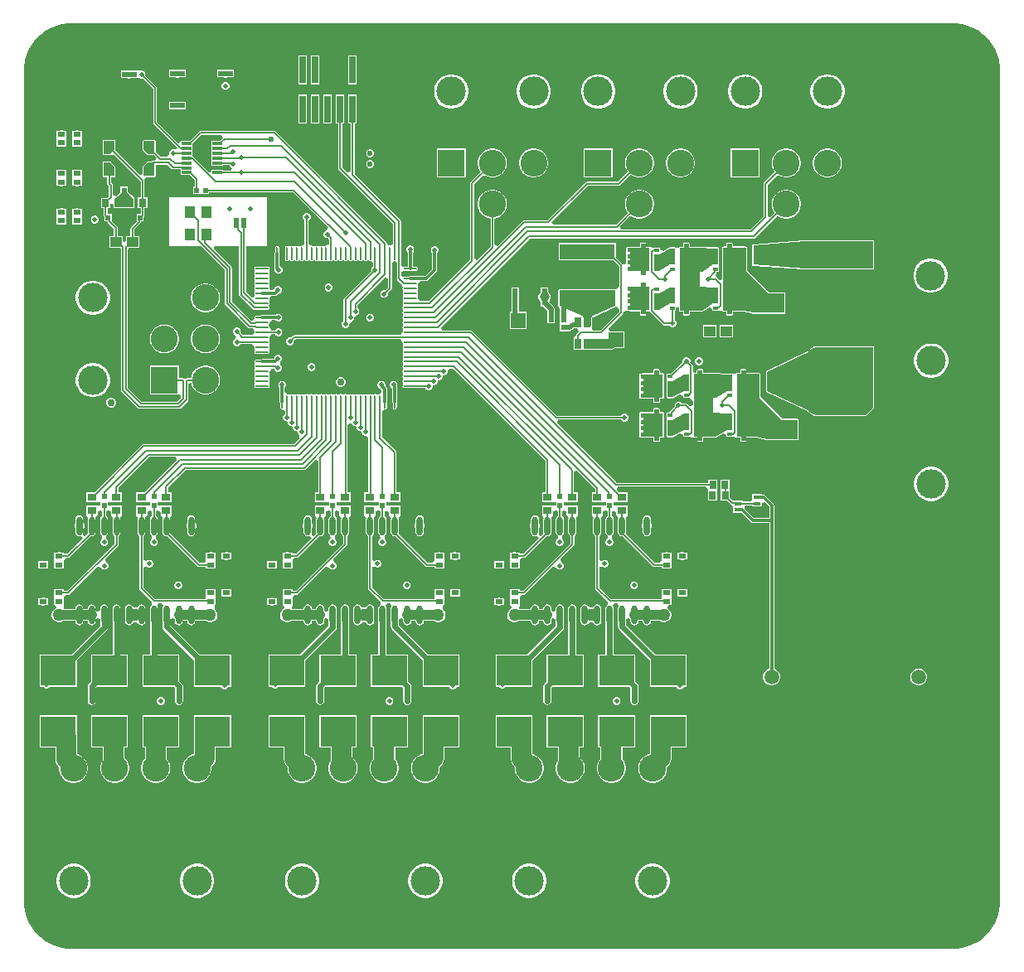
<source format=gtl>
G04*
G04 #@! TF.GenerationSoftware,Altium Limited,Altium Designer,24.2.2 (26)*
G04*
G04 Layer_Physical_Order=1*
G04 Layer_Color=255*
%FSLAX44Y44*%
%MOMM*%
G71*
G04*
G04 #@! TF.SameCoordinates,5A119275-FC27-4C3E-9DDE-49B88916FCE2*
G04*
G04*
G04 #@! TF.FilePolarity,Positive*
G04*
G01*
G75*
%ADD10C,0.6000*%
%ADD13C,0.5000*%
%ADD15C,0.2000*%
%ADD17C,0.2540*%
%ADD20C,0.3000*%
%ADD21R,1.1500X1.0500*%
%ADD22R,1.5000X1.5500*%
%ADD23O,0.6000X1.9500*%
%ADD24R,0.5500X0.5500*%
%ADD25R,0.5200X0.5200*%
%ADD26R,0.7565X0.8621*%
%ADD27R,0.5200X0.5200*%
%ADD28C,0.9900*%
%ADD29C,0.9698*%
%ADD30R,0.9779X0.3048*%
%ADD31R,1.5000X0.5500*%
%ADD32R,0.8000X0.5000*%
%ADD33R,0.9500X0.8000*%
%ADD34R,3.5700X3.1000*%
%ADD35R,0.5500X0.5500*%
%ADD36C,1.7397*%
%ADD37R,0.5800X1.7300*%
%ADD38R,5.7000X1.6000*%
%ADD39R,0.7000X1.0000*%
G04:AMPARAMS|DCode=40|XSize=0.2125mm|YSize=1.3552mm|CornerRadius=0.1062mm|HoleSize=0mm|Usage=FLASHONLY|Rotation=0.000|XOffset=0mm|YOffset=0mm|HoleType=Round|Shape=RoundedRectangle|*
%AMROUNDEDRECTD40*
21,1,0.2125,1.1428,0,0,0.0*
21,1,0.0000,1.3552,0,0,0.0*
1,1,0.2125,0.0000,-0.5714*
1,1,0.2125,0.0000,-0.5714*
1,1,0.2125,0.0000,0.5714*
1,1,0.2125,0.0000,0.5714*
%
%ADD40ROUNDEDRECTD40*%
G04:AMPARAMS|DCode=41|XSize=1.3552mm|YSize=0.2125mm|CornerRadius=0.1062mm|HoleSize=0mm|Usage=FLASHONLY|Rotation=0.000|XOffset=0mm|YOffset=0mm|HoleType=Round|Shape=RoundedRectangle|*
%AMROUNDEDRECTD41*
21,1,1.3552,0.0000,0,0,0.0*
21,1,1.1428,0.2125,0,0,0.0*
1,1,0.2125,0.5714,0.0000*
1,1,0.2125,-0.5714,0.0000*
1,1,0.2125,-0.5714,0.0000*
1,1,0.2125,0.5714,0.0000*
%
%ADD41ROUNDEDRECTD41*%
%ADD42R,1.3552X0.2125*%
%ADD43R,0.7500X0.8500*%
%ADD44R,0.7000X0.8500*%
%ADD45R,0.8000X0.4000*%
%ADD46R,1.0500X1.3000*%
%ADD47R,0.5750X1.1400*%
%ADD48R,0.5000X0.3500*%
%ADD49R,3.1500X1.9600*%
%ADD50C,0.7500*%
%ADD60C,2.7500*%
%ADD61R,2.7500X2.7500*%
%ADD62C,3.0000*%
%ADD64R,2.7500X2.7500*%
%ADD66C,2.7534*%
%ADD67R,2.7534X2.7534*%
%ADD68C,2.9972*%
%ADD74C,0.6000*%
%AMCUSTOMSHAPE75*
4,1,28,-1.1400,1.2250,-0.7250,1.2250,-0.7250,1.6050,-0.2950,1.6050,-0.2950,1.2250,0.8400,1.2250,0.8400,1.1750,1.1400,1.1750,1.1400,0.7750,0.8400,0.7750,0.8400,0.5250,1.1400,0.5250,1.1400,0.1250,0.8400,0.1250,0.8400,-0.1250,1.1400,-0.1250,1.1400,-0.5250,0.8400,-0.5250,0.8400,-0.7750,1.1400,-0.7750,1.1400,-1.1750,0.8400,-1.1750,0.8400,-1.2250,-0.2950,-1.2250,-0.2950,-1.6050,-0.7250,-1.6050,-0.7250,-1.2250,-1.1400,-1.2250,-1.1400,1.2250,0.0*%
%ADD75CUSTOMSHAPE75*%

%AMCUSTOMSHAPE76*
4,1,28,1.1400,-1.2250,0.7250,-1.2250,0.7250,-1.6050,0.2950,-1.6050,0.2950,-1.2250,-0.8400,-1.2250,-0.8400,-1.1750,-1.1400,-1.1750,-1.1400,-0.7750,-0.8400,-0.7750,-0.8400,-0.5250,-1.1400,-0.5250,-1.1400,-0.1250,-0.8400,-0.1250,-0.8400,0.1250,-1.1400,0.1250,-1.1400,0.5250,-0.8400,0.5250,-0.8400,0.7750,-1.1400,0.7750,-1.1400,1.1750,-0.8400,1.1750,-0.8400,1.2250,0.2950,1.2250,0.2950,1.6050,0.7250,1.6050,0.7250,1.2250,1.1400,1.2250,1.1400,-1.2250,0.0*%
%ADD76CUSTOMSHAPE76*%

%ADD77C,1.0000*%
%ADD78C,2.0000*%
%ADD79R,0.6500X2.7700*%
%ADD80C,1.5080*%
%ADD81C,0.5000*%
%ADD82C,1.2700*%
%ADD83C,1.0000*%
%ADD84C,4.0000*%
G36*
X959377Y947140D02*
X965450Y945513D01*
X971258Y943107D01*
X976703Y939964D01*
X981691Y936136D01*
X986136Y931691D01*
X989964Y926703D01*
X993107Y921258D01*
X995513Y915450D01*
X997140Y909377D01*
X997961Y903143D01*
Y900000D01*
Y50000D01*
Y46856D01*
X997140Y40623D01*
X995513Y34550D01*
X993107Y28742D01*
X989964Y23297D01*
X986136Y18309D01*
X981691Y13864D01*
X976703Y10036D01*
X971258Y6893D01*
X965450Y4487D01*
X959377Y2860D01*
X953143Y2039D01*
X46856D01*
X40623Y2860D01*
X34550Y4487D01*
X28742Y6893D01*
X23297Y10036D01*
X18309Y13864D01*
X13864Y18309D01*
X10036Y23297D01*
X6893Y28742D01*
X4487Y34550D01*
X2860Y40623D01*
X2039Y46856D01*
Y50000D01*
X2039Y900000D01*
Y903143D01*
X2860Y909377D01*
X4487Y915450D01*
X6893Y921258D01*
X10036Y926703D01*
X13864Y931691D01*
X18309Y936136D01*
X23297Y939964D01*
X28742Y943107D01*
X34550Y945513D01*
X40623Y947140D01*
X46856Y947961D01*
X50000Y947961D01*
X953143D01*
X959377Y947140D01*
D02*
G37*
%LPC*%
G36*
X122296Y899500D02*
X120704D01*
X120461Y899399D01*
X117516Y899266D01*
Y899266D01*
X110361D01*
X109796Y899500D01*
X108204D01*
X107639Y899266D01*
X100484D01*
Y891734D01*
X107639D01*
X108204Y891500D01*
X109796D01*
X110361Y891734D01*
X117516D01*
X117516Y891734D01*
X120461Y891601D01*
X120704Y891500D01*
X122296D01*
X122506Y891587D01*
X133444Y880649D01*
Y846000D01*
X133444Y846000D01*
X133601Y845213D01*
X134046Y844547D01*
X157899Y820695D01*
X156214Y818392D01*
X154744Y819001D01*
X153153D01*
X151682Y818392D01*
X150557Y817267D01*
X149948Y815797D01*
Y814206D01*
X148018Y811355D01*
X141559D01*
X136100Y816815D01*
Y827750D01*
X135778Y828528D01*
X135000Y828850D01*
X124000D01*
X123222Y828528D01*
X122900Y827750D01*
Y819250D01*
X123040Y818913D01*
X123141Y818563D01*
X127141Y813563D01*
X127198Y813532D01*
X127222Y813472D01*
X127559Y813333D01*
X127879Y813157D01*
X127940Y813175D01*
X128000Y813150D01*
X133950D01*
X136761Y810339D01*
X135518Y807339D01*
X132584D01*
X131797Y807183D01*
X131130Y806737D01*
X131130Y806737D01*
X130743Y806350D01*
X128000D01*
X127940Y806325D01*
X127879Y806343D01*
X127559Y806167D01*
X127222Y806028D01*
X127198Y805968D01*
X127141Y805937D01*
X123141Y800937D01*
X123040Y800587D01*
X122900Y800250D01*
Y793749D01*
X119900Y792507D01*
X94408Y817999D01*
X94859Y818563D01*
X94960Y818913D01*
X95100Y819250D01*
Y827750D01*
X94778Y828528D01*
X94000Y828850D01*
X83000D01*
X82222Y828528D01*
X81900Y827750D01*
Y814250D01*
X82222Y813472D01*
X83000Y813150D01*
X90000D01*
X90059Y813175D01*
X90121Y813157D01*
X90441Y813333D01*
X90778Y813472D01*
X93574Y813019D01*
X120753Y785840D01*
Y769621D01*
X118010D01*
Y758967D01*
X120753D01*
Y752866D01*
X116684D01*
Y745634D01*
X116684Y745634D01*
X116684D01*
X114850Y743507D01*
X111047Y739704D01*
X110601Y739037D01*
X110444Y738250D01*
X110445Y738250D01*
Y730516D01*
X105734D01*
Y725370D01*
X104000Y724369D01*
X102266Y725370D01*
Y730516D01*
X97555D01*
Y738500D01*
X97555Y738500D01*
X97399Y739287D01*
X96953Y739954D01*
X96953Y739954D01*
X91142Y745765D01*
Y752866D01*
X87073D01*
Y758923D01*
X89816D01*
Y763898D01*
X90152Y764123D01*
X93152Y762520D01*
Y759939D01*
X93236Y759737D01*
Y758923D01*
X94050D01*
X94252Y758840D01*
X113530D01*
X113838Y758967D01*
X114590D01*
Y759781D01*
X114674Y759983D01*
Y766655D01*
X114674Y768605D01*
X114665Y768704D01*
X114668Y768713D01*
X114590Y769621D01*
X114069D01*
X107600Y774921D01*
Y779600D01*
X107516Y779802D01*
Y780616D01*
X106702D01*
X106500Y780700D01*
X101300D01*
X101098Y780616D01*
X100284D01*
Y779802D01*
X100200Y779600D01*
Y774917D01*
X95520Y771039D01*
X92520Y772450D01*
Y781873D01*
X92520Y781874D01*
X92364Y782660D01*
X91918Y783327D01*
X91918Y783327D01*
X90555Y784689D01*
Y790650D01*
X94000D01*
X94778Y790972D01*
X95100Y791750D01*
Y800250D01*
X94960Y800587D01*
X94859Y800937D01*
X90859Y805937D01*
X90802Y805968D01*
X90778Y806028D01*
X90441Y806167D01*
X90121Y806343D01*
X90059Y806325D01*
X90000Y806350D01*
X83000D01*
X82222Y806028D01*
X81900Y805250D01*
Y791750D01*
X82222Y790972D01*
X83000Y790650D01*
X86445D01*
Y783838D01*
X86445Y783838D01*
X86601Y783052D01*
X87046Y782385D01*
X88409Y781022D01*
Y771077D01*
X86909Y769577D01*
X80219D01*
Y758923D01*
X82962D01*
Y751759D01*
X82962Y751759D01*
X83118Y750972D01*
X83564Y750305D01*
X83910Y749959D01*
Y745634D01*
X86804Y745141D01*
X86960Y744354D01*
X87406Y743687D01*
X93444Y737649D01*
Y730516D01*
X88734D01*
Y717984D01*
X99551D01*
X99750Y717944D01*
X100436D01*
Y572993D01*
X100436Y572993D01*
X100593Y572206D01*
X101039Y571539D01*
X118047Y554530D01*
X118714Y554085D01*
X119501Y553928D01*
X160249D01*
X160249Y553928D01*
X161036Y554085D01*
X161703Y554530D01*
X168961Y561789D01*
X169407Y562456D01*
X169564Y563243D01*
X169564Y563243D01*
Y579844D01*
X172563Y580139D01*
X172801Y578943D01*
X173915Y576256D01*
X175530Y573837D01*
X177587Y571781D01*
X180006Y570165D01*
X182693Y569052D01*
X185546Y568484D01*
X188454D01*
X191307Y569052D01*
X193994Y570165D01*
X196413Y571781D01*
X198470Y573837D01*
X200085Y576256D01*
X201199Y578943D01*
X201766Y581796D01*
Y584704D01*
X201199Y587557D01*
X200085Y590244D01*
X198470Y592663D01*
X196413Y594720D01*
X193994Y596335D01*
X191307Y597449D01*
X188454Y598016D01*
X185546D01*
X182693Y597449D01*
X180006Y596335D01*
X177587Y594720D01*
X175530Y592663D01*
X173915Y590244D01*
X172801Y587557D01*
X172354Y585305D01*
X168680D01*
X168680Y585305D01*
X167893Y585149D01*
X167226Y584703D01*
X164444Y584924D01*
X164107Y585149D01*
X163320Y585305D01*
X163320Y585305D01*
X159766D01*
Y598016D01*
X130234D01*
Y568484D01*
X159766D01*
Y568484D01*
X161517Y567962D01*
X161944Y564851D01*
X158149Y561055D01*
X121601D01*
X107563Y575093D01*
Y715070D01*
X108250Y717944D01*
X108449Y717984D01*
X119266D01*
Y730516D01*
X114556D01*
Y737399D01*
X120632Y743475D01*
X120632Y743475D01*
X121078Y744142D01*
X121234Y744929D01*
Y745634D01*
X123916D01*
Y749959D01*
X124262Y750305D01*
X124708Y750972D01*
X124864Y751759D01*
X124864Y751759D01*
Y758967D01*
X127607D01*
Y769621D01*
X124864D01*
Y786691D01*
X124864Y786691D01*
X124708Y787478D01*
X124560Y787699D01*
X125077Y789320D01*
X125999Y790650D01*
X135000D01*
X135778Y790972D01*
X136100Y791750D01*
Y803228D01*
X148253D01*
X152444Y799038D01*
X152444Y799038D01*
X153111Y798592D01*
X153897Y798436D01*
X162112D01*
Y792458D01*
X171016D01*
X176004Y787470D01*
Y780766D01*
X174293D01*
Y773234D01*
X182559Y773234D01*
X184825Y773234D01*
X190825D01*
Y774945D01*
X276399D01*
X312093Y739250D01*
X310851Y736250D01*
X310704D01*
X309234Y735641D01*
X308109Y734516D01*
X307500Y733046D01*
Y731454D01*
X308109Y729984D01*
X309234Y728859D01*
X310704Y728250D01*
X312296D01*
X313195Y725478D01*
Y722609D01*
X312555Y721955D01*
X310250Y720588D01*
X309675Y720473D01*
X309338Y720415D01*
X307750Y720236D01*
X306162Y720415D01*
X305825Y720473D01*
X305250Y720588D01*
X304675Y720473D01*
X304338Y720415D01*
X302750Y720236D01*
X301162Y720415D01*
X300825Y720473D01*
X300250Y720588D01*
X299675Y720473D01*
X299338Y720415D01*
X297750Y720236D01*
X296162Y720415D01*
X295825Y720473D01*
X295250Y720588D01*
X292945Y721955D01*
X292306Y722609D01*
Y746522D01*
X292516Y746609D01*
X293641Y747734D01*
X294250Y749204D01*
Y750796D01*
X293641Y752266D01*
X292516Y753391D01*
X291046Y754000D01*
X289454D01*
X287984Y753391D01*
X286859Y752266D01*
X286250Y750796D01*
Y749204D01*
X286859Y747734D01*
X287984Y746609D01*
X288195Y746522D01*
Y722609D01*
X287555Y721955D01*
X285250Y720588D01*
X284675Y720473D01*
X284338Y720415D01*
X282750Y720236D01*
X281162Y720415D01*
X280825Y720473D01*
X280250Y720588D01*
X279675Y720473D01*
X279338Y720415D01*
X277750Y720236D01*
X276162Y720415D01*
X275825Y720473D01*
X275250Y720588D01*
X274675Y720473D01*
X274338Y720415D01*
X272750Y720236D01*
X271162Y720415D01*
X270825Y720473D01*
X270250Y720588D01*
X269439Y720426D01*
X268752Y719967D01*
X268292Y719280D01*
X268131Y718469D01*
Y707041D01*
X268292Y706230D01*
X268752Y705543D01*
X269439Y705083D01*
X270250Y704922D01*
X270825Y705036D01*
X271162Y705095D01*
X272750Y705274D01*
X274338Y705095D01*
X274675Y705036D01*
X275250Y704922D01*
X275825Y705036D01*
X276162Y705095D01*
X277750Y705274D01*
X279338Y705095D01*
X279675Y705036D01*
X280250Y704922D01*
X280825Y705036D01*
X281162Y705095D01*
X282750Y705274D01*
X284338Y705095D01*
X284675Y705036D01*
X285250Y704922D01*
X285825Y705036D01*
X286162Y705095D01*
X287750Y705274D01*
X289338Y705095D01*
X289675Y705036D01*
X290250Y704922D01*
X290825Y705036D01*
X291162Y705095D01*
X292750Y705274D01*
X294338Y705095D01*
X294675Y705036D01*
X295250Y704922D01*
X295825Y705036D01*
X296162Y705095D01*
X297750Y705274D01*
X299338Y705095D01*
X299675Y705036D01*
X300250Y704922D01*
X300825Y705036D01*
X301162Y705095D01*
X302750Y705274D01*
X304338Y705095D01*
X304675Y705036D01*
X305250Y704922D01*
X305825Y705036D01*
X306162Y705095D01*
X307750Y705274D01*
X309338Y705095D01*
X309675Y705036D01*
X310250Y704922D01*
X310825Y705036D01*
X311162Y705095D01*
X312750Y705274D01*
X314338Y705095D01*
X314675Y705036D01*
X315250Y704922D01*
X315825Y705036D01*
X316162Y705095D01*
X317750Y705274D01*
X319338Y705095D01*
X319675Y705036D01*
X320250Y704922D01*
X320825Y705036D01*
X321162Y705095D01*
X322750Y705274D01*
X324338Y705095D01*
X324675Y705036D01*
X325250Y704922D01*
X325825Y705036D01*
X326162Y705095D01*
X327750Y705274D01*
X329338Y705095D01*
X329675Y705036D01*
X330250Y704922D01*
X331061Y705083D01*
X331955Y705543D01*
X333545D01*
X334439Y705083D01*
X335250Y704922D01*
X335825Y705036D01*
X336162Y705095D01*
X337750Y705274D01*
X339338Y705095D01*
X339675Y705036D01*
X340250Y704922D01*
X340825Y705036D01*
X341162Y705095D01*
X342750Y705274D01*
X344338Y705095D01*
X344675Y705036D01*
X345250Y704922D01*
X345825Y705036D01*
X346162Y705095D01*
X347750Y705274D01*
X349338Y705095D01*
X349675Y705036D01*
X350250Y704922D01*
X351061Y705083D01*
X351955Y705543D01*
X353545D01*
X354439Y705083D01*
X355250Y704922D01*
X357555Y703555D01*
X358195Y702901D01*
Y699228D01*
X357984Y699141D01*
X356859Y698016D01*
X356250Y696546D01*
Y694954D01*
X356337Y694744D01*
X328546Y666954D01*
X328101Y666287D01*
X327944Y665500D01*
X327944Y665500D01*
Y643978D01*
X327734Y643891D01*
X326609Y642766D01*
X326000Y641296D01*
Y639704D01*
X326609Y638234D01*
X327734Y637109D01*
X329204Y636500D01*
X330796D01*
X332266Y637109D01*
X333391Y638234D01*
X334000Y639704D01*
Y640228D01*
X334085Y641376D01*
X335796Y643000D01*
X337266Y643609D01*
X338391Y644734D01*
X339000Y646204D01*
Y646728D01*
X339085Y647876D01*
X340796Y649500D01*
X342266Y650109D01*
X343391Y651234D01*
X344000Y652704D01*
Y654296D01*
X343391Y655766D01*
X342266Y656891D01*
X342056Y656978D01*
Y659899D01*
X370195Y688037D01*
X373195Y686795D01*
Y677851D01*
X370506Y675163D01*
X370296Y675250D01*
X368704D01*
X367234Y674641D01*
X366109Y673516D01*
X365500Y672046D01*
Y670454D01*
X366109Y668984D01*
X367234Y667859D01*
X368704Y667250D01*
X370296D01*
X371766Y667859D01*
X372891Y668984D01*
X373500Y670454D01*
Y672046D01*
X373413Y672256D01*
X376703Y675547D01*
X377149Y676213D01*
X377305Y677000D01*
X377305Y677000D01*
Y702901D01*
X377850Y703458D01*
X380471Y704696D01*
X382271Y702852D01*
X382444Y702533D01*
Y686729D01*
X382444Y686729D01*
X382601Y685942D01*
X383046Y685275D01*
X387248Y681074D01*
X387884Y680013D01*
X388274Y678099D01*
X388190Y677092D01*
X388172Y677000D01*
X388286Y676425D01*
X388345Y676088D01*
X388523Y674500D01*
X388345Y672912D01*
X388286Y672575D01*
X388172Y672000D01*
X388286Y671425D01*
X388345Y671088D01*
X388523Y669500D01*
X388345Y667912D01*
X388286Y667575D01*
X388172Y667000D01*
X388286Y666425D01*
X388345Y666088D01*
X388523Y664500D01*
X388345Y662912D01*
X388286Y662575D01*
X388172Y662000D01*
X388286Y661425D01*
X388345Y661088D01*
X388523Y659500D01*
X388345Y657912D01*
X388286Y657575D01*
X388172Y657000D01*
X388286Y656425D01*
X388345Y656088D01*
X388523Y654500D01*
X388345Y652912D01*
X388286Y652575D01*
X388172Y652000D01*
X388286Y651425D01*
X388345Y651088D01*
X388523Y649500D01*
X388345Y647912D01*
X388286Y647575D01*
X388172Y647000D01*
X388286Y646425D01*
X388345Y646088D01*
X388523Y644500D01*
X388345Y642912D01*
X388286Y642575D01*
X388172Y642000D01*
X388286Y641425D01*
X388345Y641088D01*
X388523Y639500D01*
X388345Y637912D01*
X388286Y637575D01*
X388172Y637000D01*
X388286Y636425D01*
X388345Y636088D01*
X388523Y634500D01*
X388345Y632912D01*
X388286Y632575D01*
X388172Y632000D01*
X386805Y629695D01*
X386151Y629055D01*
X277500D01*
X276713Y628899D01*
X276047Y628453D01*
X276047Y628453D01*
X274256Y626663D01*
X274046Y626750D01*
X272454D01*
X270984Y626141D01*
X269859Y625016D01*
X269250Y623546D01*
Y621954D01*
X269859Y620484D01*
X270984Y619359D01*
X272454Y618750D01*
X274046D01*
X275516Y619359D01*
X276641Y620484D01*
X277250Y621954D01*
Y623546D01*
X279894Y624944D01*
X386151D01*
X386805Y624305D01*
X388172Y622000D01*
X388286Y621425D01*
X388345Y621088D01*
X388523Y619500D01*
X388345Y617912D01*
X388286Y617575D01*
X388172Y617000D01*
X388286Y616425D01*
X388345Y616088D01*
X388523Y614500D01*
X388345Y612912D01*
X388286Y612575D01*
X388172Y612000D01*
X388286Y611425D01*
X388345Y611088D01*
X388523Y609500D01*
X388345Y607912D01*
X388286Y607575D01*
X388172Y607000D01*
X388286Y606425D01*
X388345Y606088D01*
X388523Y604500D01*
X388345Y602912D01*
X388286Y602575D01*
X388172Y602000D01*
X388286Y601425D01*
X388345Y601088D01*
X388523Y599500D01*
X388345Y597912D01*
X388286Y597575D01*
X388172Y597000D01*
X388333Y596189D01*
X388793Y595295D01*
Y593705D01*
X388333Y592811D01*
X388172Y592000D01*
X388333Y591189D01*
X388793Y590295D01*
Y588705D01*
X388333Y587811D01*
X388172Y587000D01*
X388333Y586189D01*
X388793Y585295D01*
Y583705D01*
X388333Y582811D01*
X388172Y582000D01*
X388333Y581189D01*
X388793Y580295D01*
Y578705D01*
X388333Y577811D01*
X388172Y577000D01*
X388333Y576189D01*
X388793Y575502D01*
X389480Y575042D01*
X390291Y574881D01*
X401719D01*
X402038Y574944D01*
X411522D01*
X411609Y574734D01*
X412734Y573609D01*
X414204Y573000D01*
X415796D01*
X417266Y573609D01*
X418391Y574734D01*
X419000Y576204D01*
X419184Y577817D01*
X420796Y578000D01*
X422266Y578609D01*
X423391Y579734D01*
X424000Y581204D01*
X424184Y582817D01*
X425796Y583000D01*
X427266Y583609D01*
X428391Y584734D01*
X429000Y586204D01*
X429184Y587817D01*
X430796Y588000D01*
X432266Y588609D01*
X433391Y589734D01*
X434000Y591204D01*
Y592796D01*
X436357Y594944D01*
X439649D01*
X534194Y500399D01*
Y468766D01*
X530484D01*
Y458734D01*
X541984D01*
X542016Y458734D01*
X544984Y458657D01*
X544984Y457234D01*
Y455343D01*
X542016Y455266D01*
X541984Y455266D01*
X530484D01*
Y445234D01*
X530484D01*
X532034Y442915D01*
X532201Y442234D01*
X531955Y441000D01*
Y427500D01*
X532152Y426510D01*
X529059Y423417D01*
X526915Y425176D01*
X527082Y425757D01*
X527133Y425933D01*
X527199Y426263D01*
X527445Y427500D01*
Y431245D01*
X527606Y431407D01*
X528370Y433252D01*
Y435249D01*
X527606Y437094D01*
X527445Y437255D01*
Y441000D01*
X527133Y442567D01*
X526245Y443896D01*
X524917Y444783D01*
X523350Y445095D01*
X521783Y444783D01*
X520455Y443896D01*
X519567Y442567D01*
X519255Y441000D01*
Y437255D01*
X519094Y437094D01*
X518330Y435249D01*
Y433252D01*
X519094Y431407D01*
X519255Y431245D01*
Y427500D01*
X519567Y425933D01*
X520455Y424605D01*
X521783Y423717D01*
X523350Y423405D01*
X524493Y423633D01*
X524917Y423717D01*
X525112Y423773D01*
X525674Y423935D01*
X527434Y421791D01*
X511210Y405567D01*
X507766D01*
Y407016D01*
X504715D01*
X503545Y407500D01*
X501954D01*
X500784Y407016D01*
X497734D01*
X497734Y398016D01*
X497734Y396984D01*
Y390984D01*
X500786D01*
X501954Y390500D01*
X503545D01*
X504714Y390984D01*
X507766D01*
X507766Y399335D01*
X509887Y401456D01*
X512062D01*
X512062Y401456D01*
X512848Y401613D01*
X513515Y402058D01*
X535059Y423603D01*
X536050Y423405D01*
X537617Y423717D01*
X538945Y424605D01*
X539833Y425933D01*
X540145Y427500D01*
Y441000D01*
X539899Y442234D01*
X540063Y442903D01*
X541659Y445234D01*
X542016D01*
Y448710D01*
X545016Y450214D01*
X546642Y449000D01*
X546695Y448930D01*
Y444457D01*
X545855Y443896D01*
X544967Y442567D01*
X544655Y441000D01*
Y427500D01*
X544967Y425933D01*
X545855Y424605D01*
X546527Y424156D01*
X546673Y421652D01*
X546484Y420891D01*
X545359Y419766D01*
X544750Y418296D01*
Y416704D01*
X545359Y415234D01*
X546484Y414109D01*
X547954Y413500D01*
X549546D01*
X551016Y414109D01*
X552141Y415234D01*
X552750Y416704D01*
Y418296D01*
X552141Y419766D01*
X551016Y420891D01*
X550828Y421652D01*
X550973Y424156D01*
X551645Y424605D01*
X552533Y425933D01*
X552845Y427500D01*
Y441000D01*
X552533Y442567D01*
X551645Y443896D01*
X550806Y444457D01*
Y448930D01*
X550859Y449001D01*
X552484Y450214D01*
X555484Y448709D01*
Y445234D01*
X555841D01*
X557437Y442903D01*
X557601Y442234D01*
X557355Y441000D01*
Y427500D01*
X557667Y425933D01*
X558555Y424605D01*
X559394Y424044D01*
Y416051D01*
X511149Y367806D01*
X507766D01*
Y369266D01*
X504715D01*
X503546Y369750D01*
X501955D01*
X500786Y369266D01*
X497734D01*
X497734Y360266D01*
X497734Y359234D01*
Y353234D01*
X498248D01*
X499689Y350514D01*
X499608Y350234D01*
X498072Y349348D01*
X496653Y347929D01*
X495650Y346191D01*
X495130Y344253D01*
Y342247D01*
X495650Y340309D01*
X496653Y338571D01*
X498072Y337153D01*
X499809Y336149D01*
X501747Y335630D01*
X503754D01*
X505692Y336149D01*
X507366Y337116D01*
X519255D01*
Y336500D01*
X519567Y334933D01*
X520455Y333605D01*
X521783Y332717D01*
X523350Y332406D01*
X524917Y332717D01*
X526245Y333605D01*
X527133Y334933D01*
X527445Y336500D01*
Y337116D01*
X531955D01*
Y336500D01*
X532267Y334933D01*
X533155Y333605D01*
X534483Y332717D01*
X536050Y332406D01*
X537617Y332717D01*
X538945Y333605D01*
X539833Y334933D01*
X540145Y336500D01*
Y338708D01*
X540290Y338848D01*
X540387Y338913D01*
X540441Y338993D01*
X541655Y340162D01*
X544655Y339248D01*
Y332346D01*
X515075Y302766D01*
X483134D01*
Y269734D01*
X486709D01*
X487734Y268709D01*
X489204Y268100D01*
X490796D01*
X492266Y268709D01*
X493290Y269734D01*
X520866D01*
Y296975D01*
X551645Y327755D01*
X552533Y329083D01*
X552845Y330650D01*
Y343250D01*
Y350000D01*
X552533Y351567D01*
X551645Y352896D01*
X550317Y353783D01*
X548750Y354095D01*
X547183Y353783D01*
X545855Y352896D01*
X544967Y351567D01*
X544655Y350000D01*
Y347252D01*
X541655Y346338D01*
X540441Y347507D01*
X540387Y347587D01*
X540290Y347653D01*
X540145Y347792D01*
Y350000D01*
X539833Y351567D01*
X538945Y352896D01*
X537617Y353783D01*
X536050Y354095D01*
X534483Y353783D01*
X533155Y352896D01*
X532267Y351567D01*
X531955Y350000D01*
Y349384D01*
X527445D01*
Y350000D01*
X527133Y351567D01*
X526245Y352896D01*
X524917Y353783D01*
X523350Y354095D01*
X521783Y353783D01*
X520455Y352896D01*
X519567Y351567D01*
X519255Y350000D01*
Y349384D01*
X508302D01*
X507550Y350234D01*
X507766Y353234D01*
X507766D01*
X507766Y361573D01*
X509887Y363695D01*
X512000D01*
X512000Y363695D01*
X512787Y363851D01*
X513454Y364297D01*
X542000Y392843D01*
X542965Y392799D01*
X545323Y391924D01*
X545609Y391234D01*
X546734Y390109D01*
X548204Y389500D01*
X549796D01*
X551266Y390109D01*
X552391Y391234D01*
X553000Y392704D01*
Y394296D01*
X552391Y395766D01*
X551266Y396891D01*
X550576Y397177D01*
X549701Y399535D01*
X549657Y400500D01*
X562903Y413746D01*
X562904Y413746D01*
X563349Y414413D01*
X563506Y415200D01*
X563506Y415200D01*
Y424044D01*
X564345Y424605D01*
X565233Y425933D01*
X565545Y427500D01*
Y441000D01*
X565299Y442234D01*
X565466Y442915D01*
X567016Y445234D01*
X567016D01*
Y455266D01*
X555516D01*
X555484Y455266D01*
X552516Y455344D01*
X552516Y458656D01*
X555484Y458734D01*
X555516Y458734D01*
X567016D01*
Y468766D01*
X563306D01*
Y489545D01*
X566306Y490788D01*
X584944Y472149D01*
Y468766D01*
X581234D01*
Y458734D01*
X592734D01*
X592766Y458734D01*
X595734Y458657D01*
X595734Y457234D01*
Y455343D01*
X592766Y455266D01*
X592734Y455266D01*
X581234D01*
Y445234D01*
X581241D01*
X582837Y442903D01*
X583001Y442234D01*
X582755Y441000D01*
Y427500D01*
X583067Y425933D01*
X583955Y424605D01*
X584795Y424044D01*
Y370400D01*
X584795Y370400D01*
X584951Y369613D01*
X585397Y368946D01*
X597581Y356762D01*
X597689Y355960D01*
X597374Y353732D01*
X597086Y353184D01*
X596655Y352896D01*
X595767Y351567D01*
X595455Y350000D01*
Y343250D01*
Y336500D01*
Y302766D01*
X587884D01*
Y269734D01*
X619825D01*
X620905Y268654D01*
Y255250D01*
X621000Y254774D01*
Y254454D01*
X621122Y254159D01*
X621217Y253683D01*
X621487Y253279D01*
X621609Y252984D01*
X621835Y252758D01*
X622104Y252354D01*
X622508Y252085D01*
X622734Y251859D01*
X623029Y251737D01*
X623433Y251467D01*
X623909Y251372D01*
X624204Y251250D01*
X624524D01*
X625000Y251155D01*
X625476Y251250D01*
X625796D01*
X626091Y251372D01*
X626567Y251467D01*
X626970Y251737D01*
X627266Y251859D01*
X627492Y252085D01*
X627895Y252354D01*
X628165Y252758D01*
X628391Y252984D01*
X628513Y253279D01*
X628783Y253683D01*
X628877Y254159D01*
X629000Y254454D01*
Y254774D01*
X629095Y255250D01*
Y270350D01*
X628783Y271917D01*
X627895Y273246D01*
X625616Y275525D01*
Y302766D01*
X603645D01*
Y343250D01*
Y350000D01*
X603333Y351567D01*
X602876Y352252D01*
X603654Y354515D01*
X604204Y355252D01*
X607596D01*
X608146Y354515D01*
X608924Y352252D01*
X608467Y351567D01*
X608155Y350000D01*
Y343250D01*
Y331150D01*
X608467Y329583D01*
X609355Y328255D01*
X640634Y296975D01*
Y269734D01*
X667736D01*
X668109Y268834D01*
X669234Y267709D01*
X670704Y267100D01*
X672296D01*
X673766Y267709D01*
X674891Y268834D01*
X675264Y269734D01*
X678366D01*
Y302766D01*
X646425D01*
X616345Y332846D01*
Y339248D01*
X619345Y340162D01*
X620559Y338993D01*
X620613Y338913D01*
X620710Y338848D01*
X620855Y338708D01*
Y336500D01*
X621167Y334933D01*
X622055Y333605D01*
X623383Y332717D01*
X624950Y332406D01*
X626517Y332717D01*
X627845Y333605D01*
X628733Y334933D01*
X629045Y336500D01*
Y337116D01*
X633555D01*
Y336500D01*
X633867Y334933D01*
X634755Y333605D01*
X636083Y332717D01*
X637650Y332406D01*
X639217Y332717D01*
X640545Y333605D01*
X641433Y334933D01*
X641745Y336500D01*
Y337116D01*
X650514D01*
X652189Y336149D01*
X654127Y335630D01*
X656133D01*
X658071Y336149D01*
X659809Y337153D01*
X661227Y338571D01*
X662231Y340309D01*
X662750Y342247D01*
Y344253D01*
X662231Y346191D01*
X661227Y347929D01*
X659809Y349348D01*
X658875Y349887D01*
X658799Y350549D01*
X659153Y352982D01*
X659163Y353006D01*
X659714Y353234D01*
X662766D01*
X662766Y362234D01*
X662766Y363266D01*
Y369266D01*
X659714D01*
X658546Y369750D01*
X656954D01*
X655786Y369266D01*
X652734D01*
Y363266D01*
X652734Y362234D01*
X652424Y359363D01*
X600794D01*
X588905Y371251D01*
Y391768D01*
X589337Y392026D01*
X591906Y392688D01*
X592484Y392109D01*
X593954Y391500D01*
X595546D01*
X597016Y392109D01*
X598141Y393234D01*
X598750Y394704D01*
Y396296D01*
X598141Y397766D01*
X597016Y398891D01*
X595546Y399500D01*
X593954D01*
X592484Y398891D01*
X591906Y398312D01*
X589337Y398974D01*
X588905Y399232D01*
Y424044D01*
X589745Y424605D01*
X590633Y425933D01*
X590945Y427500D01*
Y441000D01*
X590699Y442234D01*
X590863Y442903D01*
X592459Y445234D01*
X592766D01*
Y448729D01*
X595766Y450238D01*
X597414Y449014D01*
X597469Y448940D01*
Y444440D01*
X596655Y443896D01*
X595767Y442567D01*
X595455Y441000D01*
Y427500D01*
X595767Y425933D01*
X596655Y424605D01*
X597327Y424156D01*
X597472Y421652D01*
X597284Y420891D01*
X596159Y419766D01*
X595550Y418296D01*
Y416704D01*
X596159Y415234D01*
X597284Y414109D01*
X598754Y413500D01*
X600346D01*
X601816Y414109D01*
X602941Y415234D01*
X603550Y416704D01*
Y418296D01*
X602941Y419766D01*
X601816Y420891D01*
X601628Y421652D01*
X601773Y424156D01*
X602445Y424605D01*
X603333Y425933D01*
X603645Y427500D01*
Y441000D01*
X603333Y442567D01*
X602445Y443896D01*
X601581Y444473D01*
Y448919D01*
X601630Y448987D01*
X603234Y450190D01*
X606234Y448690D01*
Y445234D01*
X606641D01*
X608237Y442903D01*
X608401Y442234D01*
X608155Y441000D01*
Y427500D01*
X608467Y425933D01*
X609355Y424605D01*
X610683Y423717D01*
X612250Y423405D01*
X613241Y423603D01*
X643797Y393046D01*
X644464Y392601D01*
X645250Y392444D01*
X645250Y392444D01*
X652734D01*
Y390984D01*
X655786D01*
X656954Y390500D01*
X658546D01*
X659714Y390984D01*
X662766D01*
X662766Y399984D01*
X662766Y401016D01*
Y407016D01*
X659715D01*
X658546Y407500D01*
X656954D01*
X655785Y407016D01*
X652734D01*
X652734Y398677D01*
X650613Y396555D01*
X646102D01*
X616148Y426510D01*
X616345Y427500D01*
Y441000D01*
X616099Y442234D01*
X616253Y442861D01*
X617766Y445234D01*
X617766Y445234D01*
X617766Y445234D01*
Y455266D01*
X606266D01*
X606234Y455266D01*
X603266Y455343D01*
X603266Y458657D01*
X606234Y458734D01*
X606266Y458734D01*
X617766D01*
Y468766D01*
X609141D01*
X606713Y471194D01*
X607955Y474194D01*
X697920D01*
X700150Y471194D01*
X699984Y470266D01*
X699984Y468191D01*
Y459734D01*
X709516D01*
Y467984D01*
X709516Y470266D01*
X709516Y472925D01*
Y481516D01*
X700484D01*
Y478305D01*
X607102D01*
X545712Y539695D01*
X546955Y542695D01*
X611522D01*
X611609Y542484D01*
X612734Y541359D01*
X614204Y540750D01*
X615796D01*
X617266Y541359D01*
X618391Y542484D01*
X619000Y543954D01*
Y545546D01*
X618391Y547016D01*
X617266Y548141D01*
X615796Y548750D01*
X614204D01*
X612734Y548141D01*
X611609Y547016D01*
X611522Y546805D01*
X545851D01*
X459203Y633453D01*
X458537Y633899D01*
X457750Y634056D01*
X457750Y634055D01*
X428455D01*
X427212Y637056D01*
X518101Y727944D01*
X747000D01*
X747000Y727944D01*
X747787Y728101D01*
X748454Y728547D01*
X771097Y751190D01*
X773006Y749915D01*
X775693Y748802D01*
X778546Y748234D01*
X781454D01*
X784307Y748802D01*
X786994Y749915D01*
X789413Y751531D01*
X791470Y753587D01*
X793086Y756006D01*
X794199Y758693D01*
X794766Y761546D01*
Y764454D01*
X794199Y767307D01*
X793086Y769995D01*
X791470Y772413D01*
X789413Y774470D01*
X786994Y776086D01*
X784307Y777199D01*
X781454Y777766D01*
X778546D01*
X775693Y777199D01*
X773006Y776086D01*
X770587Y774470D01*
X768531Y772413D01*
X766915Y769995D01*
X765802Y767307D01*
X765234Y764454D01*
Y761546D01*
X765802Y758693D01*
X766915Y756006D01*
X768190Y754097D01*
X763779Y749686D01*
X760806Y750955D01*
Y782898D01*
X771097Y793190D01*
X773006Y791915D01*
X775693Y790801D01*
X778546Y790234D01*
X781454D01*
X784307Y790801D01*
X786994Y791915D01*
X789413Y793531D01*
X791470Y795587D01*
X793086Y798006D01*
X794199Y800693D01*
X794766Y803546D01*
Y806454D01*
X794199Y809307D01*
X793086Y811994D01*
X791470Y814413D01*
X789413Y816470D01*
X786994Y818085D01*
X784307Y819199D01*
X781454Y819766D01*
X778546D01*
X775693Y819199D01*
X773006Y818085D01*
X770587Y816470D01*
X768531Y814413D01*
X766915Y811994D01*
X765802Y809307D01*
X765234Y806454D01*
Y803546D01*
X765802Y800693D01*
X766915Y798006D01*
X768190Y796097D01*
X757297Y785203D01*
X756851Y784537D01*
X756694Y783750D01*
X756694Y783750D01*
Y750601D01*
X743149Y737056D01*
X611205D01*
X609962Y740055D01*
X621097Y751190D01*
X623006Y749915D01*
X625693Y748802D01*
X628546Y748234D01*
X631454D01*
X634307Y748802D01*
X636994Y749915D01*
X639413Y751531D01*
X641469Y753587D01*
X643085Y756006D01*
X644199Y758693D01*
X644766Y761546D01*
Y764454D01*
X644199Y767307D01*
X643085Y769995D01*
X641469Y772413D01*
X639413Y774470D01*
X636994Y776086D01*
X634307Y777199D01*
X631454Y777766D01*
X628546D01*
X625693Y777199D01*
X623006Y776086D01*
X620587Y774470D01*
X618530Y772413D01*
X616914Y769995D01*
X615801Y767307D01*
X615234Y764454D01*
Y761546D01*
X615801Y758693D01*
X616914Y756006D01*
X618190Y754097D01*
X605898Y741805D01*
X541705D01*
X540462Y744806D01*
X577351Y781694D01*
X608750D01*
X608750Y781694D01*
X609536Y781851D01*
X610203Y782297D01*
X621097Y793190D01*
X623006Y791915D01*
X625693Y790801D01*
X628546Y790234D01*
X631454D01*
X634307Y790801D01*
X636994Y791915D01*
X639413Y793531D01*
X641469Y795587D01*
X643085Y798006D01*
X644199Y800693D01*
X644766Y803546D01*
Y806454D01*
X644199Y809307D01*
X643085Y811994D01*
X641469Y814413D01*
X639413Y816470D01*
X636994Y818085D01*
X634307Y819199D01*
X631454Y819766D01*
X628546D01*
X625693Y819199D01*
X623006Y818085D01*
X620587Y816470D01*
X618530Y814413D01*
X616914Y811994D01*
X615801Y809307D01*
X615234Y806454D01*
Y803546D01*
X615801Y800693D01*
X616914Y798006D01*
X618190Y796097D01*
X607898Y785806D01*
X576500D01*
X576500Y785806D01*
X575713Y785649D01*
X575047Y785203D01*
X536149Y746305D01*
X512000D01*
X512000Y746305D01*
X511213Y746149D01*
X510546Y745704D01*
X510546Y745703D01*
X485056Y720212D01*
X482056Y721455D01*
Y748354D01*
X484307Y748802D01*
X486994Y749915D01*
X489413Y751531D01*
X491470Y753587D01*
X493086Y756006D01*
X494199Y758693D01*
X494766Y761546D01*
Y764454D01*
X494199Y767307D01*
X493086Y769995D01*
X491470Y772413D01*
X489413Y774470D01*
X486994Y776086D01*
X484307Y777199D01*
X481454Y777766D01*
X478546D01*
X475693Y777199D01*
X473006Y776086D01*
X470587Y774470D01*
X468531Y772413D01*
X466915Y769995D01*
X465802Y767307D01*
X465234Y764454D01*
Y761546D01*
X465802Y758693D01*
X466915Y756006D01*
X468531Y753587D01*
X470587Y751531D01*
X473006Y749915D01*
X475693Y748802D01*
X477945Y748354D01*
Y719602D01*
X464055Y705712D01*
X461055Y706955D01*
Y783148D01*
X471097Y793190D01*
X473006Y791915D01*
X475693Y790801D01*
X478546Y790234D01*
X481454D01*
X484307Y790801D01*
X486994Y791915D01*
X489413Y793531D01*
X491470Y795587D01*
X493086Y798006D01*
X494199Y800693D01*
X494766Y803546D01*
Y806454D01*
X494199Y809307D01*
X493086Y811994D01*
X491470Y814413D01*
X489413Y816470D01*
X486994Y818085D01*
X484307Y819199D01*
X481454Y819766D01*
X478546D01*
X475693Y819199D01*
X473006Y818085D01*
X470587Y816470D01*
X468531Y814413D01*
X466915Y811994D01*
X465802Y809307D01*
X465234Y806454D01*
Y803546D01*
X465802Y800693D01*
X466915Y798006D01*
X468190Y796097D01*
X457547Y785453D01*
X457101Y784787D01*
X456945Y784000D01*
X456945Y784000D01*
Y705851D01*
X415149Y664055D01*
X405859D01*
X405205Y664695D01*
X403838Y667000D01*
X403723Y667575D01*
X403665Y667912D01*
X403486Y669500D01*
X403665Y671088D01*
X403723Y671425D01*
X403838Y672000D01*
X403723Y672575D01*
X403665Y672912D01*
X403486Y674500D01*
X403665Y676088D01*
X403723Y676425D01*
X403838Y677000D01*
X403723Y677575D01*
X403665Y677912D01*
X403486Y679500D01*
X403665Y681088D01*
X403723Y681425D01*
X403838Y682000D01*
X405606Y684063D01*
X406179Y684435D01*
X412372D01*
X413354Y684630D01*
X414186Y685186D01*
X422814Y693814D01*
X423370Y694646D01*
X423565Y695628D01*
Y713158D01*
X424391Y713984D01*
X425000Y715454D01*
Y717046D01*
X424391Y718516D01*
X423266Y719641D01*
X421796Y720250D01*
X420204D01*
X418734Y719641D01*
X417609Y718516D01*
X417000Y717046D01*
Y715454D01*
X417609Y713984D01*
X418435Y713158D01*
Y696691D01*
X411310Y689565D01*
X396005D01*
X395023Y689370D01*
X394647Y689119D01*
X390291D01*
X389556Y688973D01*
X389476Y688959D01*
X387029Y689948D01*
X386555Y690337D01*
Y693663D01*
X387029Y694052D01*
X389476Y695041D01*
X389556Y695027D01*
X390291Y694881D01*
X394647D01*
X395023Y694630D01*
X396005Y694435D01*
X396987Y694630D01*
X397362Y694881D01*
X401719D01*
X402529Y695042D01*
X403217Y695502D01*
X403676Y696189D01*
X403838Y697000D01*
X403676Y697811D01*
X403217Y698499D01*
X402529Y698958D01*
X401719Y699119D01*
X398570D01*
Y713663D01*
X399391Y714484D01*
X400000Y715954D01*
Y717546D01*
X399391Y719016D01*
X398266Y720141D01*
X396796Y720750D01*
X395204D01*
X393734Y720141D01*
X392609Y719016D01*
X392000Y717546D01*
Y715954D01*
X392609Y714484D01*
X393439Y713654D01*
Y699119D01*
X390291D01*
X389556Y698973D01*
X389476Y698959D01*
X387029Y699948D01*
X386555Y700337D01*
Y745500D01*
X386399Y746287D01*
X385953Y746954D01*
X385953Y746954D01*
X339105Y793801D01*
Y845134D01*
X341316D01*
Y874866D01*
X332784D01*
Y845134D01*
X334995D01*
Y796405D01*
X331995Y795162D01*
X326405Y800751D01*
Y845134D01*
X328616D01*
Y874866D01*
X320084D01*
Y845134D01*
X322295D01*
Y799900D01*
X322295Y799900D01*
X322451Y799113D01*
X322896Y798447D01*
X378195Y743149D01*
Y722609D01*
X377555Y721955D01*
X375250Y720588D01*
X372945Y721955D01*
X372305Y722609D01*
Y723000D01*
X372305Y723000D01*
X372149Y723787D01*
X371703Y724454D01*
X371703Y724454D01*
X258953Y837204D01*
X258287Y837649D01*
X257500Y837805D01*
X257500Y837805D01*
X182128D01*
X181341Y837649D01*
X180675Y837204D01*
X171016Y827545D01*
X162112D01*
Y826537D01*
X159112Y825295D01*
X137556Y846851D01*
Y881500D01*
X137556Y881500D01*
X137399Y882287D01*
X136953Y882953D01*
X125413Y894494D01*
X125500Y894704D01*
Y896296D01*
X124891Y897766D01*
X123766Y898891D01*
X122296Y899500D01*
D02*
G37*
G36*
X159046Y900250D02*
X157454D01*
X156889Y900016D01*
X149734D01*
Y892484D01*
X156889D01*
X157454Y892250D01*
X159046D01*
X159611Y892484D01*
X166766D01*
Y900016D01*
X159611D01*
X159046Y900250D01*
D02*
G37*
G36*
X208296Y900250D02*
X206704D01*
X206140Y900016D01*
X198984D01*
Y892484D01*
X206139D01*
X206704Y892250D01*
X208296D01*
X208861Y892484D01*
X216016D01*
Y900016D01*
X208860D01*
X208296Y900250D01*
D02*
G37*
G36*
X341316Y915166D02*
X332784D01*
Y885434D01*
X341316D01*
Y915166D01*
D02*
G37*
G36*
X303216D02*
X294684D01*
Y885434D01*
X303216D01*
Y915166D01*
D02*
G37*
G36*
X290516D02*
X281984D01*
Y885434D01*
X290516D01*
Y915166D01*
D02*
G37*
G36*
X208296Y887700D02*
X206705D01*
X205235Y887091D01*
X204109Y885966D01*
X203500Y884496D01*
Y882904D01*
X204109Y881434D01*
X205235Y880309D01*
X206705Y879700D01*
X208296D01*
X209766Y880309D01*
X210891Y881434D01*
X211500Y882904D01*
Y884496D01*
X210891Y885966D01*
X209766Y887091D01*
X208296Y887700D01*
D02*
G37*
G36*
X823724Y895500D02*
X820276D01*
X816896Y894828D01*
X813711Y893509D01*
X810844Y891593D01*
X808407Y889156D01*
X806492Y886290D01*
X805173Y883105D01*
X804500Y879724D01*
Y876277D01*
X805173Y872896D01*
X806492Y869711D01*
X808407Y866845D01*
X810844Y864407D01*
X813711Y862492D01*
X816896Y861173D01*
X820276Y860500D01*
X823724D01*
X827105Y861173D01*
X830290Y862492D01*
X833156Y864407D01*
X835593Y866845D01*
X837508Y869711D01*
X838828Y872896D01*
X839500Y876277D01*
Y879724D01*
X838828Y883105D01*
X837508Y886290D01*
X835593Y889156D01*
X833156Y891593D01*
X830290Y893509D01*
X827105Y894828D01*
X823724Y895500D01*
D02*
G37*
G36*
X739723D02*
X736276D01*
X732895Y894828D01*
X729710Y893509D01*
X726844Y891593D01*
X724407Y889156D01*
X722492Y886290D01*
X721172Y883105D01*
X720500Y879724D01*
Y876277D01*
X721172Y872896D01*
X722492Y869711D01*
X724407Y866845D01*
X726844Y864407D01*
X729710Y862492D01*
X732895Y861173D01*
X736276Y860500D01*
X739723D01*
X743104Y861173D01*
X746289Y862492D01*
X749155Y864407D01*
X751593Y866845D01*
X753508Y869711D01*
X754827Y872896D01*
X755500Y876277D01*
Y879724D01*
X754827Y883105D01*
X753508Y886290D01*
X751593Y889156D01*
X749155Y891593D01*
X746289Y893509D01*
X743104Y894828D01*
X739723Y895500D01*
D02*
G37*
G36*
X523724D02*
X520276D01*
X516895Y894828D01*
X513711Y893509D01*
X510844Y891593D01*
X508407Y889156D01*
X506492Y886290D01*
X505173Y883105D01*
X504500Y879724D01*
Y876277D01*
X505173Y872896D01*
X506492Y869711D01*
X508407Y866845D01*
X510844Y864407D01*
X513711Y862492D01*
X516895Y861173D01*
X520276Y860500D01*
X523724D01*
X527105Y861173D01*
X530289Y862492D01*
X533156Y864407D01*
X535593Y866845D01*
X537508Y869711D01*
X538828Y872896D01*
X539500Y876277D01*
Y879724D01*
X538828Y883105D01*
X537508Y886290D01*
X535593Y889156D01*
X533156Y891593D01*
X530289Y893509D01*
X527105Y894828D01*
X523724Y895500D01*
D02*
G37*
G36*
X439724D02*
X436277D01*
X432896Y894828D01*
X429711Y893509D01*
X426845Y891593D01*
X424407Y889156D01*
X422492Y886290D01*
X421173Y883105D01*
X420500Y879724D01*
Y876277D01*
X421173Y872896D01*
X422492Y869711D01*
X424407Y866845D01*
X426845Y864407D01*
X429711Y862492D01*
X432896Y861173D01*
X436277Y860500D01*
X439724D01*
X443105Y861173D01*
X446290Y862492D01*
X449156Y864407D01*
X451593Y866845D01*
X453508Y869711D01*
X454828Y872896D01*
X455500Y876277D01*
Y879724D01*
X454828Y883105D01*
X453508Y886290D01*
X451593Y889156D01*
X449156Y891593D01*
X446290Y893509D01*
X443105Y894828D01*
X439724Y895500D01*
D02*
G37*
G36*
X673723Y895500D02*
X670276D01*
X666895Y894828D01*
X663710Y893509D01*
X660844Y891593D01*
X658407Y889156D01*
X656491Y886290D01*
X655172Y883105D01*
X654500Y879724D01*
Y876277D01*
X655172Y872896D01*
X656491Y869711D01*
X658407Y866845D01*
X660844Y864407D01*
X663710Y862492D01*
X666895Y861173D01*
X670276Y860500D01*
X673723D01*
X677104Y861173D01*
X680289Y862492D01*
X683155Y864407D01*
X685593Y866845D01*
X687508Y869711D01*
X688827Y872896D01*
X689500Y876277D01*
Y879724D01*
X688827Y883105D01*
X687508Y886290D01*
X685593Y889156D01*
X683155Y891593D01*
X680289Y893509D01*
X677104Y894828D01*
X673723Y895500D01*
D02*
G37*
G36*
X589724D02*
X586276D01*
X582895Y894828D01*
X579711Y893509D01*
X576844Y891593D01*
X574407Y889156D01*
X572492Y886290D01*
X571172Y883105D01*
X570500Y879724D01*
Y876277D01*
X571172Y872896D01*
X572492Y869711D01*
X574407Y866845D01*
X576844Y864407D01*
X579711Y862492D01*
X582895Y861173D01*
X586276Y860500D01*
X589724D01*
X593105Y861173D01*
X596289Y862492D01*
X599156Y864407D01*
X601593Y866845D01*
X603508Y869711D01*
X604827Y872896D01*
X605500Y876277D01*
Y879724D01*
X604827Y883105D01*
X603508Y886290D01*
X601593Y889156D01*
X599156Y891593D01*
X596289Y893509D01*
X593105Y894828D01*
X589724Y895500D01*
D02*
G37*
G36*
X159046Y867750D02*
X157454D01*
X156889Y867516D01*
X149734D01*
Y859984D01*
X156889D01*
X157454Y859750D01*
X159046D01*
X159611Y859984D01*
X166766D01*
Y867516D01*
X159611D01*
X159046Y867750D01*
D02*
G37*
G36*
X315916Y874866D02*
X307384D01*
Y845134D01*
X315916D01*
Y874866D01*
D02*
G37*
G36*
X303216D02*
X294684D01*
Y845134D01*
X303216D01*
Y874866D01*
D02*
G37*
G36*
X290516D02*
X281984D01*
Y845134D01*
X290516D01*
Y874866D01*
D02*
G37*
G36*
X56796Y838500D02*
X55204D01*
X54036Y838016D01*
X50984D01*
X50984Y829016D01*
X50984Y827984D01*
Y821984D01*
X54036D01*
X55204Y821500D01*
X56796D01*
X57964Y821984D01*
X61016D01*
X61016Y830984D01*
X61016Y832016D01*
Y838016D01*
X57964D01*
X56796Y838500D01*
D02*
G37*
G36*
X40796D02*
X39204D01*
X38036Y838016D01*
X34984D01*
X34984Y829016D01*
X34984Y827984D01*
Y821984D01*
X38036D01*
X39204Y821500D01*
X40796D01*
X41964Y821984D01*
X45016D01*
X45016Y830984D01*
X45016Y832016D01*
Y838016D01*
X41964D01*
X40796Y838500D01*
D02*
G37*
G36*
X355799Y819016D02*
X354201D01*
X352725Y818405D01*
X351595Y817275D01*
X350984Y815799D01*
Y814201D01*
X351595Y812725D01*
X352725Y811595D01*
X354201Y810984D01*
X355799D01*
X357275Y811595D01*
X358405Y812725D01*
X359016Y814201D01*
Y815799D01*
X358405Y817275D01*
X357275Y818405D01*
X355799Y819016D01*
D02*
G37*
G36*
Y807766D02*
X354201D01*
X352725Y807155D01*
X351595Y806025D01*
X350984Y804549D01*
Y802951D01*
X351595Y801475D01*
X352725Y800345D01*
X354201Y799734D01*
X355799D01*
X357275Y800345D01*
X358405Y801475D01*
X359016Y802951D01*
Y804549D01*
X358405Y806025D01*
X357275Y807155D01*
X355799Y807766D01*
D02*
G37*
G36*
X823454Y819766D02*
X820546D01*
X817693Y819199D01*
X815006Y818085D01*
X812587Y816470D01*
X810531Y814413D01*
X808915Y811994D01*
X807802Y809307D01*
X807234Y806454D01*
Y803546D01*
X807802Y800693D01*
X808915Y798006D01*
X810531Y795587D01*
X812587Y793531D01*
X815006Y791915D01*
X817693Y790801D01*
X820546Y790234D01*
X823454D01*
X826307Y790801D01*
X828994Y791915D01*
X831413Y793531D01*
X833470Y795587D01*
X835086Y798006D01*
X836199Y800693D01*
X836766Y803546D01*
Y806454D01*
X836199Y809307D01*
X835086Y811994D01*
X833470Y814413D01*
X831413Y816470D01*
X828994Y818085D01*
X826307Y819199D01*
X823454Y819766D01*
D02*
G37*
G36*
X752766D02*
X723234D01*
Y790234D01*
X752766D01*
Y819766D01*
D02*
G37*
G36*
X523454D02*
X520546D01*
X517693Y819199D01*
X515006Y818085D01*
X512587Y816470D01*
X510531Y814413D01*
X508915Y811994D01*
X507802Y809307D01*
X507234Y806454D01*
Y803546D01*
X507802Y800693D01*
X508915Y798006D01*
X510531Y795587D01*
X512587Y793531D01*
X515006Y791915D01*
X517693Y790801D01*
X520546Y790234D01*
X523454D01*
X526307Y790801D01*
X528994Y791915D01*
X531413Y793531D01*
X533470Y795587D01*
X535085Y798006D01*
X536199Y800693D01*
X536766Y803546D01*
Y806454D01*
X536199Y809307D01*
X535085Y811994D01*
X533470Y814413D01*
X531413Y816470D01*
X528994Y818085D01*
X526307Y819199D01*
X523454Y819766D01*
D02*
G37*
G36*
X452766D02*
X423234D01*
Y790234D01*
X452766D01*
Y819766D01*
D02*
G37*
G36*
X673454Y819766D02*
X670546D01*
X667693Y819199D01*
X665005Y818085D01*
X662587Y816470D01*
X660530Y814413D01*
X658914Y811994D01*
X657801Y809307D01*
X657234Y806454D01*
Y803546D01*
X657801Y800693D01*
X658914Y798006D01*
X660530Y795587D01*
X662587Y793531D01*
X665005Y791915D01*
X667693Y790801D01*
X670546Y790234D01*
X673454D01*
X676307Y790801D01*
X678994Y791915D01*
X681413Y793531D01*
X683469Y795587D01*
X685085Y798006D01*
X686198Y800693D01*
X686766Y803546D01*
Y806454D01*
X686198Y809307D01*
X685085Y811994D01*
X683469Y814413D01*
X681413Y816470D01*
X678994Y818085D01*
X676307Y819199D01*
X673454Y819766D01*
D02*
G37*
G36*
X602766D02*
X573234D01*
Y790234D01*
X602766D01*
Y819766D01*
D02*
G37*
G36*
X56796Y798250D02*
X55204D01*
X54036Y797766D01*
X50984D01*
X50984Y788766D01*
X50984Y787734D01*
Y781734D01*
X54036D01*
X55204Y781250D01*
X56796D01*
X57964Y781734D01*
X61016D01*
X61016Y790734D01*
X61016Y791766D01*
Y797766D01*
X57964D01*
X56796Y798250D01*
D02*
G37*
G36*
X40795D02*
X39204D01*
X38036Y797766D01*
X34984D01*
X34984Y788766D01*
X34984Y787734D01*
Y781734D01*
X38036D01*
X39204Y781250D01*
X40795D01*
X41964Y781734D01*
X45016D01*
X45016Y790734D01*
X45016Y791766D01*
Y797766D01*
X41964D01*
X40795Y798250D01*
D02*
G37*
G36*
X74796Y751250D02*
X73204D01*
X71734Y750641D01*
X70609Y749516D01*
X70000Y748046D01*
Y746454D01*
X70609Y744984D01*
X71734Y743859D01*
X73204Y743250D01*
X74796D01*
X76266Y743859D01*
X77391Y744984D01*
X78000Y746454D01*
Y748046D01*
X77391Y749516D01*
X76266Y750641D01*
X74796Y751250D01*
D02*
G37*
G36*
X56796Y759000D02*
X55204D01*
X54036Y758516D01*
X50984D01*
X50984Y749516D01*
X50984Y748484D01*
Y742484D01*
X54036D01*
X55204Y742000D01*
X56796D01*
X57964Y742484D01*
X61016D01*
X61016Y751484D01*
X61016Y752516D01*
Y758516D01*
X57964D01*
X56796Y759000D01*
D02*
G37*
G36*
X40796D02*
X39204D01*
X38036Y758516D01*
X34984D01*
X34984Y749516D01*
X34984Y748484D01*
Y742484D01*
X38036D01*
X39204Y742000D01*
X40796D01*
X41964Y742484D01*
X45016D01*
X45016Y751484D01*
X45016Y752516D01*
Y758516D01*
X41964D01*
X40796Y759000D01*
D02*
G37*
G36*
X868329Y725822D02*
X799444D01*
X799403Y725805D01*
X799362Y725819D01*
X798285Y725738D01*
X797988D01*
X797808Y725703D01*
X746418Y721852D01*
X746258Y721771D01*
X745484D01*
Y720957D01*
X745400Y720755D01*
Y701155D01*
X745484Y700953D01*
Y700139D01*
X746258D01*
X746418Y700059D01*
X797808Y696208D01*
X797988Y696172D01*
X798285D01*
X799362Y696092D01*
X799403Y696105D01*
X799444Y696088D01*
X868329D01*
X868531Y696172D01*
X869345D01*
Y696986D01*
X869428Y697188D01*
Y724722D01*
X869345Y724924D01*
Y725738D01*
X868531D01*
X868329Y725822D01*
D02*
G37*
G36*
X260250Y720588D02*
X259439Y720426D01*
X258752Y719967D01*
X258292Y719280D01*
X258131Y718469D01*
Y714112D01*
X257880Y713736D01*
X257685Y712755D01*
Y697541D01*
X257759Y697170D01*
X257500Y696546D01*
Y694954D01*
X258109Y693484D01*
X259234Y692359D01*
X260704Y691750D01*
X262296D01*
X263766Y692359D01*
X264891Y693484D01*
X265500Y694954D01*
Y696546D01*
X264891Y698016D01*
X263766Y699141D01*
X262815Y699535D01*
Y712755D01*
X262815Y712755D01*
X262620Y713736D01*
X262369Y714112D01*
Y718469D01*
X262208Y719280D01*
X261748Y719967D01*
X261061Y720426D01*
X260250Y720588D01*
D02*
G37*
G36*
X724150Y723400D02*
X719850D01*
X719072Y723078D01*
X718750Y722300D01*
Y719755D01*
X716237D01*
X715863Y719600D01*
X715700D01*
X714922Y719278D01*
X714600Y718500D01*
Y694000D01*
X714650Y693879D01*
Y686499D01*
X711650Y685257D01*
X709336Y687571D01*
X708669Y688016D01*
X708667Y688017D01*
X708327Y688521D01*
X707613Y690142D01*
X707485Y691078D01*
X708453Y692047D01*
X708454Y692047D01*
X708899Y692713D01*
X709055Y693500D01*
X711516Y693734D01*
Y699266D01*
X711516D01*
X711600Y701250D01*
Y717750D01*
X711516Y717952D01*
Y718766D01*
X710702D01*
X710500Y718850D01*
X705529D01*
X691559Y719598D01*
X691529Y719588D01*
X691500Y719600D01*
X681250D01*
Y722300D01*
X680928Y723078D01*
X680150Y723400D01*
X675850D01*
X675072Y723078D01*
X674750Y722300D01*
Y719600D01*
X671700D01*
X670922Y719278D01*
X670600Y718500D01*
X667693Y718725D01*
X667516Y718766D01*
D01*
X666650Y718850D01*
X661650D01*
X661448Y718766D01*
X660484D01*
Y718351D01*
X654266Y714806D01*
X651266Y716549D01*
Y718766D01*
X644234D01*
X644234Y718766D01*
X641289Y718898D01*
X641019Y719083D01*
X640828Y719278D01*
X640050Y719600D01*
X637000D01*
Y722300D01*
X636678Y723078D01*
X635900Y723400D01*
X631600D01*
X630822Y723078D01*
X630500Y722300D01*
Y719600D01*
X620250D01*
X619472Y719278D01*
X619399Y719100D01*
X617250D01*
X616472Y718778D01*
X616150Y718000D01*
Y715144D01*
X616150Y714000D01*
X616264Y713393D01*
X616472Y712278D01*
X616150Y711500D01*
X616150Y709411D01*
X616150Y707500D01*
X616264Y706893D01*
X616472Y705778D01*
X616150Y705000D01*
X616150Y701879D01*
X614579Y701381D01*
X613150Y701380D01*
X612953Y701674D01*
X612953Y701674D01*
X606441Y708187D01*
Y723312D01*
X547408D01*
Y705280D01*
X603534D01*
X609445Y699369D01*
Y678597D01*
X606445Y676311D01*
X606441Y676312D01*
D01*
X605424Y676396D01*
X548424D01*
X548222Y676312D01*
X547408D01*
Y675499D01*
X547325Y675296D01*
Y661246D01*
X547325Y659296D01*
X547408Y658280D01*
X548915Y655659D01*
Y648366D01*
X548884D01*
Y641134D01*
X548884D01*
Y640366D01*
X548884D01*
Y633134D01*
X556116D01*
Y633165D01*
X558628D01*
X560000Y633438D01*
X561163Y634215D01*
X563404Y636456D01*
X566424D01*
X567535Y635806D01*
X567625Y635685D01*
X568031Y632188D01*
X565971Y630128D01*
X565526Y629461D01*
X565369Y628675D01*
X563443Y626567D01*
X562909D01*
Y614535D01*
X571940Y614535D01*
X574940Y614535D01*
X579832D01*
X580424Y614417D01*
X601051D01*
X603399Y614884D01*
X604670Y615734D01*
X614497D01*
Y633266D01*
X599666D01*
X598423Y636266D01*
X612953Y650797D01*
X612953Y650797D01*
X613399Y651463D01*
X613555Y652250D01*
Y653175D01*
X616472Y653972D01*
X617250Y653650D01*
X619399D01*
X619472Y653472D01*
X620250Y653150D01*
X630500D01*
Y650450D01*
X630822Y649672D01*
X631600Y649350D01*
X635900D01*
X636678Y649672D01*
X637000Y650450D01*
Y653150D01*
X640050D01*
X640962Y653102D01*
X641407Y652436D01*
X641407Y652436D01*
X642559Y651284D01*
X654046Y639796D01*
X654713Y639351D01*
X655500Y639194D01*
X655500Y639194D01*
X660522D01*
X660609Y638984D01*
X661734Y637859D01*
X663204Y637250D01*
X664796D01*
X666266Y637859D01*
X667391Y638984D01*
X668000Y640454D01*
Y642046D01*
X667391Y643516D01*
X666266Y644641D01*
X666056Y644728D01*
Y653984D01*
X667516D01*
Y657744D01*
X668168Y658400D01*
X670600Y657518D01*
Y654250D01*
X670922Y653472D01*
X671700Y653150D01*
X674750D01*
Y650450D01*
X675072Y649672D01*
X675850Y649350D01*
X680150D01*
X680928Y649672D01*
X681250Y650450D01*
Y653150D01*
X694000D01*
X694284Y653268D01*
X694586Y653320D01*
X701484Y657668D01*
X704484Y656013D01*
Y653984D01*
X711516D01*
Y653984D01*
X714489Y653920D01*
X714873Y653592D01*
X714922Y653472D01*
X715700Y653150D01*
X718750D01*
Y650450D01*
X719072Y649672D01*
X719850Y649350D01*
X724150D01*
X724928Y649672D01*
X725250Y650450D01*
Y653150D01*
X736514D01*
X745484Y651155D01*
Y651039D01*
X746500Y650956D01*
X748449Y650956D01*
X778000D01*
X778202Y651039D01*
X779016D01*
Y651853D01*
X779100Y652055D01*
Y671655D01*
X779016Y671858D01*
Y672671D01*
X778202D01*
X778000Y672755D01*
X762493D01*
X740137Y695111D01*
Y718155D01*
X739815Y718933D01*
X739315Y719433D01*
X738537Y719755D01*
X725250D01*
Y722300D01*
X724928Y723078D01*
X724150Y723400D01*
D02*
G37*
G36*
X313546Y681900D02*
X311954D01*
X310484Y681291D01*
X309359Y680166D01*
X308750Y678696D01*
Y677104D01*
X309359Y675634D01*
X310484Y674509D01*
X311954Y673900D01*
X313546D01*
X315016Y674509D01*
X316141Y675634D01*
X316750Y677104D01*
Y678696D01*
X316141Y680166D01*
X315016Y681291D01*
X313546Y681900D01*
D02*
G37*
G36*
X929182Y707486D02*
X925738D01*
X922359Y706814D01*
X919177Y705496D01*
X916313Y703583D01*
X913877Y701147D01*
X911964Y698283D01*
X910646Y695101D01*
X909974Y691722D01*
Y688278D01*
X910646Y684900D01*
X911964Y681718D01*
X913877Y678854D01*
X916313Y676418D01*
X919177Y674504D01*
X922359Y673186D01*
X925738Y672514D01*
X929182D01*
X932560Y673186D01*
X935742Y674504D01*
X938606Y676418D01*
X941042Y678854D01*
X942956Y681718D01*
X944274Y684900D01*
X944946Y688278D01*
Y691722D01*
X944274Y695101D01*
X942956Y698283D01*
X941042Y701147D01*
X938606Y703583D01*
X935742Y705496D01*
X932560Y706814D01*
X929182Y707486D01*
D02*
G37*
G36*
X250000Y770000D02*
X150000D01*
Y720000D01*
X182593D01*
X206695Y695899D01*
Y661250D01*
X206695Y661250D01*
X206851Y660463D01*
X207297Y659797D01*
X230555Y636539D01*
X230555Y636539D01*
X231221Y636093D01*
X232008Y635937D01*
X232008Y635937D01*
X235579D01*
X236254Y634970D01*
X236858Y633096D01*
X236838Y632928D01*
X236777Y632575D01*
X236662Y632000D01*
X235295Y629695D01*
X234641Y629055D01*
X225601D01*
X222913Y631744D01*
X223000Y631954D01*
Y633546D01*
X222391Y635016D01*
X221266Y636141D01*
X219796Y636750D01*
X218204D01*
X216734Y636141D01*
X215609Y635016D01*
X215000Y633546D01*
Y631954D01*
X215609Y630484D01*
X216734Y629359D01*
X217903Y628875D01*
X218060Y627375D01*
X217903Y625875D01*
X216734Y625391D01*
X215609Y624266D01*
X215000Y622796D01*
Y621204D01*
X215609Y619734D01*
X216734Y618609D01*
X218204Y618000D01*
X219796D01*
X221266Y618609D01*
X222391Y619734D01*
X222478Y619944D01*
X234641D01*
X235295Y619305D01*
X236662Y617000D01*
X236777Y616425D01*
X236835Y616088D01*
X237014Y614500D01*
X236835Y612912D01*
X236777Y612575D01*
X236662Y612000D01*
X236824Y611189D01*
X237283Y610502D01*
X237970Y610042D01*
X238781Y609881D01*
X250209D01*
X251020Y610042D01*
X251707Y610502D01*
X252167Y611189D01*
X252328Y612000D01*
X252214Y612575D01*
X252155Y612912D01*
X251977Y614500D01*
X252155Y616088D01*
X252214Y616425D01*
X252328Y617000D01*
X252214Y617575D01*
X252155Y617912D01*
X251977Y619500D01*
X252155Y621088D01*
X252214Y621425D01*
X252328Y622000D01*
X252214Y622575D01*
X252155Y622912D01*
X251977Y624500D01*
X252155Y626088D01*
X252214Y626425D01*
X252328Y627000D01*
X253696Y629305D01*
X254349Y629944D01*
X257872D01*
X257959Y629734D01*
X259084Y628609D01*
X260554Y628000D01*
X262146D01*
X263616Y628609D01*
X264741Y629734D01*
X265350Y631204D01*
Y632796D01*
X264741Y634266D01*
X263616Y635391D01*
X262146Y636000D01*
X260554D01*
X259084Y635391D01*
X257959Y634266D01*
X257872Y634055D01*
X254349D01*
X253696Y634695D01*
X252328Y637000D01*
X252167Y637811D01*
X251707Y638705D01*
Y640295D01*
X252167Y641189D01*
X252328Y642000D01*
X254096Y644063D01*
X254670Y644435D01*
X258258D01*
X259084Y643609D01*
X260554Y643000D01*
X262146D01*
X263616Y643609D01*
X264741Y644734D01*
X265350Y646204D01*
Y647795D01*
X264741Y649266D01*
X263616Y650391D01*
X262146Y651000D01*
X260554D01*
X259084Y650391D01*
X258259Y649565D01*
X244496D01*
X244495Y649565D01*
X243514Y649370D01*
X243138Y649119D01*
X238781D01*
X237970Y648958D01*
X237283Y648498D01*
X236824Y647811D01*
X236662Y647000D01*
X236777Y646425D01*
X236838Y646072D01*
X234691Y644104D01*
X232988Y644184D01*
X213822Y663351D01*
Y697999D01*
X213665Y698786D01*
X213220Y699453D01*
X213219Y699453D01*
X195444Y717228D01*
X196592Y720000D01*
X221194D01*
Y670469D01*
X221194Y670469D01*
X221351Y669682D01*
X221796Y669016D01*
X235266Y655547D01*
X235266Y655547D01*
X235932Y655101D01*
X236719Y654945D01*
X236719Y654945D01*
X238462D01*
X238781Y654881D01*
X250209D01*
X251020Y655042D01*
X251020Y655042D01*
X251707Y655502D01*
X252167Y656189D01*
X252328Y657000D01*
X252328Y657000D01*
X252167Y657811D01*
X251707Y658705D01*
Y660295D01*
X252167Y661189D01*
X252328Y662000D01*
X252214Y662575D01*
X252155Y662912D01*
X251977Y664500D01*
X252155Y666088D01*
X252214Y666425D01*
X252328Y667000D01*
X254096Y669063D01*
X254670Y669435D01*
X258302D01*
X259283Y669630D01*
X260116Y670186D01*
X261180Y671250D01*
X261855D01*
X263325Y671859D01*
X264450Y672984D01*
X265059Y674454D01*
Y676046D01*
X264450Y677516D01*
X263325Y678641D01*
X261855Y679250D01*
X260263D01*
X258793Y678641D01*
X257668Y677516D01*
X257059Y676046D01*
Y675982D01*
X254379Y675037D01*
X252325Y677017D01*
X252214Y677575D01*
X252155Y677912D01*
X251977Y679500D01*
X252155Y681088D01*
X252214Y681425D01*
X252328Y682000D01*
X252214Y682575D01*
X252155Y682912D01*
X251977Y684500D01*
X252155Y686088D01*
X252214Y686425D01*
X252328Y687000D01*
X252214Y687575D01*
X252155Y687912D01*
X251977Y689500D01*
X252155Y691088D01*
X252214Y691425D01*
X252328Y692000D01*
X252287Y694922D01*
X252287Y699078D01*
X236703D01*
X236703Y694922D01*
X236662Y692000D01*
X236777Y691425D01*
X236835Y691088D01*
X237014Y689500D01*
X236835Y687912D01*
X236777Y687575D01*
X236662Y687000D01*
X236777Y686425D01*
X236835Y686088D01*
X237014Y684500D01*
X236835Y682912D01*
X236777Y682575D01*
X236662Y682000D01*
X236777Y681425D01*
X236835Y681088D01*
X237014Y679500D01*
X236835Y677912D01*
X236777Y677575D01*
X236662Y677000D01*
X236777Y676425D01*
X236835Y676088D01*
X237014Y674500D01*
X236835Y672912D01*
X236777Y672575D01*
X236662Y672000D01*
X236777Y671425D01*
X236835Y671088D01*
X237014Y669500D01*
X236890Y668399D01*
X234685Y667840D01*
X233773Y667853D01*
X228431Y673195D01*
Y720000D01*
X250000D01*
Y770000D01*
D02*
G37*
G36*
X188454Y682016D02*
X185546D01*
X182693Y681449D01*
X180006Y680335D01*
X177587Y678719D01*
X175530Y676663D01*
X173915Y674244D01*
X172801Y671557D01*
X172234Y668704D01*
Y665796D01*
X172801Y662943D01*
X173915Y660256D01*
X175530Y657837D01*
X177587Y655780D01*
X180006Y654165D01*
X182693Y653051D01*
X185546Y652484D01*
X188454D01*
X191307Y653051D01*
X193994Y654165D01*
X196413Y655780D01*
X198470Y657837D01*
X200085Y660256D01*
X201199Y662943D01*
X201766Y665796D01*
Y668704D01*
X201199Y671557D01*
X200085Y674244D01*
X198470Y676663D01*
X196413Y678719D01*
X193994Y680335D01*
X191307Y681449D01*
X188454Y682016D01*
D02*
G37*
G36*
X73724Y684750D02*
X70276D01*
X66895Y684078D01*
X63711Y682758D01*
X60844Y680843D01*
X58407Y678406D01*
X56492Y675539D01*
X55173Y672355D01*
X54500Y668974D01*
Y665526D01*
X55173Y662145D01*
X56492Y658961D01*
X58407Y656094D01*
X60844Y653657D01*
X63711Y651742D01*
X66895Y650423D01*
X70276Y649750D01*
X73724D01*
X77105Y650423D01*
X80289Y651742D01*
X83156Y653657D01*
X85593Y656094D01*
X87508Y658961D01*
X88827Y662145D01*
X89500Y665526D01*
Y668974D01*
X88827Y672355D01*
X87508Y675539D01*
X85593Y678406D01*
X83156Y680843D01*
X80289Y682758D01*
X77105Y684078D01*
X73724Y684750D01*
D02*
G37*
G36*
X355796Y651000D02*
X354204D01*
X352734Y650391D01*
X351609Y649266D01*
X351000Y647796D01*
Y646204D01*
X351609Y644734D01*
X352734Y643609D01*
X354204Y643000D01*
X355796D01*
X357266Y643609D01*
X358391Y644734D01*
X359000Y646204D01*
Y647796D01*
X358391Y649266D01*
X357266Y650391D01*
X355796Y651000D01*
D02*
G37*
G36*
X537166Y677666D02*
X529334D01*
Y672951D01*
X527935Y671552D01*
X526980Y669247D01*
Y666753D01*
X527935Y664448D01*
X529334Y663049D01*
Y658334D01*
X532096D01*
X536165Y654265D01*
Y648366D01*
X536134D01*
Y641134D01*
X543366D01*
Y648366D01*
X543335D01*
Y655750D01*
X543062Y657122D01*
X542285Y658285D01*
X537343Y663226D01*
X538565Y664448D01*
X539520Y666753D01*
Y669247D01*
X538565Y671552D01*
X537166Y672951D01*
Y677666D01*
D02*
G37*
G36*
X507166D02*
X499334D01*
Y658334D01*
X499665D01*
Y652766D01*
X497484D01*
Y635234D01*
X514516D01*
Y652766D01*
X506835D01*
Y658334D01*
X507166D01*
Y677666D01*
D02*
G37*
G36*
X725396Y639536D02*
X711864D01*
Y627004D01*
X725396D01*
Y639536D01*
D02*
G37*
G36*
X708396D02*
X694864D01*
Y627004D01*
X708396D01*
Y639536D01*
D02*
G37*
G36*
X188454Y640016D02*
X185546D01*
X182693Y639449D01*
X180006Y638335D01*
X177587Y636720D01*
X175530Y634663D01*
X173915Y632244D01*
X172801Y629557D01*
X172234Y626704D01*
Y623796D01*
X172801Y620943D01*
X173915Y618256D01*
X175530Y615837D01*
X177587Y613781D01*
X180006Y612165D01*
X182693Y611051D01*
X185546Y610484D01*
X188454D01*
X191307Y611051D01*
X193994Y612165D01*
X196413Y613781D01*
X198470Y615837D01*
X200085Y618256D01*
X201199Y620943D01*
X201766Y623796D01*
Y626704D01*
X201199Y629557D01*
X200085Y632244D01*
X198470Y634663D01*
X196413Y636720D01*
X193994Y638335D01*
X191307Y639449D01*
X188454Y640016D01*
D02*
G37*
G36*
X146454D02*
X143546D01*
X140693Y639449D01*
X138006Y638335D01*
X135587Y636720D01*
X133531Y634663D01*
X131915Y632244D01*
X130801Y629557D01*
X130234Y626704D01*
Y623796D01*
X130801Y620943D01*
X131915Y618256D01*
X133531Y615837D01*
X135587Y613781D01*
X138006Y612165D01*
X140693Y611051D01*
X143546Y610484D01*
X146454D01*
X149307Y611051D01*
X151994Y612165D01*
X154413Y613781D01*
X156469Y615837D01*
X158085Y618256D01*
X159199Y620943D01*
X159766Y623796D01*
Y626704D01*
X159199Y629557D01*
X158085Y632244D01*
X156469Y634663D01*
X154413Y636720D01*
X151994Y638335D01*
X149307Y639449D01*
X146454Y640016D01*
D02*
G37*
G36*
X691796Y606500D02*
X690204D01*
X688734Y605891D01*
X687609Y604766D01*
X687000Y603296D01*
Y601704D01*
X687609Y600234D01*
X688734Y599109D01*
X690204Y598500D01*
X691796D01*
X693266Y599109D01*
X694391Y600234D01*
X695000Y601704D01*
Y603296D01*
X694391Y604766D01*
X693266Y605891D01*
X691796Y606500D01*
D02*
G37*
G36*
X868750Y617850D02*
X813000D01*
X812798Y617766D01*
X811546D01*
X808693Y617198D01*
X806006Y616085D01*
X803587Y614469D01*
X801697Y612579D01*
X759826Y592616D01*
X759234D01*
X759150Y591600D01*
X759150Y589651D01*
Y573949D01*
X759150Y572000D01*
X759234Y570984D01*
X759827Y570984D01*
X801852Y551266D01*
X803587Y549530D01*
X806006Y547915D01*
X808693Y546801D01*
X811546Y546234D01*
X812798D01*
X813000Y546150D01*
X860695D01*
X861473Y546472D01*
X869528Y554527D01*
X869850Y555305D01*
Y616750D01*
X869766Y616952D01*
Y617766D01*
X868952D01*
X868750Y617850D01*
D02*
G37*
G36*
X295896Y600500D02*
X294305D01*
X292834Y599891D01*
X291709Y598766D01*
X291100Y597296D01*
Y595704D01*
X291709Y594234D01*
X292834Y593109D01*
X294305Y592500D01*
X295896D01*
X297366Y593109D01*
X298491Y594234D01*
X299100Y595704D01*
Y597296D01*
X298491Y598766D01*
X297366Y599891D01*
X295896Y600500D01*
D02*
G37*
G36*
X261758Y608959D02*
X260167D01*
X258697Y608350D01*
X257572Y607225D01*
X256963Y605755D01*
Y604587D01*
X256941Y604565D01*
X244495D01*
X243514Y604370D01*
X243138Y604119D01*
X238781D01*
X237970Y603958D01*
X237283Y603498D01*
X236824Y602811D01*
X236662Y602000D01*
X236777Y601425D01*
X236835Y601088D01*
X237014Y599500D01*
X236835Y597912D01*
X236777Y597575D01*
X236662Y597000D01*
X236777Y596425D01*
X236835Y596088D01*
X237014Y594500D01*
X236835Y592912D01*
X236777Y592575D01*
X236662Y592000D01*
X236777Y591425D01*
X236835Y591088D01*
X237014Y589500D01*
X236835Y587912D01*
X236777Y587575D01*
X236662Y587000D01*
X236777Y586425D01*
X236835Y586088D01*
X237014Y584500D01*
X236835Y582912D01*
X236777Y582575D01*
X236662Y582000D01*
X236777Y581425D01*
X236835Y581088D01*
X237014Y579500D01*
X236835Y577912D01*
X236777Y577575D01*
X236662Y577000D01*
X236824Y576189D01*
X237283Y575502D01*
X237970Y575042D01*
X238781Y574881D01*
X250209D01*
X251020Y575042D01*
X251707Y575502D01*
X252167Y576189D01*
X252328Y577000D01*
X252214Y577575D01*
X252155Y577912D01*
X251977Y579500D01*
X252155Y581088D01*
X252214Y581425D01*
X252328Y582000D01*
X252214Y582575D01*
X252155Y582912D01*
X251977Y584500D01*
X252155Y586088D01*
X252214Y586425D01*
X252328Y587000D01*
X252214Y587575D01*
X252155Y587912D01*
X251977Y589500D01*
X252155Y591088D01*
X252214Y591425D01*
X252328Y592000D01*
X253696Y594305D01*
X254101Y594702D01*
X255862Y594703D01*
X257179Y594514D01*
X257709Y593234D01*
X258834Y592109D01*
X260305Y591500D01*
X261896D01*
X263366Y592109D01*
X264491Y593234D01*
X265100Y594704D01*
Y596296D01*
X264491Y597766D01*
X263729Y598528D01*
X263479Y600045D01*
X263672Y602011D01*
X264354Y602693D01*
X264963Y604163D01*
Y605755D01*
X264354Y607225D01*
X263228Y608350D01*
X261758Y608959D01*
D02*
G37*
G36*
X929724Y620500D02*
X926277D01*
X922896Y619827D01*
X919711Y618508D01*
X916845Y616593D01*
X914407Y614156D01*
X912492Y611289D01*
X911173Y608105D01*
X910500Y604724D01*
Y601276D01*
X911173Y597895D01*
X912492Y594711D01*
X914407Y591844D01*
X916845Y589407D01*
X919711Y587492D01*
X922896Y586172D01*
X926277Y585500D01*
X929724D01*
X933105Y586172D01*
X936290Y587492D01*
X939156Y589407D01*
X941593Y591844D01*
X943509Y594711D01*
X944828Y597895D01*
X945500Y601276D01*
Y604724D01*
X944828Y608105D01*
X943509Y611289D01*
X941593Y614156D01*
X939156Y616593D01*
X936290Y618508D01*
X933105Y619827D01*
X929724Y620500D01*
D02*
G37*
G36*
X325999Y586270D02*
X324002D01*
X322156Y585506D01*
X320744Y584094D01*
X319980Y582248D01*
Y580251D01*
X320744Y578406D01*
X322156Y576994D01*
X324002Y576230D01*
X325999D01*
X327844Y576994D01*
X329256Y578406D01*
X330020Y580251D01*
Y582248D01*
X329256Y584094D01*
X327844Y585506D01*
X325999Y586270D01*
D02*
G37*
G36*
X367296Y582250D02*
X365704D01*
X364234Y581641D01*
X363109Y580516D01*
X362500Y579046D01*
Y577454D01*
X363109Y575984D01*
X364234Y574859D01*
X365704Y574250D01*
X366772Y571433D01*
X366687Y570310D01*
X365250Y569078D01*
X364675Y568964D01*
X364338Y568905D01*
X362750Y568727D01*
X361162Y568905D01*
X360825Y568964D01*
X360250Y569078D01*
X359675Y568964D01*
X359338Y568905D01*
X357750Y568727D01*
X356162Y568905D01*
X355825Y568964D01*
X355250Y569078D01*
X354439Y568917D01*
X353545Y568457D01*
X351955D01*
X351061Y568917D01*
X350250Y569078D01*
X349439Y568917D01*
X348545Y568457D01*
X346955D01*
X346061Y568917D01*
X345250Y569078D01*
X344439Y568917D01*
X343545Y568457D01*
X341955D01*
X341061Y568917D01*
X340250Y569078D01*
X339439Y568917D01*
X338545Y568457D01*
X336955D01*
X336061Y568917D01*
X335250Y569078D01*
X334439Y568917D01*
X333545Y568457D01*
X331955D01*
X331061Y568917D01*
X330250Y569078D01*
X329675Y568964D01*
X329338Y568905D01*
X327750Y568727D01*
X326162Y568905D01*
X325825Y568964D01*
X325250Y569078D01*
X324675Y568964D01*
X324338Y568905D01*
X322750Y568727D01*
X321162Y568905D01*
X320825Y568964D01*
X320250Y569078D01*
X319675Y568964D01*
X319338Y568905D01*
X317750Y568727D01*
X316162Y568905D01*
X315825Y568964D01*
X315250Y569078D01*
X314675Y568964D01*
X314338Y568905D01*
X312750Y568727D01*
X311162Y568905D01*
X310825Y568964D01*
X310250Y569078D01*
X309675Y568964D01*
X309338Y568905D01*
X307750Y568727D01*
X306162Y568905D01*
X305825Y568964D01*
X305250Y569078D01*
X304675Y568964D01*
X304338Y568905D01*
X302750Y568727D01*
X301162Y568905D01*
X300825Y568964D01*
X300250Y569078D01*
X299675Y568964D01*
X299338Y568905D01*
X297750Y568727D01*
X296162Y568905D01*
X295825Y568964D01*
X295250Y569078D01*
X294675Y568964D01*
X294338Y568905D01*
X292750Y568727D01*
X291162Y568905D01*
X290825Y568964D01*
X290250Y569078D01*
X289439Y568917D01*
X288545Y568457D01*
X286955D01*
X286061Y568917D01*
X285250Y569078D01*
X284439Y568917D01*
X283545Y568457D01*
X281955D01*
X281061Y568917D01*
X280250Y569078D01*
X279439Y568917D01*
X278545Y568457D01*
X276955D01*
X276061Y568917D01*
X275250Y569078D01*
X274439Y568917D01*
X273545Y568457D01*
X271955D01*
X271061Y568917D01*
X270250Y569078D01*
X268187Y570846D01*
X267815Y571420D01*
Y575158D01*
X268641Y575984D01*
X269250Y577454D01*
Y579046D01*
X268641Y580516D01*
X267516Y581641D01*
X266046Y582250D01*
X264454D01*
X262984Y581641D01*
X261859Y580516D01*
X261250Y579046D01*
Y577454D01*
X261859Y575984D01*
X262685Y575158D01*
Y561245D01*
X262880Y560263D01*
X263131Y559888D01*
Y555531D01*
X263292Y554720D01*
X263752Y554033D01*
X264439Y553574D01*
X265250Y553412D01*
X267555Y552045D01*
X268195Y551391D01*
Y548478D01*
X267984Y548391D01*
X266859Y547266D01*
X266250Y545796D01*
Y544204D01*
X266859Y542734D01*
X267984Y541609D01*
X269454Y541000D01*
X271066Y540816D01*
X271250Y539204D01*
X271859Y537734D01*
X272984Y536609D01*
X274454Y536000D01*
X276066Y535816D01*
X276250Y534204D01*
X276859Y532734D01*
X277984Y531609D01*
X279454Y531000D01*
X281066Y530816D01*
X281250Y529204D01*
X281859Y527734D01*
X282597Y526996D01*
X283017Y525914D01*
X283140Y523297D01*
X277649Y517805D01*
X123750D01*
X123750Y517805D01*
X122963Y517649D01*
X122296Y517203D01*
X122296Y517203D01*
X73859Y468766D01*
X65234D01*
Y458734D01*
X76734D01*
X76766Y458734D01*
X79734Y458657D01*
X79734Y457234D01*
Y455343D01*
X76766Y455266D01*
X76734Y455266D01*
X65234D01*
Y445234D01*
X65234D01*
X66784Y442915D01*
X66951Y442234D01*
X66705Y441000D01*
Y427500D01*
X66902Y426510D01*
X63809Y423417D01*
X61665Y425176D01*
X61832Y425757D01*
X61883Y425933D01*
X61949Y426263D01*
X62195Y427500D01*
Y431245D01*
X62356Y431407D01*
X63120Y433252D01*
Y435249D01*
X62356Y437094D01*
X62195Y437255D01*
Y441000D01*
X61883Y442567D01*
X60995Y443896D01*
X59667Y444783D01*
X58100Y445095D01*
X56533Y444783D01*
X55205Y443896D01*
X54317Y442567D01*
X54005Y441000D01*
Y437255D01*
X53844Y437094D01*
X53080Y435249D01*
Y433252D01*
X53844Y431407D01*
X54005Y431245D01*
Y427500D01*
X54317Y425933D01*
X55205Y424605D01*
X56533Y423717D01*
X58100Y423405D01*
X59243Y423633D01*
X59667Y423717D01*
X59862Y423773D01*
X60424Y423935D01*
X62184Y421791D01*
X45960Y405567D01*
X42516D01*
Y407016D01*
X39464D01*
X38296Y407500D01*
X36704D01*
X35536Y407016D01*
X32484D01*
X32484Y398016D01*
X32484Y396984D01*
Y390984D01*
X35536D01*
X36704Y390500D01*
X38296D01*
X39464Y390984D01*
X42516D01*
X42516Y399335D01*
X44637Y401456D01*
X46811D01*
X46812Y401456D01*
X47598Y401613D01*
X48265Y402058D01*
X69809Y423603D01*
X70800Y423405D01*
X72367Y423717D01*
X73695Y424605D01*
X74583Y425933D01*
X74895Y427500D01*
Y441000D01*
X74649Y442234D01*
X74813Y442903D01*
X76409Y445234D01*
X76766D01*
Y448710D01*
X79766Y450214D01*
X81392Y449000D01*
X81445Y448930D01*
Y444457D01*
X80605Y443896D01*
X79717Y442567D01*
X79405Y441000D01*
Y427500D01*
X79717Y425933D01*
X80605Y424605D01*
X81277Y424156D01*
X81423Y421652D01*
X81234Y420891D01*
X80109Y419766D01*
X79500Y418296D01*
Y416704D01*
X80109Y415234D01*
X81234Y414109D01*
X82704Y413500D01*
X84296D01*
X85766Y414109D01*
X86891Y415234D01*
X87500Y416704D01*
Y418296D01*
X86891Y419766D01*
X85766Y420891D01*
X85578Y421652D01*
X85723Y424156D01*
X86395Y424605D01*
X87283Y425933D01*
X87595Y427500D01*
Y441000D01*
X87283Y442567D01*
X86395Y443896D01*
X85556Y444457D01*
Y448930D01*
X85609Y449001D01*
X87234Y450214D01*
X90234Y448709D01*
Y445234D01*
X90591D01*
X92187Y442903D01*
X92351Y442234D01*
X92105Y441000D01*
Y427500D01*
X92417Y425933D01*
X93305Y424605D01*
X94144Y424044D01*
Y416051D01*
X45899Y367806D01*
X42516D01*
Y369266D01*
X39464D01*
X38296Y369750D01*
X36705D01*
X35536Y369266D01*
X32484D01*
X32484Y360266D01*
X32484Y359234D01*
Y353234D01*
X32994D01*
X34437Y350513D01*
X34357Y350234D01*
X32822Y349348D01*
X31403Y347929D01*
X30400Y346191D01*
X29880Y344253D01*
Y342247D01*
X30400Y340309D01*
X31403Y338571D01*
X32822Y337153D01*
X34559Y336149D01*
X36497Y335630D01*
X38504D01*
X40442Y336149D01*
X42116Y337116D01*
X54005D01*
Y336500D01*
X54317Y334933D01*
X55205Y333605D01*
X56533Y332717D01*
X58100Y332406D01*
X59667Y332717D01*
X60995Y333605D01*
X61883Y334933D01*
X62195Y336500D01*
Y337116D01*
X66705D01*
Y336500D01*
X67017Y334933D01*
X67905Y333605D01*
X69233Y332717D01*
X70800Y332406D01*
X72367Y332717D01*
X73695Y333605D01*
X74583Y334933D01*
X74895Y336500D01*
Y338708D01*
X75040Y338848D01*
X75137Y338913D01*
X75191Y338993D01*
X76405Y340162D01*
X79405Y339248D01*
Y332346D01*
X49825Y302766D01*
X17884D01*
Y269734D01*
X21459D01*
X22484Y268709D01*
X23954Y268100D01*
X25545D01*
X27016Y268709D01*
X28040Y269734D01*
X55616D01*
Y296975D01*
X86395Y327755D01*
X87283Y329083D01*
X87595Y330650D01*
Y343250D01*
Y350000D01*
X87283Y351567D01*
X86395Y352896D01*
X85067Y353783D01*
X83500Y354095D01*
X81933Y353783D01*
X80605Y352896D01*
X79717Y351567D01*
X79405Y350000D01*
Y347252D01*
X76405Y346338D01*
X75191Y347507D01*
X75137Y347587D01*
X75040Y347653D01*
X74895Y347792D01*
Y350000D01*
X74583Y351567D01*
X73695Y352896D01*
X72367Y353783D01*
X70800Y354095D01*
X69233Y353783D01*
X67905Y352896D01*
X67017Y351567D01*
X66705Y350000D01*
Y349384D01*
X62195D01*
Y350000D01*
X61883Y351567D01*
X60995Y352896D01*
X59667Y353783D01*
X58100Y354095D01*
X56533Y353783D01*
X55205Y352896D01*
X54317Y351567D01*
X54005Y350000D01*
Y349384D01*
X43052D01*
X42300Y350234D01*
X42516Y353234D01*
X42516D01*
X42516Y361573D01*
X44638Y363695D01*
X46750D01*
X46750Y363695D01*
X47537Y363851D01*
X48204Y364297D01*
X76750Y392843D01*
X77715Y392799D01*
X80073Y391924D01*
X80359Y391234D01*
X81484Y390109D01*
X82954Y389500D01*
X84546D01*
X86016Y390109D01*
X87141Y391234D01*
X87750Y392704D01*
Y394296D01*
X87141Y395766D01*
X86016Y396891D01*
X85326Y397177D01*
X84452Y399535D01*
X84407Y400500D01*
X97653Y413746D01*
X97654Y413746D01*
X98099Y414413D01*
X98256Y415200D01*
X98256Y415200D01*
Y424044D01*
X99095Y424605D01*
X99983Y425933D01*
X100295Y427500D01*
Y441000D01*
X100049Y442234D01*
X100216Y442915D01*
X101766Y445234D01*
X101766D01*
Y455266D01*
X90266D01*
X90234Y455266D01*
X87266Y455344D01*
X87266Y458656D01*
X90234Y458734D01*
X90266Y458734D01*
X101766D01*
Y468766D01*
X98055D01*
Y472899D01*
X129851Y504695D01*
X156295D01*
X157537Y501694D01*
X124609Y468766D01*
X115984D01*
Y458734D01*
X127484D01*
X127516Y458734D01*
X130484Y458657D01*
X130484Y457234D01*
Y455343D01*
X127516Y455266D01*
X127484Y455266D01*
X115984D01*
Y445234D01*
X115991D01*
X117587Y442903D01*
X117751Y442234D01*
X117505Y441000D01*
Y427500D01*
X117817Y425933D01*
X118705Y424605D01*
X119544Y424044D01*
Y370400D01*
X119544Y370400D01*
X119701Y369613D01*
X120147Y368946D01*
X132331Y356762D01*
X132439Y355960D01*
X132124Y353732D01*
X131836Y353184D01*
X131405Y352896D01*
X130517Y351567D01*
X130205Y350000D01*
Y343250D01*
Y336500D01*
Y302766D01*
X122634D01*
Y269734D01*
X154575D01*
X155655Y268654D01*
Y255250D01*
X155750Y254774D01*
Y254454D01*
X155872Y254159D01*
X155967Y253683D01*
X156236Y253279D01*
X156359Y252984D01*
X156585Y252758D01*
X156854Y252354D01*
X157258Y252085D01*
X157484Y251859D01*
X157779Y251737D01*
X158183Y251467D01*
X158659Y251372D01*
X158954Y251250D01*
X159274D01*
X159750Y251155D01*
X160226Y251250D01*
X160545D01*
X160841Y251372D01*
X161317Y251467D01*
X161720Y251737D01*
X162016Y251859D01*
X162242Y252085D01*
X162645Y252354D01*
X162915Y252758D01*
X163141Y252984D01*
X163263Y253279D01*
X163533Y253683D01*
X163627Y254159D01*
X163750Y254454D01*
Y254774D01*
X163845Y255250D01*
Y270350D01*
X163533Y271917D01*
X162645Y273246D01*
X160366Y275525D01*
Y302766D01*
X138395D01*
Y343250D01*
Y350000D01*
X138083Y351567D01*
X137626Y352252D01*
X138404Y354515D01*
X138954Y355252D01*
X142346D01*
X142896Y354515D01*
X143674Y352252D01*
X143217Y351567D01*
X142905Y350000D01*
Y343250D01*
Y331150D01*
X143217Y329583D01*
X144105Y328255D01*
X175384Y296975D01*
Y269734D01*
X202486D01*
X202859Y268834D01*
X203984Y267709D01*
X205454Y267100D01*
X207046D01*
X208516Y267709D01*
X209641Y268834D01*
X210014Y269734D01*
X213116D01*
Y302766D01*
X181175D01*
X151095Y332846D01*
Y339248D01*
X154095Y340162D01*
X155309Y338993D01*
X155363Y338913D01*
X155460Y338848D01*
X155605Y338708D01*
Y336500D01*
X155917Y334933D01*
X156805Y333605D01*
X158133Y332717D01*
X159700Y332406D01*
X161267Y332717D01*
X162595Y333605D01*
X163483Y334933D01*
X163795Y336500D01*
Y337116D01*
X168305D01*
Y336500D01*
X168617Y334933D01*
X169505Y333605D01*
X170833Y332717D01*
X172400Y332406D01*
X173967Y332717D01*
X175295Y333605D01*
X176183Y334933D01*
X176495Y336500D01*
Y337116D01*
X186884D01*
X188559Y336149D01*
X190497Y335630D01*
X192503D01*
X194441Y336149D01*
X196179Y337152D01*
X197598Y338571D01*
X198601Y340309D01*
X199120Y342247D01*
Y344253D01*
X198601Y346191D01*
X197598Y347929D01*
X196179Y349347D01*
X196264Y352739D01*
X196586Y353234D01*
X197516D01*
X197516Y362234D01*
X197516Y363266D01*
Y369266D01*
X194464D01*
X193296Y369750D01*
X191704D01*
X190536Y369266D01*
X187484D01*
Y363266D01*
X187484Y362234D01*
X187174Y359363D01*
X135544D01*
X123656Y371251D01*
Y391768D01*
X124087Y392026D01*
X126656Y392688D01*
X127234Y392109D01*
X128704Y391500D01*
X130296D01*
X131766Y392109D01*
X132891Y393234D01*
X133500Y394704D01*
Y396296D01*
X132891Y397766D01*
X131766Y398891D01*
X130296Y399500D01*
X128704D01*
X127234Y398891D01*
X126656Y398312D01*
X124087Y398974D01*
X123656Y399232D01*
Y424044D01*
X124495Y424605D01*
X125383Y425933D01*
X125695Y427500D01*
Y441000D01*
X125449Y442234D01*
X125613Y442903D01*
X127209Y445234D01*
X127516D01*
Y448729D01*
X130516Y450238D01*
X132164Y449014D01*
X132219Y448940D01*
Y444440D01*
X131405Y443896D01*
X130517Y442567D01*
X130205Y441000D01*
Y427500D01*
X130517Y425933D01*
X131405Y424605D01*
X132077Y424156D01*
X132222Y421652D01*
X132034Y420891D01*
X130909Y419766D01*
X130300Y418296D01*
Y416704D01*
X130909Y415234D01*
X132034Y414109D01*
X133504Y413500D01*
X135096D01*
X136566Y414109D01*
X137691Y415234D01*
X138300Y416704D01*
Y418296D01*
X137691Y419766D01*
X136566Y420891D01*
X136378Y421652D01*
X136523Y424156D01*
X137195Y424605D01*
X138083Y425933D01*
X138395Y427500D01*
Y441000D01*
X138083Y442567D01*
X137195Y443896D01*
X136330Y444473D01*
Y448919D01*
X136380Y448987D01*
X137984Y450190D01*
X140984Y448690D01*
Y445234D01*
X141391D01*
X142987Y442903D01*
X143151Y442234D01*
X142905Y441000D01*
Y427500D01*
X143217Y425933D01*
X144105Y424605D01*
X145433Y423717D01*
X147000Y423405D01*
X147991Y423603D01*
X178547Y393046D01*
X179214Y392601D01*
X180000Y392444D01*
X180000Y392444D01*
X187484D01*
Y390984D01*
X190536D01*
X191704Y390500D01*
X193296D01*
X194464Y390984D01*
X197516D01*
X197516Y399984D01*
X197516Y401016D01*
Y407016D01*
X194464D01*
X193296Y407500D01*
X191704D01*
X190536Y407016D01*
X187484D01*
X187484Y398677D01*
X185363Y396555D01*
X180852D01*
X150898Y426510D01*
X151095Y427500D01*
Y441000D01*
X150849Y442234D01*
X151003Y442861D01*
X152516Y445234D01*
X152516Y445234D01*
X152516Y445234D01*
Y455266D01*
X141016D01*
X140984Y455266D01*
X138016Y455343D01*
X138016Y458657D01*
X140984Y458734D01*
X141016Y458734D01*
X152516D01*
Y468766D01*
X148806D01*
Y473399D01*
X166851Y491445D01*
X287750D01*
X287750Y491445D01*
X288537Y491601D01*
X289203Y492047D01*
X299195Y502038D01*
X302195Y500795D01*
Y468766D01*
X298484D01*
Y458734D01*
X309984D01*
X310016Y458734D01*
X312984Y458657D01*
X312984Y457234D01*
Y455342D01*
X310016Y455266D01*
X309984Y455266D01*
X298484D01*
Y445234D01*
X298484D01*
X300034Y442915D01*
X300201Y442234D01*
X299956Y441000D01*
Y427500D01*
X300153Y426509D01*
X297060Y423416D01*
X294915Y425176D01*
X295083Y425757D01*
X295133Y425933D01*
X295199Y426263D01*
X295445Y427500D01*
Y431245D01*
X295606Y431407D01*
X296370Y433251D01*
Y435249D01*
X295606Y437094D01*
X295445Y437255D01*
Y441000D01*
X295133Y442567D01*
X294246Y443895D01*
X292917Y444783D01*
X291350Y445095D01*
X289783Y444783D01*
X288455Y443895D01*
X287567Y442567D01*
X287255Y441000D01*
Y437255D01*
X287094Y437094D01*
X286330Y435249D01*
Y433251D01*
X287094Y431407D01*
X287255Y431245D01*
Y427500D01*
X287567Y425933D01*
X288455Y424605D01*
X289783Y423717D01*
X291350Y423405D01*
X292493Y423633D01*
X292917Y423717D01*
X293112Y423773D01*
X293674Y423935D01*
X295434Y421791D01*
X279210Y405567D01*
X275766D01*
Y407016D01*
X272714D01*
X271546Y407500D01*
X269954D01*
X268786Y407016D01*
X265734D01*
X265734Y398016D01*
X265734Y396984D01*
Y390984D01*
X268786D01*
X269954Y390500D01*
X271546D01*
X272714Y390984D01*
X275766D01*
X275766Y399335D01*
X277888Y401456D01*
X280062D01*
X280062Y401456D01*
X280848Y401613D01*
X281515Y402058D01*
X303060Y423602D01*
X304050Y423405D01*
X305617Y423717D01*
X306946Y424605D01*
X307833Y425933D01*
X308145Y427500D01*
Y441000D01*
X307899Y442234D01*
X308063Y442903D01*
X309659Y445234D01*
X310016D01*
Y448710D01*
X313016Y450214D01*
X314643Y449000D01*
X314695Y448930D01*
Y444457D01*
X313855Y443895D01*
X312967Y442567D01*
X312656Y441000D01*
Y427500D01*
X312967Y425933D01*
X313855Y424605D01*
X314527Y424156D01*
X314673Y421652D01*
X314484Y420891D01*
X313359Y419766D01*
X312750Y418296D01*
Y416704D01*
X313359Y415234D01*
X314484Y414109D01*
X315954Y413500D01*
X317546D01*
X319016Y414109D01*
X320141Y415234D01*
X320750Y416704D01*
Y418296D01*
X320141Y419766D01*
X319016Y420891D01*
X318828Y421652D01*
X318974Y424156D01*
X319646Y424605D01*
X320533Y425933D01*
X320845Y427500D01*
Y441000D01*
X320533Y442567D01*
X319646Y443895D01*
X318806Y444457D01*
Y448929D01*
X318859Y449001D01*
X320484Y450214D01*
X323484Y448709D01*
Y445234D01*
X323841D01*
X325437Y442903D01*
X325601Y442234D01*
X325355Y441000D01*
Y427500D01*
X325667Y425933D01*
X326555Y424605D01*
X327395Y424044D01*
Y416051D01*
X279149Y367806D01*
X275766D01*
Y369267D01*
X272713D01*
X271546Y369750D01*
X269955D01*
X268788Y369267D01*
X265734D01*
X265734Y360266D01*
X265734Y359235D01*
Y353234D01*
X266248D01*
X267689Y350514D01*
X267608Y350234D01*
X266072Y349347D01*
X264653Y347929D01*
X263650Y346191D01*
X263130Y344253D01*
Y342247D01*
X263650Y340309D01*
X264653Y338571D01*
X266072Y337152D01*
X267809Y336149D01*
X269747Y335630D01*
X271754D01*
X273692Y336149D01*
X275366Y337116D01*
X287255D01*
Y336500D01*
X287567Y334933D01*
X288455Y333605D01*
X289783Y332717D01*
X291350Y332405D01*
X292917Y332717D01*
X294246Y333605D01*
X295133Y334933D01*
X295445Y336500D01*
Y337116D01*
X299956D01*
Y336500D01*
X300267Y334933D01*
X301155Y333605D01*
X302483Y332717D01*
X304050Y332405D01*
X305617Y332717D01*
X306946Y333605D01*
X307833Y334933D01*
X308145Y336500D01*
Y338708D01*
X308290Y338848D01*
X308388Y338913D01*
X308441Y338993D01*
X309655Y340162D01*
X312656Y339248D01*
Y332346D01*
X283075Y302765D01*
X251134D01*
Y269733D01*
X254710D01*
X255734Y268709D01*
X257204Y268100D01*
X258796D01*
X260266Y268709D01*
X261290Y269733D01*
X288866D01*
Y296975D01*
X319646Y327755D01*
X320533Y329083D01*
X320845Y330650D01*
Y343250D01*
Y350000D01*
X320533Y351567D01*
X319646Y352895D01*
X318317Y353783D01*
X316750Y354095D01*
X315183Y353783D01*
X313855Y352895D01*
X312967Y351567D01*
X312656Y350000D01*
Y347252D01*
X309655Y346338D01*
X308441Y347507D01*
X308388Y347587D01*
X308290Y347653D01*
X308145Y347792D01*
Y350000D01*
X307833Y351567D01*
X306946Y352895D01*
X305617Y353783D01*
X304050Y354095D01*
X302483Y353783D01*
X301155Y352895D01*
X300267Y351567D01*
X299956Y350000D01*
Y349384D01*
X295445D01*
Y350000D01*
X295133Y351567D01*
X294246Y352895D01*
X292917Y353783D01*
X291350Y354095D01*
X289783Y353783D01*
X288455Y352895D01*
X287567Y351567D01*
X287255Y350000D01*
Y349384D01*
X276303D01*
X275550Y350234D01*
X275766Y353234D01*
X275766D01*
X275766Y361573D01*
X277887Y363695D01*
X280000D01*
X280000Y363694D01*
X280787Y363851D01*
X281454Y364297D01*
X310000Y392843D01*
X310965Y392798D01*
X313323Y391924D01*
X313609Y391234D01*
X314734Y390109D01*
X316204Y389500D01*
X317796D01*
X319266Y390109D01*
X320391Y391234D01*
X321000Y392704D01*
Y394296D01*
X320391Y395766D01*
X319266Y396891D01*
X318576Y397177D01*
X317702Y399535D01*
X317657Y400500D01*
X330904Y413746D01*
X330904Y413746D01*
X331349Y414413D01*
X331506Y415200D01*
X331506Y415200D01*
Y424044D01*
X332346Y424605D01*
X333233Y425933D01*
X333545Y427500D01*
Y441000D01*
X333299Y442234D01*
X333466Y442915D01*
X335016Y445234D01*
X335016D01*
Y455266D01*
X323516D01*
X323484Y455266D01*
X320516Y455344D01*
X320516Y458656D01*
X323484Y458734D01*
X323516Y458734D01*
X335016D01*
Y468766D01*
X332305D01*
Y536915D01*
X334395Y538989D01*
X335033Y539302D01*
X336446Y538731D01*
X336859Y537734D01*
X337984Y536609D01*
X339454Y536000D01*
X341067Y535816D01*
X341250Y534204D01*
X341859Y532734D01*
X342984Y531609D01*
X344454Y531000D01*
X346067Y530816D01*
X346250Y529204D01*
X346859Y527734D01*
X347984Y526609D01*
X349454Y526000D01*
X351046D01*
X353195Y523643D01*
Y468766D01*
X349234D01*
Y458734D01*
X360734D01*
X360766Y458734D01*
X363734Y458657D01*
X363734Y457234D01*
Y455343D01*
X360766Y455266D01*
X360734Y455266D01*
X349234D01*
Y445234D01*
X349241D01*
X350837Y442903D01*
X351001Y442234D01*
X350756Y441000D01*
Y427500D01*
X351067Y425933D01*
X351955Y424605D01*
X352795Y424044D01*
Y370400D01*
X352795Y370400D01*
X352951Y369613D01*
X353397Y368946D01*
X365581Y356762D01*
X365690Y355960D01*
X365374Y353731D01*
X365086Y353183D01*
X364655Y352895D01*
X363767Y351567D01*
X363456Y350000D01*
Y343250D01*
Y336500D01*
Y302765D01*
X355884D01*
Y269733D01*
X387826D01*
X388905Y268654D01*
Y255250D01*
X389000Y254774D01*
Y254454D01*
X389122Y254159D01*
X389217Y253683D01*
X389487Y253279D01*
X389609Y252984D01*
X389835Y252758D01*
X390105Y252354D01*
X390508Y252085D01*
X390734Y251859D01*
X391029Y251736D01*
X391433Y251467D01*
X391909Y251372D01*
X392204Y251250D01*
X392524D01*
X393000Y251155D01*
X393476Y251250D01*
X393796D01*
X394091Y251372D01*
X394567Y251467D01*
X394971Y251736D01*
X395266Y251859D01*
X395492Y252085D01*
X395895Y252354D01*
X396165Y252758D01*
X396391Y252984D01*
X396513Y253279D01*
X396783Y253683D01*
X396878Y254159D01*
X397000Y254454D01*
Y254774D01*
X397095Y255250D01*
Y270350D01*
X396783Y271917D01*
X395895Y273245D01*
X393616Y275525D01*
Y302765D01*
X371645D01*
Y343250D01*
Y350000D01*
X371333Y351567D01*
X370876Y352252D01*
X371655Y354515D01*
X372205Y355252D01*
X375596D01*
X376146Y354515D01*
X376925Y352252D01*
X376467Y351567D01*
X376156Y350000D01*
Y343250D01*
Y331150D01*
X376467Y329583D01*
X377355Y328255D01*
X408634Y296975D01*
Y269733D01*
X435737D01*
X436109Y268834D01*
X437234Y267709D01*
X438705Y267100D01*
X440296D01*
X441766Y267709D01*
X442891Y268834D01*
X443264Y269733D01*
X446366D01*
Y302765D01*
X414426D01*
X384345Y332846D01*
Y339248D01*
X387345Y340162D01*
X388559Y338993D01*
X388613Y338913D01*
X388711Y338848D01*
X388856Y338708D01*
Y336500D01*
X389167Y334933D01*
X390055Y333605D01*
X391383Y332717D01*
X392950Y332405D01*
X394517Y332717D01*
X395846Y333605D01*
X396733Y334933D01*
X397045Y336500D01*
Y337116D01*
X401555D01*
Y336500D01*
X401867Y334933D01*
X402755Y333605D01*
X404083Y332717D01*
X405650Y332405D01*
X407217Y332717D01*
X408546Y333605D01*
X409433Y334933D01*
X409745Y336500D01*
Y337116D01*
X419884D01*
X421559Y336149D01*
X423497Y335630D01*
X425503D01*
X427441Y336149D01*
X429179Y337152D01*
X430597Y338571D01*
X431601Y340309D01*
X432120Y342247D01*
Y344253D01*
X431601Y346191D01*
X430597Y347929D01*
X429179Y349347D01*
X429463Y352648D01*
X429873Y353234D01*
X430766D01*
X430766Y362234D01*
X430766Y363266D01*
Y369266D01*
X427714D01*
X426546Y369750D01*
X424954D01*
X423786Y369266D01*
X420734D01*
Y363266D01*
X420734Y362234D01*
X420424Y359363D01*
X368794D01*
X356906Y371251D01*
Y391768D01*
X357337Y392026D01*
X359906Y392688D01*
X360484Y392109D01*
X361954Y391500D01*
X363546D01*
X365016Y392109D01*
X366141Y393234D01*
X366750Y394704D01*
Y396296D01*
X366141Y397766D01*
X365016Y398891D01*
X363546Y399500D01*
X361954D01*
X360484Y398891D01*
X359906Y398312D01*
X357337Y398974D01*
X356906Y399232D01*
Y424044D01*
X357746Y424605D01*
X358633Y425933D01*
X358945Y427500D01*
Y441000D01*
X358699Y442234D01*
X358863Y442903D01*
X360459Y445234D01*
X360766D01*
Y448729D01*
X363766Y450238D01*
X365414Y449014D01*
X365470Y448940D01*
Y444440D01*
X364655Y443895D01*
X363767Y442567D01*
X363456Y441000D01*
Y427500D01*
X363767Y425933D01*
X364655Y424605D01*
X365327Y424156D01*
X365473Y421652D01*
X365284Y420891D01*
X364159Y419766D01*
X363550Y418296D01*
Y416704D01*
X364159Y415234D01*
X365284Y414109D01*
X366754Y413500D01*
X368346D01*
X369816Y414109D01*
X370941Y415234D01*
X371550Y416704D01*
Y418296D01*
X370941Y419766D01*
X369816Y420891D01*
X369628Y421652D01*
X369773Y424156D01*
X370446Y424605D01*
X371333Y425933D01*
X371645Y427500D01*
Y441000D01*
X371333Y442567D01*
X370446Y443895D01*
X369581Y444473D01*
Y448919D01*
X369630Y448987D01*
X371234Y450190D01*
X374234Y448690D01*
Y445234D01*
X374641D01*
X376237Y442903D01*
X376401Y442234D01*
X376156Y441000D01*
Y427500D01*
X376467Y425933D01*
X377355Y424605D01*
X378683Y423717D01*
X380250Y423405D01*
X381241Y423602D01*
X411797Y393046D01*
X412464Y392601D01*
X413250Y392444D01*
X413251Y392444D01*
X420734D01*
Y390983D01*
X423787D01*
X424955Y390500D01*
X426546D01*
X427713Y390983D01*
X430766D01*
X430766Y399984D01*
X430766Y401015D01*
Y407016D01*
X427716D01*
X426546Y407500D01*
X424955D01*
X423785Y407016D01*
X420734D01*
X420734Y398677D01*
X418613Y396555D01*
X414102D01*
X384148Y426509D01*
X384345Y427500D01*
Y441000D01*
X384100Y442234D01*
X384253Y442861D01*
X385766Y445234D01*
X385766Y445234D01*
X385766Y445234D01*
Y455266D01*
X374266D01*
X374234Y455266D01*
X371266Y455343D01*
X371266Y458657D01*
X374234Y458734D01*
X374266Y458734D01*
X385766D01*
Y468766D01*
X382056D01*
Y509250D01*
X381899Y510036D01*
X381454Y510703D01*
X381454Y510703D01*
X367305Y524851D01*
Y551391D01*
X367945Y552045D01*
X370250Y553412D01*
X371061Y553574D01*
X371748Y554033D01*
X372208Y554720D01*
X372369Y555531D01*
Y559888D01*
X372620Y560263D01*
X372815Y561245D01*
Y573959D01*
X372620Y574941D01*
X372064Y575773D01*
X370466Y577371D01*
X370500Y577454D01*
Y579046D01*
X369891Y580516D01*
X368766Y581641D01*
X367296Y582250D01*
D02*
G37*
G36*
X73724Y600750D02*
X70276D01*
X66895Y600078D01*
X63711Y598758D01*
X60844Y596843D01*
X58407Y594406D01*
X56492Y591539D01*
X55173Y588355D01*
X54500Y584974D01*
Y581526D01*
X55173Y578145D01*
X56492Y574961D01*
X58407Y572094D01*
X60844Y569657D01*
X63711Y567742D01*
X66895Y566423D01*
X70276Y565750D01*
X73724D01*
X77105Y566423D01*
X80289Y567742D01*
X83156Y569657D01*
X85593Y572094D01*
X87508Y574961D01*
X88827Y578145D01*
X89500Y581526D01*
Y584974D01*
X88827Y588355D01*
X87508Y591539D01*
X85593Y594406D01*
X83156Y596843D01*
X80289Y598758D01*
X77105Y600078D01*
X73724Y600750D01*
D02*
G37*
G36*
X649687Y594400D02*
X645387D01*
X644610Y594078D01*
X644288Y593300D01*
Y590600D01*
X634037D01*
X633260Y590278D01*
X633186Y590100D01*
X631037D01*
X630260Y589778D01*
X629938Y589000D01*
Y586144D01*
X629938Y585000D01*
X630051Y584393D01*
X630260Y583278D01*
X629938Y582500D01*
X629938Y580411D01*
X629938Y578500D01*
X630051Y577893D01*
X630260Y576778D01*
X629938Y576000D01*
X629938Y573911D01*
X629938Y572000D01*
X630051Y571393D01*
X630260Y570278D01*
X629938Y569500D01*
X629938Y565500D01*
X630260Y564722D01*
X631037Y564400D01*
X633186D01*
X633260Y564222D01*
X634037Y563900D01*
X644288D01*
Y561200D01*
X644610Y560422D01*
X645387Y560100D01*
X649687D01*
X650465Y560422D01*
X650787Y561200D01*
Y563900D01*
X653837D01*
X654615Y564222D01*
X654937Y565000D01*
Y589500D01*
X654615Y590278D01*
X653837Y590600D01*
X650787D01*
Y593300D01*
X650465Y594078D01*
X649687Y594400D01*
D02*
G37*
G36*
X678796Y606500D02*
X677205D01*
X675734Y605891D01*
X674609Y604766D01*
X674000Y603296D01*
Y601704D01*
X674025Y601645D01*
X662146Y589766D01*
X658021D01*
Y584234D01*
X658021D01*
X657937Y582250D01*
Y565750D01*
X658021Y565548D01*
Y564734D01*
X658835D01*
X659037Y564650D01*
X664037D01*
X664239Y564734D01*
X665053D01*
Y565063D01*
X671421Y568694D01*
X674421Y566951D01*
Y564734D01*
X681453D01*
X681453Y564734D01*
X681537Y564739D01*
X684538Y561904D01*
Y557599D01*
X681538Y556357D01*
X679191Y558703D01*
X678524Y559149D01*
X677737Y559305D01*
X677737Y559305D01*
X673478D01*
X673391Y559516D01*
X672266Y560641D01*
X670796Y561250D01*
X669204D01*
X667734Y560641D01*
X666609Y559516D01*
X666000Y558046D01*
Y556454D01*
X666087Y556244D01*
X661084Y551241D01*
X660638Y550574D01*
X660527Y550016D01*
X658021D01*
Y544484D01*
X658021D01*
X657937Y542500D01*
Y526000D01*
X658021Y525798D01*
Y524984D01*
X658835D01*
X659037Y524900D01*
X664037D01*
X664239Y524984D01*
X665053D01*
Y525313D01*
X671521Y529001D01*
X674521Y527258D01*
Y524984D01*
X681553D01*
Y524984D01*
X684487Y524823D01*
X684503Y524815D01*
X684860Y524472D01*
X685637Y524150D01*
X688788D01*
Y521450D01*
X689110Y520672D01*
X689887Y520350D01*
X694187D01*
X694965Y520672D01*
X695287Y521450D01*
Y524150D01*
X708187D01*
X708471Y524268D01*
X708774Y524320D01*
X715671Y528668D01*
X718671Y527013D01*
Y524984D01*
X725703D01*
X725703Y524984D01*
X728654Y524866D01*
X728753Y524815D01*
X729110Y524472D01*
X729887Y524150D01*
X732937D01*
Y521450D01*
X733260Y520672D01*
X734037Y520350D01*
X738337D01*
X739115Y520672D01*
X739437Y521450D01*
Y524150D01*
X749566D01*
X759234Y521999D01*
Y521884D01*
X760250Y521800D01*
X762199Y521800D01*
X791750D01*
X791952Y521884D01*
X792766D01*
Y522698D01*
X792850Y522900D01*
Y542500D01*
X792766Y542702D01*
Y543516D01*
X791952D01*
X791750Y543600D01*
X776243D01*
X753887Y565956D01*
Y589000D01*
X753565Y589778D01*
X753065Y590278D01*
X752287Y590600D01*
X739537D01*
Y593300D01*
X739215Y594078D01*
X738437Y594400D01*
X734137D01*
X733360Y594078D01*
X733037Y593300D01*
Y590600D01*
X729987D01*
X729210Y590278D01*
X729110Y590178D01*
X728788Y589400D01*
X725803Y589438D01*
Y589766D01*
X724989D01*
X724787Y589850D01*
X719817D01*
X705846Y590598D01*
X705816Y590588D01*
X705787Y590600D01*
X695187D01*
Y593300D01*
X694865Y594078D01*
X694087Y594400D01*
X689787D01*
X689010Y594078D01*
X688688Y593300D01*
Y590600D01*
X685637D01*
X684806Y593371D01*
Y597750D01*
X684806Y597750D01*
X684649Y598537D01*
X684203Y599204D01*
X684203Y599204D01*
X681913Y601494D01*
X682000Y601704D01*
Y603296D01*
X681391Y604766D01*
X680266Y605891D01*
X678796Y606500D01*
D02*
G37*
G36*
X91749Y565270D02*
X89752D01*
X87906Y564506D01*
X86494Y563094D01*
X85730Y561249D01*
Y559252D01*
X86494Y557406D01*
X87906Y555994D01*
X89752Y555230D01*
X91749D01*
X93594Y555994D01*
X95006Y557406D01*
X95770Y559252D01*
Y561249D01*
X95006Y563094D01*
X93594Y564506D01*
X91749Y565270D01*
D02*
G37*
G36*
X379796Y582250D02*
X378204D01*
X376734Y581641D01*
X375609Y580516D01*
X375000Y579046D01*
Y577454D01*
X375609Y575984D01*
X376734Y574859D01*
X377685Y574465D01*
Y561245D01*
X377880Y560263D01*
X378131Y559888D01*
Y555531D01*
X378292Y554720D01*
X378752Y554033D01*
X379439Y553574D01*
X380250Y553412D01*
X381061Y553574D01*
X381748Y554033D01*
X382208Y554720D01*
X382369Y555531D01*
Y559888D01*
X382620Y560263D01*
X382815Y561245D01*
Y576459D01*
X382741Y576830D01*
X383000Y577454D01*
Y579046D01*
X382391Y580516D01*
X381266Y581641D01*
X379796Y582250D01*
D02*
G37*
G36*
X649687Y554650D02*
X645387D01*
X644610Y554328D01*
X644288Y553550D01*
Y550850D01*
X634037D01*
X633260Y550528D01*
X633186Y550350D01*
X631037D01*
X630260Y550028D01*
X629938Y549250D01*
Y546394D01*
X629938Y545250D01*
X630051Y544643D01*
X630260Y543528D01*
X629938Y542750D01*
X629938Y540661D01*
X629938Y538750D01*
X630051Y538143D01*
X630260Y537028D01*
X629938Y536250D01*
X629938Y534161D01*
X629938Y532250D01*
X630051Y531643D01*
X630260Y530528D01*
X629938Y529750D01*
X629938Y525750D01*
X630260Y524972D01*
X631037Y524650D01*
X633186D01*
X633260Y524472D01*
X634037Y524150D01*
X644288D01*
Y521450D01*
X644610Y520672D01*
X645387Y520350D01*
X649687D01*
X650465Y520672D01*
X650787Y521450D01*
Y524150D01*
X653837D01*
X654615Y524472D01*
X654937Y525250D01*
Y549750D01*
X654615Y550528D01*
X653837Y550850D01*
X650787D01*
Y553550D01*
X650465Y554328D01*
X649687Y554650D01*
D02*
G37*
G36*
X929724Y494500D02*
X926277D01*
X922896Y493828D01*
X919711Y492509D01*
X916845Y490593D01*
X914407Y488156D01*
X912492Y485289D01*
X911173Y482105D01*
X910500Y478724D01*
Y475277D01*
X911173Y471896D01*
X912492Y468711D01*
X914407Y465845D01*
X916845Y463407D01*
X919711Y461492D01*
X922896Y460173D01*
X926277Y459500D01*
X929724D01*
X933105Y460173D01*
X936290Y461492D01*
X939156Y463407D01*
X941593Y465845D01*
X943509Y468711D01*
X944828Y471896D01*
X945500Y475277D01*
Y478724D01*
X944828Y482105D01*
X943509Y485289D01*
X941593Y488156D01*
X939156Y490593D01*
X936290Y492509D01*
X933105Y493828D01*
X929724Y494500D01*
D02*
G37*
G36*
X637650Y445095D02*
X636083Y444783D01*
X634755Y443896D01*
X633867Y442567D01*
X633555Y441000D01*
Y437255D01*
X633394Y437094D01*
X632630Y435249D01*
Y433252D01*
X633394Y431407D01*
X633555Y431245D01*
Y427500D01*
X633867Y425933D01*
X634755Y424605D01*
X636083Y423717D01*
X637650Y423405D01*
X639217Y423717D01*
X640545Y424605D01*
X641433Y425933D01*
X641745Y427500D01*
Y431245D01*
X641906Y431407D01*
X642670Y433252D01*
Y435249D01*
X641906Y437094D01*
X641745Y437255D01*
Y441000D01*
X641433Y442567D01*
X640545Y443896D01*
X639217Y444783D01*
X637650Y445095D01*
D02*
G37*
G36*
X172400D02*
X170833Y444783D01*
X169505Y443896D01*
X168617Y442567D01*
X168305Y441000D01*
Y437255D01*
X168144Y437094D01*
X167380Y435249D01*
Y433252D01*
X168144Y431407D01*
X168305Y431245D01*
Y427500D01*
X168617Y425933D01*
X169505Y424605D01*
X170833Y423717D01*
X172400Y423405D01*
X173967Y423717D01*
X175295Y424605D01*
X176183Y425933D01*
X176495Y427500D01*
Y431245D01*
X176656Y431407D01*
X177420Y433252D01*
Y435249D01*
X176656Y437094D01*
X176495Y437255D01*
Y441000D01*
X176183Y442567D01*
X175295Y443896D01*
X173967Y444783D01*
X172400Y445095D01*
D02*
G37*
G36*
X405650Y445095D02*
X404083Y444783D01*
X402755Y443895D01*
X401867Y442567D01*
X401555Y441000D01*
Y437255D01*
X401394Y437094D01*
X400630Y435249D01*
Y433251D01*
X401394Y431407D01*
X401555Y431245D01*
Y427500D01*
X401867Y425933D01*
X402755Y424605D01*
X404083Y423717D01*
X405650Y423405D01*
X407217Y423717D01*
X408546Y424605D01*
X409433Y425933D01*
X409745Y427500D01*
Y431245D01*
X409906Y431407D01*
X410670Y433251D01*
Y435249D01*
X409906Y437094D01*
X409745Y437255D01*
Y441000D01*
X409433Y442567D01*
X408546Y443895D01*
X407217Y444783D01*
X405650Y445095D01*
D02*
G37*
G36*
X674546Y407500D02*
X672954D01*
X671785Y407016D01*
X668734D01*
Y399984D01*
X671787D01*
X672954Y399500D01*
X674546D01*
X675713Y399984D01*
X678766D01*
Y407016D01*
X675715D01*
X674546Y407500D01*
D02*
G37*
G36*
X209296D02*
X207704D01*
X206536Y407016D01*
X203484D01*
Y399984D01*
X206536D01*
X207704Y399500D01*
X209296D01*
X210464Y399984D01*
X213516D01*
Y407016D01*
X210464D01*
X209296Y407500D01*
D02*
G37*
G36*
X442546Y407500D02*
X440955D01*
X439785Y407016D01*
X436734D01*
Y399984D01*
X439787D01*
X440955Y399500D01*
X442546D01*
X443713Y399984D01*
X446766D01*
Y407016D01*
X443716D01*
X442546Y407500D01*
D02*
G37*
G36*
X487546Y398500D02*
X485954D01*
X484786Y398016D01*
X481734D01*
Y390984D01*
X484786D01*
X485954Y390500D01*
X487546D01*
X488714Y390984D01*
X491766D01*
Y398016D01*
X488714D01*
X487546Y398500D01*
D02*
G37*
G36*
X22295D02*
X20704D01*
X19536Y398016D01*
X16484D01*
Y390984D01*
X19536D01*
X20704Y390500D01*
X22295D01*
X23464Y390984D01*
X26516D01*
Y398016D01*
X23464D01*
X22295Y398500D01*
D02*
G37*
G36*
X255546Y398500D02*
X253954D01*
X252786Y398016D01*
X249734D01*
Y390984D01*
X252786D01*
X253954Y390500D01*
X255546D01*
X256714Y390984D01*
X259766D01*
Y398016D01*
X256714D01*
X255546Y398500D01*
D02*
G37*
G36*
X625296Y377500D02*
X623704D01*
X622234Y376891D01*
X621109Y375766D01*
X620500Y374296D01*
Y372704D01*
X621109Y371234D01*
X622234Y370109D01*
X623704Y369500D01*
X625296D01*
X626766Y370109D01*
X627891Y371234D01*
X628500Y372704D01*
Y374296D01*
X627891Y375766D01*
X626766Y376891D01*
X625296Y377500D01*
D02*
G37*
G36*
X160046D02*
X158454D01*
X156984Y376891D01*
X155859Y375766D01*
X155250Y374296D01*
Y372704D01*
X155859Y371234D01*
X156984Y370109D01*
X158454Y369500D01*
X160046D01*
X161516Y370109D01*
X162641Y371234D01*
X163250Y372704D01*
Y374296D01*
X162641Y375766D01*
X161516Y376891D01*
X160046Y377500D01*
D02*
G37*
G36*
X393296Y377500D02*
X391704D01*
X390234Y376891D01*
X389109Y375766D01*
X388500Y374296D01*
Y372704D01*
X389109Y371234D01*
X390234Y370109D01*
X391704Y369500D01*
X393296D01*
X394766Y370109D01*
X395891Y371234D01*
X396500Y372704D01*
Y374296D01*
X395891Y375766D01*
X394766Y376891D01*
X393296Y377500D01*
D02*
G37*
G36*
X674546Y369750D02*
X672954D01*
X671786Y369266D01*
X668734D01*
Y362234D01*
X671786D01*
X672954Y361750D01*
X674546D01*
X675714Y362234D01*
X678766D01*
Y369266D01*
X675714D01*
X674546Y369750D01*
D02*
G37*
G36*
X209296D02*
X207704D01*
X206536Y369266D01*
X203484D01*
Y362234D01*
X206536D01*
X207704Y361750D01*
X209296D01*
X210464Y362234D01*
X213516D01*
Y369266D01*
X210464D01*
X209296Y369750D01*
D02*
G37*
G36*
X442546Y369750D02*
X440955D01*
X439786Y369266D01*
X436734D01*
Y362234D01*
X439786D01*
X440955Y361750D01*
X442546D01*
X443714Y362234D01*
X446766D01*
Y369266D01*
X443714D01*
X442546Y369750D01*
D02*
G37*
G36*
X487546Y360750D02*
X485954D01*
X484787Y360266D01*
X481734D01*
Y353234D01*
X484785D01*
X485954Y352750D01*
X487546D01*
X488715Y353234D01*
X491766D01*
Y360266D01*
X488713D01*
X487546Y360750D01*
D02*
G37*
G36*
X22295D02*
X20704D01*
X19536Y360266D01*
X16484D01*
Y353234D01*
X19536D01*
X20704Y352750D01*
X22295D01*
X23464Y353234D01*
X26516D01*
Y360266D01*
X23464D01*
X22295Y360750D01*
D02*
G37*
G36*
X255546Y360750D02*
X253954D01*
X252787Y360266D01*
X249734D01*
Y353234D01*
X252785D01*
X253954Y352750D01*
X255546D01*
X256715Y353234D01*
X259766D01*
Y360266D01*
X256713D01*
X255546Y360750D01*
D02*
G37*
G36*
X586850Y354095D02*
X585283Y353783D01*
X583955Y352896D01*
X583067Y351567D01*
X583037Y351419D01*
X581753Y350620D01*
X579747D01*
X579544Y350566D01*
X577933Y351567D01*
X577045Y352896D01*
X575717Y353783D01*
X574150Y354095D01*
X572583Y353783D01*
X571255Y352896D01*
X570367Y351567D01*
X570055Y350000D01*
Y336500D01*
X570367Y334933D01*
X571255Y333605D01*
X572583Y332717D01*
X574150Y332406D01*
X575717Y332717D01*
X577045Y333605D01*
X577933Y334933D01*
X578981Y335585D01*
X579747Y335380D01*
X581753D01*
X582169Y335491D01*
X583067Y334933D01*
X583955Y333605D01*
X585283Y332717D01*
X586850Y332406D01*
X588417Y332717D01*
X589745Y333605D01*
X590633Y334933D01*
X590945Y336500D01*
Y350000D01*
X590633Y351567D01*
X589745Y352896D01*
X588417Y353783D01*
X586850Y354095D01*
D02*
G37*
G36*
X121600D02*
X120033Y353783D01*
X118705Y352896D01*
X117817Y351567D01*
X117788Y351419D01*
X116503Y350620D01*
X114497D01*
X114294Y350566D01*
X112683Y351567D01*
X111795Y352896D01*
X110467Y353783D01*
X108900Y354095D01*
X107333Y353783D01*
X106005Y352896D01*
X105117Y351567D01*
X104805Y350000D01*
Y336500D01*
X105117Y334933D01*
X106005Y333605D01*
X107333Y332717D01*
X108900Y332406D01*
X110467Y332717D01*
X111795Y333605D01*
X112683Y334933D01*
X113731Y335585D01*
X114497Y335380D01*
X116503D01*
X116919Y335491D01*
X117817Y334933D01*
X118705Y333605D01*
X120033Y332717D01*
X121600Y332406D01*
X123167Y332717D01*
X124495Y333605D01*
X125383Y334933D01*
X125695Y336500D01*
Y350000D01*
X125383Y351567D01*
X124495Y352896D01*
X123167Y353783D01*
X121600Y354095D01*
D02*
G37*
G36*
X354850Y354095D02*
X353283Y353783D01*
X351955Y352895D01*
X351067Y351567D01*
X351038Y351418D01*
X349753Y350620D01*
X347747D01*
X347544Y350565D01*
X345933Y351567D01*
X345046Y352895D01*
X343717Y353783D01*
X342150Y354095D01*
X340583Y353783D01*
X339255Y352895D01*
X338367Y351567D01*
X338055Y350000D01*
Y336500D01*
X338367Y334933D01*
X339255Y333605D01*
X340583Y332717D01*
X342150Y332405D01*
X343717Y332717D01*
X345046Y333605D01*
X345933Y334933D01*
X346982Y335585D01*
X347747Y335380D01*
X349753D01*
X350169Y335491D01*
X351067Y334933D01*
X351955Y333605D01*
X353283Y332717D01*
X354850Y332405D01*
X356417Y332717D01*
X357746Y333605D01*
X358633Y334933D01*
X358945Y336500D01*
Y350000D01*
X358633Y351567D01*
X357746Y352895D01*
X356417Y353783D01*
X354850Y354095D01*
D02*
G37*
G36*
X916126Y288556D02*
X913873D01*
X911697Y287973D01*
X909746Y286846D01*
X908153Y285253D01*
X907027Y283302D01*
X906444Y281126D01*
Y278873D01*
X907027Y276697D01*
X908153Y274746D01*
X909746Y273153D01*
X911697Y272027D01*
X913873Y271444D01*
X916126D01*
X918302Y272027D01*
X920253Y273153D01*
X921846Y274746D01*
X922973Y276697D01*
X923556Y278873D01*
Y281126D01*
X922973Y283302D01*
X921846Y285253D01*
X920253Y286846D01*
X918302Y287973D01*
X916126Y288556D01*
D02*
G37*
G36*
X722016Y481516D02*
X712984D01*
Y470984D01*
X712984D01*
X712984Y470266D01*
X712984D01*
Y459734D01*
X719609D01*
X723301Y456042D01*
X723301Y456042D01*
X723968Y455597D01*
X725314Y454101D01*
X725845Y452831D01*
X725845Y450980D01*
Y447480D01*
X734642D01*
X744186Y437936D01*
X745018Y437380D01*
X746000Y437185D01*
X762435D01*
Y288170D01*
X761698Y287973D01*
X759747Y286846D01*
X758154Y285253D01*
X757027Y283302D01*
X756444Y281126D01*
Y278873D01*
X757027Y276697D01*
X758154Y274746D01*
X759747Y273153D01*
X761698Y272027D01*
X763874Y271444D01*
X766126D01*
X768303Y272027D01*
X770254Y273153D01*
X771847Y274746D01*
X772973Y276697D01*
X773556Y278873D01*
Y281126D01*
X772973Y283302D01*
X771847Y285253D01*
X770254Y286846D01*
X768303Y287973D01*
X767565Y288170D01*
Y439750D01*
Y455250D01*
X767370Y456232D01*
X766814Y457064D01*
X758568Y465309D01*
X757736Y465866D01*
X756755Y466061D01*
X754877D01*
Y466511D01*
X744845D01*
X744845Y460480D01*
X742437Y459051D01*
X735877D01*
Y460012D01*
X725845D01*
X723518Y461638D01*
X722516Y462641D01*
Y470266D01*
X722516D01*
X722016Y470984D01*
Y481516D01*
D02*
G37*
G36*
X561450Y354095D02*
X559883Y353783D01*
X558555Y352896D01*
X557667Y351567D01*
X557355Y350000D01*
Y343250D01*
Y336500D01*
Y302766D01*
X535384D01*
Y275525D01*
X533105Y273246D01*
X532217Y271917D01*
X531906Y270350D01*
Y255350D01*
X532000Y254874D01*
Y254554D01*
X532123Y254259D01*
X532217Y253783D01*
X532487Y253379D01*
X532609Y253084D01*
X532835Y252858D01*
X533105Y252454D01*
X533508Y252185D01*
X533734Y251959D01*
X534030Y251837D01*
X534433Y251567D01*
X534909Y251472D01*
X535205Y251350D01*
X535524D01*
X536000Y251255D01*
X536476Y251350D01*
X536796D01*
X537091Y251472D01*
X537567Y251567D01*
X537971Y251837D01*
X538266Y251959D01*
X538492Y252185D01*
X538896Y252454D01*
X539165Y252858D01*
X539391Y253084D01*
X539514Y253379D01*
X539783Y253783D01*
X539878Y254259D01*
X540000Y254554D01*
Y254874D01*
X540095Y255350D01*
Y268654D01*
X541175Y269734D01*
X573116D01*
Y302766D01*
X565545D01*
Y343250D01*
Y350000D01*
X565233Y351567D01*
X564345Y352896D01*
X563017Y353783D01*
X561450Y354095D01*
D02*
G37*
G36*
X96200D02*
X94633Y353783D01*
X93305Y352896D01*
X92417Y351567D01*
X92105Y350000D01*
Y343250D01*
Y336500D01*
Y302766D01*
X70134D01*
Y275525D01*
X67855Y273246D01*
X66967Y271917D01*
X66656Y270350D01*
Y255350D01*
X66750Y254874D01*
Y254554D01*
X66873Y254259D01*
X66967Y253783D01*
X67237Y253379D01*
X67359Y253084D01*
X67585Y252858D01*
X67855Y252454D01*
X68258Y252185D01*
X68484Y251959D01*
X68780Y251837D01*
X69183Y251567D01*
X69659Y251472D01*
X69955Y251350D01*
X70274D01*
X70750Y251255D01*
X71226Y251350D01*
X71546D01*
X71841Y251472D01*
X72317Y251567D01*
X72721Y251837D01*
X73016Y251959D01*
X73242Y252185D01*
X73646Y252454D01*
X73915Y252858D01*
X74141Y253084D01*
X74264Y253379D01*
X74533Y253783D01*
X74628Y254259D01*
X74750Y254554D01*
Y254874D01*
X74845Y255350D01*
Y268654D01*
X75925Y269734D01*
X107866D01*
Y302766D01*
X100295D01*
Y343250D01*
Y350000D01*
X99983Y351567D01*
X99095Y352896D01*
X97767Y353783D01*
X96200Y354095D01*
D02*
G37*
G36*
X329450Y354095D02*
X327883Y353783D01*
X326555Y352895D01*
X325667Y351567D01*
X325355Y350000D01*
Y343250D01*
Y336500D01*
Y302765D01*
X303384D01*
Y275525D01*
X301105Y273245D01*
X300217Y271917D01*
X299906Y270350D01*
Y255350D01*
X300000Y254874D01*
Y254554D01*
X300123Y254259D01*
X300217Y253783D01*
X300487Y253379D01*
X300609Y253084D01*
X300835Y252858D01*
X301105Y252454D01*
X301509Y252185D01*
X301735Y251959D01*
X302030Y251836D01*
X302433Y251567D01*
X302910Y251472D01*
X303205Y251350D01*
X303524D01*
X304000Y251255D01*
X304477Y251350D01*
X304796D01*
X305091Y251472D01*
X305567Y251567D01*
X305971Y251836D01*
X306266Y251959D01*
X306492Y252185D01*
X306896Y252454D01*
X307166Y252858D01*
X307391Y253084D01*
X307514Y253379D01*
X307783Y253783D01*
X307878Y254259D01*
X308000Y254554D01*
Y254874D01*
X308095Y255350D01*
Y268654D01*
X309174Y269733D01*
X341116D01*
Y302765D01*
X333545D01*
Y343250D01*
Y350000D01*
X333233Y351567D01*
X332346Y352895D01*
X331017Y353783D01*
X329450Y354095D01*
D02*
G37*
G36*
X607546Y259250D02*
X605954D01*
X604484Y258641D01*
X603359Y257516D01*
X602750Y256045D01*
Y254454D01*
X603359Y252984D01*
X604484Y251859D01*
X605954Y251250D01*
X607546D01*
X609016Y251859D01*
X610141Y252984D01*
X610750Y254454D01*
Y256045D01*
X610141Y257516D01*
X609016Y258641D01*
X607546Y259250D01*
D02*
G37*
G36*
X142296D02*
X140704D01*
X139234Y258641D01*
X138109Y257516D01*
X137500Y256045D01*
Y254454D01*
X138109Y252984D01*
X139234Y251859D01*
X140704Y251250D01*
X142296D01*
X143766Y251859D01*
X144891Y252984D01*
X145500Y254454D01*
Y256045D01*
X144891Y257516D01*
X143766Y258641D01*
X142296Y259250D01*
D02*
G37*
G36*
X375546Y259250D02*
X373954D01*
X372484Y258641D01*
X371359Y257516D01*
X370750Y256045D01*
Y254454D01*
X371359Y252984D01*
X372484Y251859D01*
X373954Y251250D01*
X375546D01*
X377016Y251859D01*
X378141Y252984D01*
X378750Y254454D01*
Y256045D01*
X378141Y257516D01*
X377016Y258641D01*
X375546Y259250D01*
D02*
G37*
G36*
X678366Y240766D02*
X640634D01*
Y219472D01*
X640539Y218750D01*
Y201282D01*
X640145Y200888D01*
X639193Y200699D01*
X636505Y199586D01*
X634087Y197970D01*
X632030Y195913D01*
X630414Y193494D01*
X629301Y190807D01*
X628734Y187955D01*
Y185046D01*
X629301Y182193D01*
X630414Y179506D01*
X632030Y177087D01*
X634087Y175031D01*
X636505Y173415D01*
X639193Y172302D01*
X642045Y171734D01*
X644954D01*
X647807Y172302D01*
X650494Y173415D01*
X652912Y175031D01*
X654969Y177087D01*
X656585Y179506D01*
X657698Y182193D01*
X658266Y185046D01*
Y187582D01*
X659507Y188823D01*
X661273Y191124D01*
X662383Y193804D01*
X662761Y196680D01*
Y207734D01*
X678366D01*
Y240766D01*
D02*
G37*
G36*
X625616D02*
X587884D01*
Y207734D01*
X590389D01*
Y196272D01*
X590030Y195913D01*
X588414Y193494D01*
X587301Y190807D01*
X586734Y187955D01*
Y185046D01*
X587301Y182193D01*
X588414Y179506D01*
X590030Y177087D01*
X592087Y175031D01*
X594505Y173415D01*
X597193Y172302D01*
X600045Y171734D01*
X602954D01*
X605807Y172302D01*
X608494Y173415D01*
X610913Y175031D01*
X612969Y177087D01*
X614585Y179506D01*
X615698Y182193D01*
X616266Y185046D01*
Y187955D01*
X615698Y190807D01*
X614585Y193494D01*
X612969Y195913D01*
X612611Y196271D01*
Y207734D01*
X625616D01*
Y240766D01*
D02*
G37*
G36*
X573116D02*
X535384D01*
Y207734D01*
X546954D01*
Y194302D01*
X546414Y193494D01*
X545301Y190807D01*
X544734Y187955D01*
Y185046D01*
X545301Y182193D01*
X546414Y179506D01*
X548030Y177087D01*
X550087Y175031D01*
X552505Y173415D01*
X555193Y172302D01*
X558046Y171734D01*
X560954D01*
X563807Y172302D01*
X566494Y173415D01*
X568913Y175031D01*
X570969Y177087D01*
X572585Y179506D01*
X573698Y182193D01*
X574266Y185046D01*
Y187955D01*
X573698Y190807D01*
X572585Y193494D01*
X570969Y195913D01*
X569176Y197706D01*
Y207734D01*
X573116D01*
Y240766D01*
D02*
G37*
G36*
X520866D02*
X483134D01*
Y207734D01*
X498739D01*
Y196180D01*
X499117Y193304D01*
X500227Y190624D01*
X501993Y188323D01*
X502734Y187582D01*
Y185046D01*
X503301Y182193D01*
X504414Y179506D01*
X506030Y177087D01*
X508087Y175031D01*
X510506Y173415D01*
X513193Y172302D01*
X516046Y171734D01*
X518954D01*
X521807Y172302D01*
X524494Y173415D01*
X526913Y175031D01*
X528969Y177087D01*
X530585Y179506D01*
X531698Y182193D01*
X532266Y185046D01*
Y187955D01*
X531698Y190807D01*
X530585Y193494D01*
X528969Y195913D01*
X526913Y197970D01*
X524494Y199586D01*
X521807Y200699D01*
X520961Y200867D01*
Y218750D01*
X520866Y219472D01*
Y240766D01*
D02*
G37*
G36*
X213116Y240766D02*
X175384D01*
Y219472D01*
X175289Y218750D01*
Y201282D01*
X174895Y200888D01*
X173943Y200699D01*
X171256Y199586D01*
X168837Y197970D01*
X166781Y195913D01*
X165165Y193494D01*
X164052Y190807D01*
X163484Y187955D01*
Y185046D01*
X164052Y182193D01*
X165165Y179506D01*
X166781Y177087D01*
X168837Y175031D01*
X171256Y173415D01*
X173943Y172302D01*
X176796Y171734D01*
X179704D01*
X182557Y172302D01*
X185245Y173415D01*
X187663Y175031D01*
X189720Y177087D01*
X191336Y179506D01*
X192449Y182193D01*
X193016Y185046D01*
Y187582D01*
X194257Y188823D01*
X196023Y191124D01*
X197133Y193804D01*
X197511Y196680D01*
Y207734D01*
X213116D01*
Y240766D01*
D02*
G37*
G36*
X160366D02*
X122634D01*
Y207734D01*
X125139D01*
Y196271D01*
X124781Y195913D01*
X123165Y193494D01*
X122052Y190807D01*
X121484Y187955D01*
Y185046D01*
X122052Y182193D01*
X123165Y179506D01*
X124781Y177087D01*
X126838Y175031D01*
X129256Y173415D01*
X131943Y172302D01*
X134796Y171734D01*
X137705D01*
X140557Y172302D01*
X143244Y173415D01*
X145663Y175031D01*
X147720Y177087D01*
X149336Y179506D01*
X150449Y182193D01*
X151016Y185046D01*
Y187955D01*
X150449Y190807D01*
X149336Y193494D01*
X147720Y195913D01*
X147361Y196271D01*
Y207734D01*
X160366D01*
Y240766D01*
D02*
G37*
G36*
X107866D02*
X70134D01*
Y207734D01*
X81704D01*
Y194302D01*
X81164Y193494D01*
X80051Y190807D01*
X79484Y187955D01*
Y185046D01*
X80051Y182193D01*
X81164Y179506D01*
X82780Y177087D01*
X84837Y175031D01*
X87255Y173415D01*
X89943Y172302D01*
X92795Y171734D01*
X95704D01*
X98557Y172302D01*
X101244Y173415D01*
X103663Y175031D01*
X105719Y177087D01*
X107335Y179506D01*
X108448Y182193D01*
X109016Y185046D01*
Y187955D01*
X108448Y190807D01*
X107335Y193494D01*
X105719Y195913D01*
X103926Y197706D01*
Y207734D01*
X107866D01*
Y240766D01*
D02*
G37*
G36*
X55616D02*
X17884D01*
Y207734D01*
X33489D01*
Y196180D01*
X33867Y193304D01*
X34977Y190624D01*
X36743Y188323D01*
X37484Y187582D01*
Y185046D01*
X38051Y182193D01*
X39164Y179506D01*
X40780Y177087D01*
X42837Y175031D01*
X45256Y173415D01*
X47943Y172302D01*
X50796Y171734D01*
X53704D01*
X56557Y172302D01*
X59244Y173415D01*
X61663Y175031D01*
X63719Y177087D01*
X65335Y179506D01*
X66448Y182193D01*
X67016Y185046D01*
Y187955D01*
X66448Y190807D01*
X65335Y193494D01*
X63719Y195913D01*
X61663Y197970D01*
X59244Y199586D01*
X56557Y200699D01*
X55711Y200867D01*
Y218750D01*
X55616Y219472D01*
Y240766D01*
D02*
G37*
G36*
X446366Y240765D02*
X408634D01*
Y219472D01*
X408539Y218750D01*
Y201282D01*
X408145Y200888D01*
X407193Y200699D01*
X404506Y199585D01*
X402088Y197969D01*
X400031Y195913D01*
X398415Y193494D01*
X397302Y190807D01*
X396734Y187954D01*
Y185046D01*
X397302Y182193D01*
X398415Y179506D01*
X400031Y177087D01*
X402088Y175030D01*
X404506Y173415D01*
X407193Y172302D01*
X410046Y171734D01*
X412955D01*
X415807Y172302D01*
X418495Y173415D01*
X420913Y175030D01*
X422970Y177087D01*
X424586Y179506D01*
X425699Y182193D01*
X426266Y185046D01*
Y187582D01*
X427507Y188823D01*
X429273Y191124D01*
X430383Y193804D01*
X430761Y196679D01*
Y207733D01*
X446366D01*
Y240765D01*
D02*
G37*
G36*
X393616D02*
X355884D01*
Y207733D01*
X358389D01*
Y196272D01*
X358030Y195913D01*
X356414Y193494D01*
X355301Y190807D01*
X354734Y187954D01*
Y185046D01*
X355301Y182193D01*
X356414Y179506D01*
X358030Y177087D01*
X360087Y175030D01*
X362506Y173415D01*
X365193Y172302D01*
X368046Y171734D01*
X370954D01*
X373807Y172302D01*
X376494Y173415D01*
X378913Y175030D01*
X380969Y177087D01*
X382585Y179506D01*
X383698Y182193D01*
X384266Y185046D01*
Y187954D01*
X383698Y190807D01*
X382585Y193494D01*
X380969Y195913D01*
X380611Y196271D01*
Y207733D01*
X393616D01*
Y240765D01*
D02*
G37*
G36*
X341116D02*
X303384D01*
Y207733D01*
X314954D01*
Y194301D01*
X314415Y193494D01*
X313301Y190807D01*
X312734Y187954D01*
Y185046D01*
X313301Y182193D01*
X314415Y179506D01*
X316031Y177087D01*
X318087Y175030D01*
X320506Y173415D01*
X323193Y172302D01*
X326046Y171734D01*
X328954D01*
X331807Y172302D01*
X334494Y173415D01*
X336913Y175030D01*
X338969Y177087D01*
X340585Y179506D01*
X341698Y182193D01*
X342266Y185046D01*
Y187954D01*
X341698Y190807D01*
X340585Y193494D01*
X338969Y195913D01*
X337176Y197706D01*
Y207733D01*
X341116D01*
Y240765D01*
D02*
G37*
G36*
X288866D02*
X251134D01*
Y207733D01*
X266739D01*
Y196180D01*
X267118Y193304D01*
X268228Y190624D01*
X269993Y188323D01*
X270734Y187582D01*
Y185046D01*
X271301Y182193D01*
X272415Y179506D01*
X274031Y177087D01*
X276087Y175030D01*
X278506Y173415D01*
X281193Y172302D01*
X284046Y171734D01*
X286954D01*
X289807Y172302D01*
X292494Y173415D01*
X294913Y175030D01*
X296970Y177087D01*
X298585Y179506D01*
X299699Y182193D01*
X300266Y185046D01*
Y187954D01*
X299699Y190807D01*
X298585Y193494D01*
X296970Y195913D01*
X294913Y197969D01*
X292494Y199585D01*
X289807Y200699D01*
X288961Y200867D01*
Y218750D01*
X288866Y219472D01*
Y240765D01*
D02*
G37*
G36*
X645223Y89000D02*
X641776D01*
X638395Y88328D01*
X635210Y87008D01*
X632344Y85093D01*
X629907Y82656D01*
X627991Y79790D01*
X626672Y76605D01*
X626000Y73224D01*
Y69777D01*
X626672Y66396D01*
X627991Y63211D01*
X629907Y60345D01*
X632344Y57907D01*
X635210Y55992D01*
X638395Y54673D01*
X641776Y54000D01*
X645223D01*
X648604Y54673D01*
X651789Y55992D01*
X654655Y57907D01*
X657093Y60345D01*
X659008Y63211D01*
X660327Y66396D01*
X661000Y69777D01*
Y73224D01*
X660327Y76605D01*
X659008Y79790D01*
X657093Y82656D01*
X654655Y85093D01*
X651789Y87008D01*
X648604Y88328D01*
X645223Y89000D01*
D02*
G37*
G36*
X519224D02*
X515776D01*
X512395Y88328D01*
X509211Y87008D01*
X506344Y85093D01*
X503907Y82656D01*
X501992Y79790D01*
X500672Y76605D01*
X500000Y73224D01*
Y69777D01*
X500672Y66396D01*
X501992Y63211D01*
X503907Y60345D01*
X506344Y57907D01*
X509211Y55992D01*
X512395Y54673D01*
X515776Y54000D01*
X519224D01*
X522604Y54673D01*
X525789Y55992D01*
X528656Y57907D01*
X531093Y60345D01*
X533008Y63211D01*
X534327Y66396D01*
X535000Y69777D01*
Y73224D01*
X534327Y76605D01*
X533008Y79790D01*
X531093Y82656D01*
X528656Y85093D01*
X525789Y87008D01*
X522604Y88328D01*
X519224Y89000D01*
D02*
G37*
G36*
X179974D02*
X176527D01*
X173146Y88328D01*
X169961Y87008D01*
X167094Y85093D01*
X164657Y82656D01*
X162742Y79790D01*
X161423Y76605D01*
X160750Y73224D01*
Y69777D01*
X161423Y66396D01*
X162742Y63211D01*
X164657Y60345D01*
X167094Y57907D01*
X169961Y55992D01*
X173146Y54673D01*
X176527Y54000D01*
X179974D01*
X183355Y54673D01*
X186539Y55992D01*
X189406Y57907D01*
X191843Y60345D01*
X193758Y63211D01*
X195078Y66396D01*
X195750Y69777D01*
Y73224D01*
X195078Y76605D01*
X193758Y79790D01*
X191843Y82656D01*
X189406Y85093D01*
X186539Y87008D01*
X183355Y88328D01*
X179974Y89000D01*
D02*
G37*
G36*
X53973D02*
X50526D01*
X47145Y88328D01*
X43960Y87008D01*
X41094Y85093D01*
X38657Y82656D01*
X36742Y79790D01*
X35422Y76605D01*
X34750Y73224D01*
Y69777D01*
X35422Y66396D01*
X36742Y63211D01*
X38657Y60345D01*
X41094Y57907D01*
X43960Y55992D01*
X47145Y54673D01*
X50526Y54000D01*
X53973D01*
X57354Y54673D01*
X60539Y55992D01*
X63405Y57907D01*
X65843Y60345D01*
X67758Y63211D01*
X69077Y66396D01*
X69750Y69777D01*
Y73224D01*
X69077Y76605D01*
X67758Y79790D01*
X65843Y82656D01*
X63405Y85093D01*
X60539Y87008D01*
X57354Y88328D01*
X53973Y89000D01*
D02*
G37*
G36*
X413224Y89000D02*
X409777D01*
X406396Y88328D01*
X403211Y87008D01*
X400345Y85093D01*
X397907Y82656D01*
X395992Y79789D01*
X394673Y76604D01*
X394000Y73224D01*
Y69776D01*
X394673Y66395D01*
X395992Y63211D01*
X397907Y60344D01*
X400345Y57907D01*
X403211Y55992D01*
X406396Y54672D01*
X409777Y54000D01*
X413224D01*
X416605Y54672D01*
X419790Y55992D01*
X422656Y57907D01*
X425093Y60344D01*
X427009Y63211D01*
X428328Y66395D01*
X429000Y69776D01*
Y73224D01*
X428328Y76604D01*
X427009Y79789D01*
X425093Y82656D01*
X422656Y85093D01*
X419790Y87008D01*
X416605Y88328D01*
X413224Y89000D01*
D02*
G37*
G36*
X287224D02*
X283776D01*
X280396Y88328D01*
X277211Y87008D01*
X274345Y85093D01*
X271907Y82656D01*
X269992Y79789D01*
X268673Y76604D01*
X268000Y73224D01*
Y69776D01*
X268673Y66395D01*
X269992Y63211D01*
X271907Y60344D01*
X274345Y57907D01*
X277211Y55992D01*
X280396Y54672D01*
X283776Y54000D01*
X287224D01*
X290605Y54672D01*
X293789Y55992D01*
X296656Y57907D01*
X299093Y60344D01*
X301008Y63211D01*
X302327Y66395D01*
X303000Y69776D01*
Y73224D01*
X302327Y76604D01*
X301008Y79789D01*
X299093Y82656D01*
X296656Y85093D01*
X293789Y87008D01*
X290605Y88328D01*
X287224Y89000D01*
D02*
G37*
%LPD*%
G36*
X135000Y814250D02*
X128000D01*
X124000Y819250D01*
Y827750D01*
X135000D01*
Y814250D01*
D02*
G37*
G36*
X94000Y819250D02*
X90000Y814250D01*
X83000D01*
Y827750D01*
X94000D01*
Y819250D01*
D02*
G37*
G36*
X203389Y833167D02*
X204729Y830453D01*
X204729Y830453D01*
X201821Y827545D01*
X192973D01*
Y822465D01*
Y812463D01*
Y802460D01*
X204784D01*
Y802945D01*
X211453D01*
X212057Y801486D01*
X213182Y800360D01*
X213921Y800054D01*
X213324Y797054D01*
X204784D01*
Y797538D01*
X192973D01*
Y796603D01*
X190202Y795455D01*
X174726Y810931D01*
X174059Y811376D01*
X173923Y811403D01*
Y824638D01*
X182980Y833695D01*
X202990D01*
X203389Y833167D01*
D02*
G37*
G36*
X135000Y791750D02*
X124000D01*
Y800250D01*
X128000Y805250D01*
X135000D01*
Y791750D01*
D02*
G37*
G36*
X94000Y800250D02*
Y791750D01*
X83000D01*
Y805250D01*
X90000D01*
X94000Y800250D01*
D02*
G37*
G36*
X106500Y774400D02*
X113574Y768605D01*
Y759983D01*
X113530Y759939D01*
X94252D01*
Y768561D01*
X101300Y774400D01*
Y779600D01*
X106500D01*
Y774400D01*
D02*
G37*
G36*
X868329Y697188D02*
X799444D01*
X746500Y701155D01*
Y720755D01*
X799444Y724722D01*
X868329D01*
Y697188D01*
D02*
G37*
G36*
X666650Y701250D02*
X661650D01*
X650250Y694750D01*
X645250D01*
Y711250D01*
X650250D01*
X661650Y717750D01*
X666650D01*
Y701250D01*
D02*
G37*
G36*
Y661500D02*
X661650D01*
X650250Y655000D01*
X645250D01*
Y671500D01*
X650250D01*
X661650Y678000D01*
X666650D01*
Y661500D01*
D02*
G37*
G36*
X705500Y717750D02*
X710500D01*
Y701250D01*
X705500D01*
X694000Y694000D01*
X691500D01*
Y678750D01*
X705500Y678000D01*
X710500D01*
Y661500D01*
X705500D01*
X694000Y654250D01*
X671700D01*
Y694000D01*
Y718500D01*
X691500D01*
X705500Y717750D01*
D02*
G37*
G36*
X739037Y718155D02*
Y694655D01*
X762037Y671655D01*
X778000D01*
Y652055D01*
X746500D01*
X736635Y654250D01*
X715750D01*
Y718168D01*
X716237Y718655D01*
X738537D01*
X739037Y718155D01*
D02*
G37*
G36*
X605424Y659296D02*
X582585Y648557D01*
X581908D01*
Y648239D01*
X580424Y647541D01*
Y637541D01*
X573424D01*
Y647541D01*
X571940Y648239D01*
Y648557D01*
X571264D01*
X548424Y659296D01*
Y675296D01*
X605424D01*
Y659296D01*
D02*
G37*
G36*
X606441Y658280D02*
X608763Y656687D01*
X609393Y656080D01*
X609409Y653066D01*
X590399Y634055D01*
X582720D01*
X581441Y636525D01*
X581441Y637339D01*
X581524Y637541D01*
Y646843D01*
X582377Y647244D01*
X582507Y647387D01*
X582686Y647461D01*
X582705Y647507D01*
X582810Y647551D01*
X583053Y647562D01*
X605848Y658280D01*
X606441Y658280D01*
D02*
G37*
G36*
X868750Y555305D02*
X860695Y547250D01*
X813000D01*
X760250Y572000D01*
Y591600D01*
X813000Y616750D01*
X868750D01*
Y555305D01*
D02*
G37*
G36*
X680437Y572250D02*
X675437D01*
X664037Y565750D01*
X659037D01*
Y582250D01*
X664037D01*
X675437Y588750D01*
X680437D01*
Y572250D01*
D02*
G37*
G36*
Y532500D02*
X675437D01*
X664037Y526000D01*
X659037D01*
Y542500D01*
X664037D01*
X675437Y549000D01*
X680437D01*
Y532500D01*
D02*
G37*
G36*
X719787Y588750D02*
X724787D01*
Y572250D01*
X719787D01*
X708287Y565000D01*
X705437D01*
Y549750D01*
X705687D01*
X719687Y549000D01*
X724687D01*
Y532500D01*
X719687D01*
X708187Y525250D01*
X685637D01*
Y589500D01*
X705787D01*
X719787Y588750D01*
D02*
G37*
G36*
X752787Y589000D02*
Y565500D01*
X775787Y542500D01*
X791750D01*
Y522900D01*
X760250D01*
X749687Y525250D01*
X729887D01*
Y589400D01*
X729987Y589500D01*
X752287D01*
X752787Y589000D01*
D02*
G37*
G36*
X762435Y454187D02*
Y442315D01*
X747063D01*
X737660Y451718D01*
X737446Y451989D01*
X737700Y453446D01*
X738531Y454940D01*
X744845D01*
Y453980D01*
X754877D01*
Y457503D01*
X757877Y458745D01*
X762435Y454187D01*
D02*
G37*
D10*
X551900Y286250D02*
X554250D01*
X536000Y270350D02*
X551900Y286250D01*
X536000Y255350D02*
Y270350D01*
X606750Y286250D02*
X609100D01*
X625000Y270350D01*
Y255250D02*
Y270350D01*
X502000Y286250D02*
X504350D01*
X548750Y330650D01*
Y343250D01*
X561450Y293450D02*
Y343250D01*
X554250Y286250D02*
X561450Y293450D01*
X599550D02*
X606750Y286250D01*
X657150D02*
X659500D01*
X612250Y331150D02*
X657150Y286250D01*
X612250Y331150D02*
Y343250D01*
X599550Y293450D02*
Y343250D01*
X319900Y286250D02*
X322250D01*
X304000Y270350D02*
X319900Y286250D01*
X304000Y255350D02*
Y270350D01*
X374750Y286250D02*
X377100D01*
X393000Y270350D01*
Y255250D02*
Y270350D01*
X270000Y286250D02*
X272350D01*
X316750Y330650D01*
Y343250D01*
X329450Y293450D02*
Y343250D01*
X322250Y286250D02*
X329450Y293450D01*
X367550D02*
X374750Y286250D01*
X425150D02*
X427500D01*
X380250Y331150D02*
X425150Y286250D01*
X380250Y331150D02*
Y343250D01*
X367550Y293450D02*
Y343250D01*
X134300Y293450D02*
Y343250D01*
X147000Y331150D02*
Y343250D01*
Y331150D02*
X191900Y286250D01*
X194250D01*
X134300Y293450D02*
X141500Y286250D01*
X89000D02*
X96200Y293450D01*
Y343250D01*
X83500Y330650D02*
Y343250D01*
X39100Y286250D02*
X83500Y330650D01*
X36750Y286250D02*
X39100D01*
X159750Y255250D02*
Y270350D01*
X143850Y286250D02*
X159750Y270350D01*
X141500Y286250D02*
X143850D01*
X70750Y255350D02*
Y270350D01*
X86650Y286250D01*
X89000D01*
D13*
X561920Y640041D02*
X566424D01*
X552500Y636750D02*
X558628D01*
X561920Y640041D01*
X566424D02*
X567425Y641041D01*
Y642541D01*
X539750Y644750D02*
Y655750D01*
X533250Y662250D02*
X539750Y655750D01*
X533250Y662250D02*
Y668000D01*
X503250Y646750D02*
X506000Y644000D01*
X503250Y646750D02*
Y668000D01*
X552500Y660296D02*
X559500Y667296D01*
X552500Y644750D02*
Y660296D01*
X559500Y667296D02*
X576925D01*
D15*
X179750Y725750D02*
X208750Y696750D01*
X185927Y728309D02*
Y729844D01*
X211766Y662499D02*
Y697999D01*
X185927Y723838D02*
X211766Y697999D01*
X185927Y723838D02*
Y728309D01*
X208750Y661250D02*
Y696750D01*
X132584Y805284D02*
X149105D01*
X129500Y797250D02*
X130429Y798179D01*
Y803129D02*
X132584Y805284D01*
X130429Y798179D02*
Y803129D01*
X95500Y724250D02*
Y738500D01*
X88859Y745141D02*
X95500Y738500D01*
Y724250D02*
X99750Y720000D01*
X88859Y745141D02*
Y747917D01*
X85017Y751759D02*
X88859Y747917D01*
X119179Y744929D02*
Y748129D01*
X122809Y751759D01*
X112500Y724250D02*
Y738250D01*
X119179Y744929D01*
X105508Y574242D02*
X120750Y559000D01*
X102492Y572993D02*
X119501Y555984D01*
X160249D01*
X120750Y559000D02*
X159000D01*
X90464Y770225D02*
Y781874D01*
X88500Y783838D02*
Y797250D01*
Y783838D02*
X90464Y781874D01*
X85017Y764778D02*
X90464Y770225D01*
X85017Y764250D02*
Y764778D01*
Y751759D02*
Y764250D01*
X122809Y764294D02*
Y786691D01*
Y751759D02*
Y764294D01*
X88500Y821000D02*
X122809Y786691D01*
X159000Y559000D02*
X164492Y564492D01*
X168680Y583250D02*
X187000D01*
X145000D02*
X163320D01*
X160249Y555984D02*
X167508Y563243D01*
X164492Y564492D02*
Y582078D01*
X163320Y583250D02*
X164492Y582078D01*
X167508D02*
X168680Y583250D01*
X167508Y563243D02*
Y582078D01*
X108250Y720000D02*
X112500Y724250D01*
X106679Y720000D02*
X108250D01*
X102492Y572993D02*
Y718828D01*
X99750Y720000D02*
X101320D01*
X105508Y574242D02*
Y718828D01*
X101320Y720000D02*
X102492Y718828D01*
X105508D02*
X106679Y720000D01*
X345250Y535000D02*
Y561245D01*
X350250Y530000D02*
Y561245D01*
X324350Y799900D02*
Y860000D01*
Y799900D02*
X380250Y744000D01*
X219846Y736654D02*
Y742029D01*
X218125Y743750D02*
X219846Y742029D01*
X223250Y670469D02*
Y733250D01*
X219846Y736654D02*
X223250Y733250D01*
Y670469D02*
X236719Y657000D01*
X176250Y749666D02*
X179750Y746167D01*
X238748Y642000D02*
X244495D01*
X211766Y662499D02*
X233257Y641008D01*
X175000Y749666D02*
X176250D01*
X208750Y661250D02*
X232008Y637992D01*
X170750Y753916D02*
X175000Y749666D01*
X237756Y637992D02*
X238748Y637000D01*
X232008Y637992D02*
X237756D01*
X179750Y725750D02*
Y746167D01*
X185927Y729844D02*
X188250Y732167D01*
X170750Y753916D02*
Y755166D01*
X238748Y637000D02*
X244495D01*
X233257Y641008D02*
X237756D01*
X238748Y642000D01*
X712889Y658757D02*
Y681111D01*
X700383Y686117D02*
X707883D01*
X712889Y681111D01*
X644618Y676000D02*
X647500D01*
X642861Y674243D02*
X644618Y676000D01*
X642861Y653889D02*
X655500Y641250D01*
X647500Y676000D02*
X647750Y676250D01*
X642861Y653889D02*
Y674243D01*
X611500Y652250D02*
Y700221D01*
X591250Y632000D02*
X611500Y652250D01*
X597432Y714289D02*
X611500Y700221D01*
X642566Y693684D02*
Y713993D01*
X647500Y715750D02*
X647750Y716000D01*
X644323Y715750D02*
X647500D01*
X642566Y713993D02*
X644323Y715750D01*
X642566Y693684D02*
X650250Y686000D01*
X655750D01*
X129500Y820507D02*
Y821000D01*
X140707Y809300D02*
X150768D01*
X164652Y805000D02*
X168018D01*
X164160Y800491D02*
X164652Y799999D01*
X129500Y820507D02*
X140707Y809300D01*
X153897Y800491D02*
X164160D01*
X155561Y804508D02*
X164160D01*
X150768Y809300D02*
X155561Y804508D01*
X149105Y805284D02*
X153897Y800491D01*
X164652Y799999D02*
X168018D01*
X164160Y804508D02*
X164652Y805000D01*
X273250Y622750D02*
X277500Y627000D01*
X455500D01*
X219000Y622000D02*
X244495D01*
X123750Y515750D02*
X278500D01*
X83500Y468750D02*
X126000Y511250D01*
X129000Y506750D02*
X282500D01*
X96000Y473750D02*
X129000Y506750D01*
X284250Y502000D02*
X305250Y523000D01*
X280750Y511250D02*
X295250Y525750D01*
X146750Y474250D02*
X166000Y493500D01*
X134328Y468578D02*
X163500Y497750D01*
X282500Y506750D02*
X300250Y524500D01*
X163500Y497750D02*
X286000D01*
X160750Y502000D02*
X284250D01*
X122500Y463750D02*
X160750Y502000D01*
X71750Y463750D02*
X123750Y515750D01*
X166000Y493500D02*
X287750D01*
X126000Y511250D02*
X280750D01*
X287750Y493500D02*
X315250Y521000D01*
X278500Y515750D02*
X290250Y527500D01*
X286000Y497750D02*
X310250Y522000D01*
X717625Y464625D02*
Y476125D01*
X724754Y457496D02*
X730361D01*
X730861Y456996D01*
X717625Y464625D02*
X724754Y457496D01*
X730861Y456996D02*
X749861D01*
X717500Y476250D02*
X717625Y476125D01*
X512062Y403512D02*
X536050Y427500D01*
X502750Y403500D02*
X502761Y403512D01*
X536050Y427500D02*
Y434250D01*
X502761Y403512D02*
X512062D01*
X561450Y415200D02*
Y434250D01*
X502750Y365750D02*
X512000D01*
X561450Y415200D01*
X612250Y427500D02*
Y434250D01*
Y427500D02*
X645250Y394500D01*
X657750D01*
X657193Y357307D02*
X657750Y356750D01*
X599525Y434275D02*
X599550Y434250D01*
X599525Y434275D02*
Y454975D01*
X599500Y455000D02*
X599525Y454975D01*
X548750Y434250D02*
X548750Y434250D01*
Y455000D02*
X548750Y455000D01*
X548750Y434250D02*
Y455000D01*
X561250Y450250D02*
X561450Y450050D01*
Y434250D02*
Y450050D01*
X536050D02*
X536250Y450250D01*
X536050Y434250D02*
Y450050D01*
X586850Y450100D02*
X587000Y450250D01*
X586850Y434250D02*
Y450100D01*
X612000Y450250D02*
X612250Y450000D01*
Y434250D02*
Y450000D01*
X599943Y357307D02*
X657193D01*
X586850Y370400D02*
Y434250D01*
Y370400D02*
X599943Y357307D01*
X280062Y403512D02*
X304050Y427500D01*
X270750Y403500D02*
X270762Y403512D01*
X304050Y427500D02*
Y434250D01*
X270762Y403512D02*
X280062D01*
X329450Y415200D02*
Y434250D01*
X270751Y365750D02*
X280000D01*
X329450Y415200D01*
X380250Y427500D02*
Y434250D01*
Y427500D02*
X413250Y394500D01*
X425750D01*
X425193Y357307D02*
X425750Y356750D01*
X367525Y434275D02*
X367550Y434250D01*
X367525Y434275D02*
Y454975D01*
X367500Y455000D02*
X367525Y454975D01*
X316750Y434250D02*
X316750Y434250D01*
Y455000D02*
X316750Y455000D01*
X316750Y434250D02*
Y455000D01*
X329250Y450250D02*
X329450Y450050D01*
Y434250D02*
Y450050D01*
X304050D02*
X304250Y450250D01*
X304050Y434250D02*
Y450050D01*
X354850Y450100D02*
X355000Y450250D01*
X354850Y434250D02*
Y450100D01*
X380000Y450250D02*
X380250Y450000D01*
Y434250D02*
Y450000D01*
X367943Y357307D02*
X425193D01*
X354850Y370400D02*
Y434250D01*
Y370400D02*
X367943Y357307D01*
X257500Y835750D02*
X370250Y723000D01*
X171383Y825005D02*
X182128Y835750D01*
X257500D01*
X202244Y825005D02*
X202768Y825529D01*
Y825586D02*
X206182Y829000D01*
X254000D01*
X198879Y825005D02*
X202244D01*
X202768Y825529D02*
Y825586D01*
X209395Y820004D02*
X212141Y822750D01*
X264000D01*
X365250Y721500D01*
X198903Y810025D02*
X223275D01*
X223500Y810250D01*
X269500D01*
X340000Y660750D02*
X370250Y691000D01*
X340000Y653500D02*
Y660750D01*
X370250Y691000D02*
Y712755D01*
X335000Y647000D02*
Y663000D01*
X365250Y693250D01*
Y712755D01*
X369500Y671250D02*
X375250Y677000D01*
Y712755D01*
X389229Y682000D02*
X396005D01*
X384500Y686729D02*
X389229Y682000D01*
X384500Y686729D02*
Y745500D01*
X330000Y640500D02*
Y665500D01*
X360111Y695611D01*
X360250Y695750D02*
Y712755D01*
X380250D02*
Y744000D01*
X337050Y792950D02*
X384500Y745500D01*
X337050Y792950D02*
Y860000D01*
X418250Y657000D02*
X480000Y718750D01*
Y763000D01*
X396005Y657000D02*
X418250D01*
X459000Y705000D02*
Y784000D01*
X416000Y662000D02*
X459000Y705000D01*
X396005Y662000D02*
X416000D01*
X315250Y712755D02*
Y728222D01*
X311500Y731972D02*
Y732250D01*
Y731972D02*
X315250Y728222D01*
X567425Y628675D02*
X570750Y632000D01*
X591250D01*
X589174Y714289D02*
X597432D01*
X567425Y620551D02*
Y628675D01*
X545000Y544750D02*
X615000D01*
X457750Y632000D02*
X545000Y544750D01*
X747000Y730000D02*
X780000Y763000D01*
X517250Y730000D02*
X747000D01*
X424250Y637000D02*
X517250Y730000D01*
X396005Y637000D02*
X424250D01*
X396005Y642000D02*
X423000D01*
X516000Y735000D01*
X744000D01*
X421500Y647000D02*
X514250Y739750D01*
X396005Y647000D02*
X421500D01*
X514250Y739750D02*
X606750D01*
X744000Y735000D02*
X758750Y749750D01*
X606750Y739750D02*
X630000Y763000D01*
X419750Y652000D02*
X512000Y744250D01*
X537000D02*
X576500Y783750D01*
X512000Y744250D02*
X537000D01*
X396005Y652000D02*
X419750D01*
X576500Y783750D02*
X608750D01*
X396005Y632000D02*
X457750D01*
X606250Y476250D02*
X705000D01*
X455500Y627000D02*
X606250Y476250D01*
X396005Y622000D02*
X453000D01*
X611250Y463750D01*
X450250Y617000D02*
X598672Y468578D01*
Y464828D02*
X599500Y464000D01*
X598672Y464828D02*
Y468578D01*
X587000Y463750D02*
Y473000D01*
X448000Y612000D02*
X587000Y473000D01*
X396005Y597000D02*
X440500D01*
X536250Y463750D02*
Y501250D01*
X440500Y597000D02*
X536250Y501250D01*
X548750Y464000D02*
Y496500D01*
X443250Y602000D02*
X548750Y496500D01*
X396005Y602000D02*
X443250D01*
X396005Y607000D02*
X445500D01*
X561250Y491250D01*
Y463750D02*
Y491250D01*
X396005Y612000D02*
X448000D01*
X396005Y617000D02*
X450250D01*
X611250Y463750D02*
X612000D01*
X758750Y749750D02*
Y783750D01*
X780000Y805000D01*
X608750Y783750D02*
X630000Y805000D01*
X459000Y784000D02*
X480000Y805000D01*
X396005Y577000D02*
X415000D01*
X396005Y582000D02*
X420000D01*
X396005Y587000D02*
X425000D01*
X396005Y592000D02*
X430000D01*
X365250Y524000D02*
X380000Y509250D01*
Y463750D02*
Y509250D01*
X365250Y524000D02*
Y561245D01*
X367500Y464000D02*
Y514500D01*
X360250Y521750D02*
Y561245D01*
Y521750D02*
X367500Y514500D01*
X355000Y463750D02*
X355250Y464000D01*
Y561245D01*
X340250Y540000D02*
Y561245D01*
X335250Y545000D02*
Y561245D01*
X329250Y463750D02*
X330250Y464750D01*
Y561245D01*
X316750Y464000D02*
Y510000D01*
X325250Y518500D02*
Y561245D01*
X316750Y510000D02*
X325250Y518500D01*
X320250Y520000D02*
Y561245D01*
X304250Y504000D02*
X320250Y520000D01*
X304250Y463750D02*
Y504000D01*
X146750Y463750D02*
Y474250D01*
X315250Y521000D02*
Y561245D01*
X134328Y464078D02*
Y468578D01*
X134250Y464000D02*
X134328Y464078D01*
X310250Y522000D02*
Y561245D01*
X305250Y523000D02*
Y561245D01*
X121750Y463750D02*
X122500D01*
X96000D02*
Y473750D01*
X83500Y464000D02*
Y468750D01*
X300250Y524500D02*
Y561245D01*
X295250Y525750D02*
Y561245D01*
X285250Y530000D02*
Y561245D01*
X290250Y527500D02*
Y561245D01*
X71000Y463750D02*
X71750D01*
X121600Y370400D02*
X134693Y357307D01*
X121600Y370400D02*
Y434250D01*
X134693Y357307D02*
X191943D01*
X280250Y535000D02*
Y561245D01*
X270250Y545000D02*
Y561245D01*
X275250Y540000D02*
Y561245D01*
X147000Y434250D02*
Y450000D01*
X146750Y450250D02*
X147000Y450000D01*
X121600Y434250D02*
Y450100D01*
X121750Y450250D01*
X70800Y434250D02*
Y450050D01*
X71000Y450250D01*
X96200Y434250D02*
Y450050D01*
X96000Y450250D02*
X96200Y450050D01*
X83500Y434250D02*
Y455000D01*
X83500Y455000D01*
X83500Y434250D02*
X83500Y434250D01*
X134250Y455000D02*
X134275Y454975D01*
Y434275D02*
Y454975D01*
Y434275D02*
X134300Y434250D01*
X191943Y357307D02*
X192500Y356750D01*
X180000Y394500D02*
X192500D01*
X147000Y427500D02*
X180000Y394500D01*
X147000Y427500D02*
Y434250D01*
X46750Y365750D02*
X96200Y415200D01*
X37500Y365750D02*
X46750D01*
X96200Y415200D02*
Y434250D01*
X37511Y403512D02*
X46812D01*
X70800Y427500D02*
Y434250D01*
X37500Y403500D02*
X37511Y403512D01*
X46812D02*
X70800Y427500D01*
X219000Y632750D02*
X224750Y627000D01*
X244495D01*
X244495Y632000D02*
X261350D01*
X244495Y632000D02*
X244495Y632000D01*
X236719Y657000D02*
X244495D01*
X226375Y672344D02*
Y743750D01*
Y672344D02*
X236719Y662000D01*
X244495D01*
X335226Y712779D02*
X335250Y712755D01*
X277250Y777000D02*
X335226Y719024D01*
X187059Y777000D02*
X277250D01*
X335226Y712779D02*
Y719024D01*
X197000Y785750D02*
X278000D01*
X168018Y810001D02*
X168542Y809477D01*
X173273D02*
X197000Y785750D01*
X168542Y809477D02*
X173273D01*
X278000Y785750D02*
X330000Y733750D01*
X223500Y795000D02*
X278000D01*
X350250Y722750D01*
Y712755D02*
Y722750D01*
X269500Y810250D02*
X355250Y724500D01*
Y712755D02*
Y724500D01*
X178059Y777000D02*
Y788322D01*
X171907Y794473D02*
Y794474D01*
Y794473D02*
X178059Y788322D01*
X171383Y794998D02*
X171907Y794474D01*
X168018Y794998D02*
X171383D01*
X365250Y712755D02*
Y721500D01*
X168018Y825005D02*
X171383D01*
X370250Y712755D02*
Y723000D01*
X198879Y820004D02*
X209395D01*
X244495Y597000D02*
X259059D01*
X260176Y595883D02*
X260942D01*
X259059Y597000D02*
X260176Y595883D01*
X260942D02*
X261483Y596424D01*
X290250Y712755D02*
Y750000D01*
X121500Y895500D02*
X135500Y881500D01*
Y846000D02*
Y881500D01*
Y846000D02*
X161472Y820028D01*
X167994D01*
X168018Y820004D01*
X198879Y810001D02*
X198903Y810025D01*
X198880Y794999D02*
X223499D01*
X223500Y795000D01*
X198879Y794998D02*
X198880Y794999D01*
X198879Y805001D02*
X213658D01*
X214907Y803751D01*
Y816501D02*
X215448D01*
X198879Y815003D02*
X213408D01*
X214907Y816501D01*
Y803751D02*
X215448D01*
X153949Y815002D02*
X168017D01*
X168018Y815003D01*
X153948Y815001D02*
X153949Y815002D01*
X198879Y805000D02*
X198879Y805001D01*
X725493Y528000D02*
X727250Y529757D01*
Y551887D01*
X722437Y528000D02*
X725493D01*
X721637Y557500D02*
X727250Y551887D01*
X722187Y527750D02*
X722437Y528000D01*
X714250Y557500D02*
X721637D01*
X714633Y560595D02*
X721537Y567500D01*
X722287D01*
X714633Y557883D02*
Y560595D01*
X714250Y557500D02*
X714633Y557883D01*
X708000Y656750D02*
X708250Y657000D01*
X711132D02*
X712889Y658757D01*
X708250Y657000D02*
X711132D01*
X700000Y686500D02*
X700383Y686117D01*
X707000Y696250D02*
X707250Y696500D01*
X708000D01*
X700000Y686500D02*
X707000Y693500D01*
Y696250D01*
X656133Y689383D02*
X663250Y696500D01*
X655750Y686000D02*
X656133Y686383D01*
X663250Y696500D02*
X664000D01*
X656133Y686383D02*
Y689383D01*
X655500Y641250D02*
X664000D01*
X664000Y641250D02*
Y656750D01*
X664000Y656750D01*
X664000Y641250D02*
X664000Y641250D01*
X670000Y557250D02*
X670471Y557721D01*
X677187Y567500D02*
X677937D01*
X678417Y567980D01*
X680539D02*
X682750Y570191D01*
X678417Y567980D02*
X680539D01*
X682750Y570191D02*
Y597750D01*
X662537Y547500D02*
Y549787D01*
X661537Y547250D02*
X662287D01*
X670000Y557250D02*
Y557250D01*
X662537Y549787D02*
X670000Y557250D01*
X662287Y547250D02*
X662537Y547500D01*
X681243Y528000D02*
X683000Y529757D01*
X678287Y528000D02*
X681243D01*
X683000Y529757D02*
Y551987D01*
X678037Y527750D02*
X678287Y528000D01*
X677737Y557250D02*
X683000Y551987D01*
X670000Y557250D02*
X677737D01*
X662287Y587000D02*
X677787Y602500D01*
X678000D01*
X682750Y597750D01*
X661537Y587000D02*
X662287D01*
D17*
X191163Y800253D02*
X198625D01*
X198879Y799999D01*
X190416Y801000D02*
X191163Y800253D01*
X189750Y801000D02*
X190416D01*
X408250Y692000D02*
X408500Y692250D01*
X396005Y692000D02*
X408250D01*
D20*
X396005Y697000D02*
Y716751D01*
X421000Y695628D02*
Y716250D01*
X396005Y687000D02*
X412372D01*
X421000Y695628D01*
X765000Y439750D02*
Y455250D01*
X756755Y463495D02*
X765000Y455250D01*
X749861Y463495D02*
X756755D01*
X746000Y439750D02*
X765000D01*
Y280000D02*
Y439750D01*
X735254Y450496D02*
X746000Y439750D01*
X730861Y450496D02*
X735254D01*
X260250Y697541D02*
X261500Y696291D01*
X260250Y697541D02*
Y712755D01*
X261500Y695750D02*
Y696291D01*
X366500Y577709D02*
X370250Y573959D01*
X366500Y577709D02*
Y578250D01*
X370250Y561245D02*
Y573959D01*
X379000Y577709D02*
X380250Y576459D01*
X379000Y577709D02*
Y578250D01*
X380250Y561245D02*
Y576459D01*
X265250Y561245D02*
Y578250D01*
X258004Y602000D02*
X260963Y604959D01*
X244495Y602000D02*
X258004D01*
X261059Y674757D02*
Y675250D01*
X244495Y672000D02*
X258302D01*
X261059Y674757D01*
X259000Y647000D02*
X259000Y647000D01*
X244495Y647000D02*
X259000D01*
X260250Y712755D02*
X260250Y712755D01*
X244495Y647000D02*
X244495Y647000D01*
D21*
X701630Y633270D02*
D03*
X718630D02*
D03*
X95500Y724250D02*
D03*
X112500D02*
D03*
D22*
X605981Y624500D02*
D03*
X623981D02*
D03*
X506000Y644000D02*
D03*
X524000D02*
D03*
D23*
X58100Y343250D02*
D03*
X70800D02*
D03*
X83500D02*
D03*
X96200D02*
D03*
X108900D02*
D03*
X121600D02*
D03*
X134300D02*
D03*
X147000D02*
D03*
X159700D02*
D03*
X172400D02*
D03*
X58100Y434250D02*
D03*
X70800D02*
D03*
X83500D02*
D03*
X96200D02*
D03*
X108900D02*
D03*
X121600D02*
D03*
X134300D02*
D03*
X147000D02*
D03*
X159700D02*
D03*
X172400D02*
D03*
X405650Y434250D02*
D03*
X392950D02*
D03*
X380250D02*
D03*
X367550D02*
D03*
X354850D02*
D03*
X342150D02*
D03*
X329450D02*
D03*
X316750D02*
D03*
X304050D02*
D03*
X291350D02*
D03*
X405650Y343250D02*
D03*
X392950D02*
D03*
X380250D02*
D03*
X367550D02*
D03*
X354850D02*
D03*
X342150D02*
D03*
X329450D02*
D03*
X316750D02*
D03*
X304050D02*
D03*
X291350D02*
D03*
X637650Y434250D02*
D03*
X624950D02*
D03*
X612250D02*
D03*
X599550D02*
D03*
X586850D02*
D03*
X574150D02*
D03*
X561450D02*
D03*
X548750D02*
D03*
X536050D02*
D03*
X523350D02*
D03*
X637650Y343250D02*
D03*
X624950D02*
D03*
X612250D02*
D03*
X599550D02*
D03*
X586850D02*
D03*
X574150D02*
D03*
X561450D02*
D03*
X548750D02*
D03*
X536050D02*
D03*
X523350D02*
D03*
D24*
X178059Y777000D02*
D03*
X187059D02*
D03*
D25*
X95526Y749250D02*
D03*
X87526D02*
D03*
X120300D02*
D03*
X112300D02*
D03*
D26*
X98035Y764250D02*
D03*
X85017D02*
D03*
X122809Y764294D02*
D03*
X109791D02*
D03*
D27*
X103900Y777000D02*
D03*
Y785000D02*
D03*
X552500Y636750D02*
D03*
Y644750D02*
D03*
X539750D02*
D03*
Y636750D02*
D03*
D28*
X88500Y797250D02*
D03*
X129500D02*
D03*
D29*
Y821000D02*
D03*
X88500D02*
D03*
D30*
X198879Y794998D02*
D03*
Y799999D02*
D03*
Y805000D02*
D03*
Y810001D02*
D03*
Y815003D02*
D03*
Y820004D02*
D03*
Y825005D02*
D03*
X168018D02*
D03*
Y820004D02*
D03*
Y815003D02*
D03*
Y810001D02*
D03*
Y805000D02*
D03*
Y799999D02*
D03*
Y794998D02*
D03*
D31*
X158250Y896250D02*
D03*
Y863750D02*
D03*
X109000Y895500D02*
D03*
Y863000D02*
D03*
X207500Y863750D02*
D03*
Y896250D02*
D03*
D32*
X254750Y403500D02*
D03*
X270750D02*
D03*
X254750Y394500D02*
D03*
X270750D02*
D03*
X441750Y356750D02*
D03*
X425750D02*
D03*
X441750Y365750D02*
D03*
X425750D02*
D03*
X254750Y365751D02*
D03*
X270750D02*
D03*
X254750Y356750D02*
D03*
X270750D02*
D03*
X441750Y394499D02*
D03*
X425750D02*
D03*
X441750Y403500D02*
D03*
X425750D02*
D03*
X21500Y403500D02*
D03*
X37500D02*
D03*
X21500Y394500D02*
D03*
X37500D02*
D03*
X208500Y394500D02*
D03*
X192500D02*
D03*
X208500Y403500D02*
D03*
X192500D02*
D03*
X21500Y365750D02*
D03*
X37500D02*
D03*
X21500Y356750D02*
D03*
X37500D02*
D03*
X208500Y356750D02*
D03*
X192500D02*
D03*
X208500Y365750D02*
D03*
X192500D02*
D03*
X673750Y394500D02*
D03*
X657750D02*
D03*
X673750Y403500D02*
D03*
X657750D02*
D03*
X486750Y365750D02*
D03*
X502750D02*
D03*
X486750Y356750D02*
D03*
X502750D02*
D03*
X673750Y356750D02*
D03*
X657750D02*
D03*
X673750Y365750D02*
D03*
X657750D02*
D03*
X486750Y403500D02*
D03*
X502750D02*
D03*
X486750Y394500D02*
D03*
X502750D02*
D03*
X40000Y755000D02*
D03*
X56000D02*
D03*
X40000Y746000D02*
D03*
X56000D02*
D03*
X56000Y785250D02*
D03*
X40000D02*
D03*
X56000Y794250D02*
D03*
X40000D02*
D03*
X56000Y825500D02*
D03*
X40000D02*
D03*
X56000Y834500D02*
D03*
X40000D02*
D03*
D33*
X304250Y463750D02*
D03*
Y450250D02*
D03*
X355000Y463750D02*
D03*
Y450250D02*
D03*
X329250Y463750D02*
D03*
Y450250D02*
D03*
X380000Y463750D02*
D03*
Y450250D02*
D03*
X146750Y463750D02*
D03*
Y450250D02*
D03*
X96000Y463750D02*
D03*
Y450250D02*
D03*
X121750Y463750D02*
D03*
Y450250D02*
D03*
X71000Y463750D02*
D03*
Y450250D02*
D03*
X612000D02*
D03*
Y463750D02*
D03*
X561250Y450250D02*
D03*
Y463750D02*
D03*
X587000Y450250D02*
D03*
Y463750D02*
D03*
X536250Y450250D02*
D03*
Y463750D02*
D03*
D34*
X270000Y286249D02*
D03*
Y224249D02*
D03*
X322250Y286249D02*
D03*
Y224249D02*
D03*
X374750Y286249D02*
D03*
Y224249D02*
D03*
X427500Y286249D02*
D03*
Y224249D02*
D03*
X194250Y286250D02*
D03*
Y224250D02*
D03*
X141500Y286250D02*
D03*
Y224250D02*
D03*
X89000Y286250D02*
D03*
Y224250D02*
D03*
X36750Y286250D02*
D03*
Y224250D02*
D03*
X659500Y286250D02*
D03*
Y224250D02*
D03*
X606750Y286250D02*
D03*
Y224250D02*
D03*
X554250Y286250D02*
D03*
Y224250D02*
D03*
X502000Y286250D02*
D03*
Y224250D02*
D03*
D35*
X316750Y464000D02*
D03*
Y455000D02*
D03*
X367500Y464000D02*
D03*
Y455000D02*
D03*
X134250Y464000D02*
D03*
Y455000D02*
D03*
X83500Y464000D02*
D03*
Y455000D02*
D03*
X548750D02*
D03*
Y464000D02*
D03*
X599500Y455000D02*
D03*
Y464000D02*
D03*
D36*
X518250Y685810D02*
D03*
D37*
X533250Y668000D02*
D03*
X503250D02*
D03*
D38*
X576925Y714296D02*
D03*
Y667296D02*
D03*
D39*
X567425Y642541D02*
D03*
X576925D02*
D03*
X586424D02*
D03*
Y620551D02*
D03*
X576925D02*
D03*
X567425D02*
D03*
D40*
X260250Y712755D02*
D03*
X265250D02*
D03*
X270250D02*
D03*
X275250D02*
D03*
X280250D02*
D03*
X285250D02*
D03*
X290250D02*
D03*
X295250D02*
D03*
X300250D02*
D03*
X305250D02*
D03*
X310250D02*
D03*
X315250D02*
D03*
X320250D02*
D03*
X325250D02*
D03*
X330250D02*
D03*
X335250D02*
D03*
X340250D02*
D03*
X345250D02*
D03*
X350250D02*
D03*
X355250D02*
D03*
X360250D02*
D03*
X365250D02*
D03*
X370250D02*
D03*
X375250D02*
D03*
X380250D02*
D03*
Y561245D02*
D03*
X375250D02*
D03*
X370250D02*
D03*
X365250D02*
D03*
X360250D02*
D03*
X355250D02*
D03*
X350250D02*
D03*
X345250D02*
D03*
X340250D02*
D03*
X335250D02*
D03*
X330250D02*
D03*
X325250D02*
D03*
X320250D02*
D03*
X315250D02*
D03*
X310250D02*
D03*
X305250D02*
D03*
X300250D02*
D03*
X295250D02*
D03*
X290250D02*
D03*
X285250D02*
D03*
X280250D02*
D03*
X275250D02*
D03*
X270250D02*
D03*
X265250D02*
D03*
X260250D02*
D03*
D41*
X396005Y697000D02*
D03*
Y692000D02*
D03*
Y687000D02*
D03*
Y682000D02*
D03*
Y677000D02*
D03*
Y672000D02*
D03*
Y667000D02*
D03*
Y662000D02*
D03*
Y657000D02*
D03*
Y652000D02*
D03*
Y647000D02*
D03*
Y642000D02*
D03*
Y637000D02*
D03*
Y632000D02*
D03*
Y627000D02*
D03*
Y622000D02*
D03*
Y617000D02*
D03*
Y612000D02*
D03*
Y607000D02*
D03*
Y602000D02*
D03*
Y597000D02*
D03*
Y592000D02*
D03*
Y587000D02*
D03*
Y582000D02*
D03*
Y577000D02*
D03*
X244495D02*
D03*
Y582000D02*
D03*
Y587000D02*
D03*
Y592000D02*
D03*
Y597000D02*
D03*
Y602000D02*
D03*
Y607000D02*
D03*
Y612000D02*
D03*
Y617000D02*
D03*
Y622000D02*
D03*
Y627000D02*
D03*
Y632000D02*
D03*
Y637000D02*
D03*
Y642000D02*
D03*
Y647000D02*
D03*
Y652000D02*
D03*
Y657000D02*
D03*
Y662000D02*
D03*
Y667000D02*
D03*
Y672000D02*
D03*
Y677000D02*
D03*
Y682000D02*
D03*
Y687000D02*
D03*
Y692000D02*
D03*
D42*
Y697000D02*
D03*
D43*
X704750Y465000D02*
D03*
X717750D02*
D03*
D44*
X705000Y476250D02*
D03*
X717500D02*
D03*
D45*
X749861Y463495D02*
D03*
Y456996D02*
D03*
Y450496D02*
D03*
X730861D02*
D03*
Y456996D02*
D03*
Y463495D02*
D03*
D46*
X170750Y755166D02*
D03*
Y732167D02*
D03*
X188250D02*
D03*
Y755166D02*
D03*
D47*
X226375Y743750D02*
D03*
X218125D02*
D03*
D48*
X722287Y567500D02*
D03*
Y574000D02*
D03*
Y580500D02*
D03*
Y587000D02*
D03*
X677937Y567500D02*
D03*
Y574000D02*
D03*
Y580500D02*
D03*
Y587000D02*
D03*
X661537D02*
D03*
Y580500D02*
D03*
Y574000D02*
D03*
Y567500D02*
D03*
X722187Y527750D02*
D03*
Y534250D02*
D03*
Y540750D02*
D03*
Y547250D02*
D03*
X678037Y527750D02*
D03*
Y534250D02*
D03*
Y540750D02*
D03*
Y547250D02*
D03*
X661537D02*
D03*
Y540750D02*
D03*
Y534250D02*
D03*
Y527750D02*
D03*
X708000Y656750D02*
D03*
Y663250D02*
D03*
Y669750D02*
D03*
Y676250D02*
D03*
X664000Y696500D02*
D03*
Y703000D02*
D03*
Y709500D02*
D03*
Y716000D02*
D03*
X647750D02*
D03*
Y709500D02*
D03*
Y703000D02*
D03*
Y696500D02*
D03*
X708000D02*
D03*
Y703000D02*
D03*
Y709500D02*
D03*
Y716000D02*
D03*
X664000Y656750D02*
D03*
Y663250D02*
D03*
Y669750D02*
D03*
Y676250D02*
D03*
X647750D02*
D03*
Y669750D02*
D03*
Y663250D02*
D03*
Y656750D02*
D03*
D49*
X776000Y532700D02*
D03*
Y581800D02*
D03*
X762250Y661855D02*
D03*
Y710955D02*
D03*
D50*
X325000Y581250D02*
D03*
X90750Y560250D02*
D03*
X637650Y434250D02*
D03*
X523350D02*
D03*
X405650Y434250D02*
D03*
X291350D02*
D03*
X172400Y434250D02*
D03*
X58100D02*
D03*
D60*
X522000Y763000D02*
D03*
X480000D02*
D03*
X438000D02*
D03*
X522000Y805000D02*
D03*
X480000D02*
D03*
X187000Y667250D02*
D03*
Y625250D02*
D03*
Y583250D02*
D03*
X145000Y667250D02*
D03*
Y625250D02*
D03*
X780000Y805000D02*
D03*
X822000D02*
D03*
X738000Y763000D02*
D03*
X780000D02*
D03*
X822000D02*
D03*
X517500Y186500D02*
D03*
X559500D02*
D03*
X601500D02*
D03*
X643500D02*
D03*
X517500Y144500D02*
D03*
X559500D02*
D03*
X601500D02*
D03*
X813000Y477000D02*
D03*
Y519000D02*
D03*
Y561000D02*
D03*
Y603000D02*
D03*
X855000Y477000D02*
D03*
Y519000D02*
D03*
Y561000D02*
D03*
X52250Y186500D02*
D03*
X94250D02*
D03*
X136250D02*
D03*
X178250D02*
D03*
X52250Y144500D02*
D03*
X94250D02*
D03*
X136250D02*
D03*
X285500Y186500D02*
D03*
X327500D02*
D03*
X369500D02*
D03*
X411500D02*
D03*
X285500Y144500D02*
D03*
X327500D02*
D03*
X369500D02*
D03*
X672000Y763000D02*
D03*
X630000D02*
D03*
X588000D02*
D03*
X672000Y805000D02*
D03*
X630000D02*
D03*
D61*
X438000Y805000D02*
D03*
X738000D02*
D03*
X643500Y144500D02*
D03*
X178250D02*
D03*
X411500Y144500D02*
D03*
X588000Y805000D02*
D03*
D62*
X522000Y878000D02*
D03*
X438000D02*
D03*
X72000Y667250D02*
D03*
Y583250D02*
D03*
X738000Y878000D02*
D03*
X822000D02*
D03*
X517500Y71500D02*
D03*
X643500D02*
D03*
X928000Y477000D02*
D03*
Y603000D02*
D03*
X52250Y71500D02*
D03*
X178250D02*
D03*
X285500Y71500D02*
D03*
X411500D02*
D03*
X672000Y878000D02*
D03*
X588000D02*
D03*
D64*
X145000Y583250D02*
D03*
X855000Y603000D02*
D03*
D66*
X799444Y710955D02*
D03*
Y669045D02*
D03*
X854562D02*
D03*
D67*
Y710955D02*
D03*
D68*
X927460Y690000D02*
D03*
D74*
X355000Y792500D02*
D03*
Y803750D02*
D03*
Y815000D02*
D03*
X254000Y829000D02*
D03*
D75*
X741387Y577250D02*
D03*
X697037D02*
D03*
X741287Y537500D02*
D03*
X697137D02*
D03*
X727100Y666500D02*
D03*
X683100Y706250D02*
D03*
X727100D02*
D03*
X683100Y666500D02*
D03*
D76*
X642437Y577250D02*
D03*
Y537500D02*
D03*
X628650Y706250D02*
D03*
Y666500D02*
D03*
D77*
X392950Y343250D02*
X424500D01*
X172400Y343250D02*
X191500D01*
X172400Y343250D02*
X172400Y343250D01*
X191500D02*
X191500Y343250D01*
X159700Y343250D02*
X172400D01*
X624950D02*
X655130D01*
X502750D02*
X523350D01*
X536050D01*
X270751Y343250D02*
X291350D01*
X304050D01*
X58100Y343250D02*
X70800D01*
X37500D02*
X58100D01*
X601051Y620551D02*
X605000Y624500D01*
X586424Y620551D02*
X601051D01*
X605000Y624500D02*
X605981D01*
X580424Y620551D02*
X586424D01*
D78*
X502000Y224250D02*
X504350D01*
X601500Y219000D02*
X606750Y224250D01*
X601500Y186500D02*
Y219000D01*
X517500Y186500D02*
Y188530D01*
X509850Y196180D02*
Y218750D01*
Y196180D02*
X517500Y188530D01*
X504350Y224250D02*
X509850Y218750D01*
X558065Y187935D02*
Y220436D01*
X554250Y224250D02*
X558065Y220436D01*
Y187935D02*
X559500Y186500D01*
X657150Y224250D02*
X659500D01*
X643500Y186500D02*
Y188530D01*
X651650Y196680D02*
Y218750D01*
X657150Y224250D01*
X643500Y188530D02*
X651650Y196680D01*
X270000Y224250D02*
X272350D01*
X369500Y219000D02*
X374750Y224250D01*
X369500Y186500D02*
Y219000D01*
X285500Y186500D02*
Y188529D01*
X277850Y196180D02*
Y218750D01*
Y196180D02*
X285500Y188529D01*
X272350Y224250D02*
X277850Y218750D01*
X326065Y187935D02*
Y220435D01*
X322250Y224250D02*
X326065Y220435D01*
Y187935D02*
X327500Y186500D01*
X425150Y224250D02*
X427500D01*
X411500Y186500D02*
Y188529D01*
X419650Y196679D02*
Y218750D01*
X425150Y224250D01*
X411500Y188529D02*
X419650Y196679D01*
X178250Y188530D02*
X186400Y196680D01*
Y218750D02*
X191900Y224250D01*
X186400Y196680D02*
Y218750D01*
X178250Y186500D02*
Y188530D01*
X191900Y224250D02*
X194250D01*
X92815Y187935D02*
X94250Y186500D01*
X89000Y224250D02*
X92815Y220436D01*
Y187935D02*
Y220436D01*
X39100Y224250D02*
X44600Y218750D01*
Y196180D02*
X52250Y188530D01*
X44600Y196180D02*
Y218750D01*
X52250Y186500D02*
Y188530D01*
X136250Y186500D02*
Y219000D01*
X141500Y224250D01*
X36750D02*
X39100D01*
D79*
X286250Y860000D02*
D03*
X298950D02*
D03*
X311650D02*
D03*
X324350D02*
D03*
X337050D02*
D03*
X286250Y900300D02*
D03*
X298950D02*
D03*
X311650D02*
D03*
X324350D02*
D03*
X337050D02*
D03*
D80*
X765000Y280000D02*
D03*
X915000D02*
D03*
D81*
X355000Y803750D02*
D03*
X718630Y633270D02*
D03*
X701630D02*
D03*
X690000Y626000D02*
D03*
X355000Y815000D02*
D03*
X950000Y826000D02*
D03*
X930000Y866000D02*
D03*
X970000D02*
D03*
Y786000D02*
D03*
X950000Y746000D02*
D03*
X970000Y706000D02*
D03*
X950000Y666000D02*
D03*
X970000Y626000D02*
D03*
X950000Y586000D02*
D03*
X970000Y546000D02*
D03*
X950000Y506000D02*
D03*
X970000Y466000D02*
D03*
X950000Y426000D02*
D03*
X970000Y386000D02*
D03*
X950000Y346000D02*
D03*
X970000Y306000D02*
D03*
X950000Y266000D02*
D03*
X970000Y226000D02*
D03*
X950000Y186000D02*
D03*
X970000Y146000D02*
D03*
X950000Y106000D02*
D03*
X910000Y906000D02*
D03*
Y746000D02*
D03*
Y666000D02*
D03*
X930000Y626000D02*
D03*
X910000Y586000D02*
D03*
X930000Y546000D02*
D03*
X910000Y506000D02*
D03*
Y426000D02*
D03*
X930000Y386000D02*
D03*
X910000Y346000D02*
D03*
X930000Y306000D02*
D03*
Y226000D02*
D03*
X910000Y186000D02*
D03*
X930000Y146000D02*
D03*
X910000Y106000D02*
D03*
Y26000D02*
D03*
X870000Y906000D02*
D03*
Y826000D02*
D03*
X890000Y786000D02*
D03*
X870000Y746000D02*
D03*
X890000Y706000D02*
D03*
Y626000D02*
D03*
Y546000D02*
D03*
Y466000D02*
D03*
X870000Y426000D02*
D03*
X890000Y386000D02*
D03*
X870000Y346000D02*
D03*
X890000Y306000D02*
D03*
X870000Y266000D02*
D03*
X890000Y226000D02*
D03*
X870000Y186000D02*
D03*
X890000Y146000D02*
D03*
X870000Y106000D02*
D03*
X890000Y66000D02*
D03*
X870000Y26000D02*
D03*
X830000Y906000D02*
D03*
X850000Y866000D02*
D03*
Y786000D02*
D03*
X830000Y666000D02*
D03*
Y506000D02*
D03*
Y426000D02*
D03*
X850000Y386000D02*
D03*
X830000Y346000D02*
D03*
X850000Y306000D02*
D03*
X830000Y266000D02*
D03*
X850000Y226000D02*
D03*
X830000Y186000D02*
D03*
X850000Y146000D02*
D03*
X830000Y106000D02*
D03*
X850000Y66000D02*
D03*
X830000Y26000D02*
D03*
X790000Y906000D02*
D03*
X810000Y626000D02*
D03*
X790000Y506000D02*
D03*
Y426000D02*
D03*
X810000Y386000D02*
D03*
X790000Y346000D02*
D03*
X810000Y306000D02*
D03*
Y226000D02*
D03*
X790000Y186000D02*
D03*
X810000Y146000D02*
D03*
X790000Y106000D02*
D03*
X810000Y66000D02*
D03*
X790000Y26000D02*
D03*
X750000Y906000D02*
D03*
X770000Y866000D02*
D03*
Y626000D02*
D03*
X750000Y506000D02*
D03*
X770000Y466000D02*
D03*
X750000Y426000D02*
D03*
Y346000D02*
D03*
X770000Y226000D02*
D03*
X750000Y186000D02*
D03*
X770000Y146000D02*
D03*
X750000Y106000D02*
D03*
X770000Y66000D02*
D03*
X750000Y26000D02*
D03*
X710000Y906000D02*
D03*
X730000Y626000D02*
D03*
X710000Y506000D02*
D03*
Y426000D02*
D03*
X730000Y386000D02*
D03*
X710000Y346000D02*
D03*
X730000Y306000D02*
D03*
X710000Y266000D02*
D03*
X730000Y226000D02*
D03*
X710000Y186000D02*
D03*
X730000Y146000D02*
D03*
X710000Y106000D02*
D03*
X730000Y66000D02*
D03*
X710000Y26000D02*
D03*
X670000Y906000D02*
D03*
X690000Y866000D02*
D03*
X670000Y506000D02*
D03*
X690000Y466000D02*
D03*
Y306000D02*
D03*
Y226000D02*
D03*
Y146000D02*
D03*
X670000Y106000D02*
D03*
X690000Y66000D02*
D03*
X670000Y26000D02*
D03*
X630000Y906000D02*
D03*
X650000Y866000D02*
D03*
X630000Y506000D02*
D03*
X650000Y466000D02*
D03*
X630000Y106000D02*
D03*
Y26000D02*
D03*
X590000Y906000D02*
D03*
X610000Y866000D02*
D03*
X590000Y266000D02*
D03*
Y106000D02*
D03*
X610000Y66000D02*
D03*
X590000Y26000D02*
D03*
X550000Y906000D02*
D03*
X570000Y866000D02*
D03*
X550000Y106000D02*
D03*
X570000Y66000D02*
D03*
X550000Y26000D02*
D03*
X510000Y906000D02*
D03*
X530000Y626000D02*
D03*
X510000Y106000D02*
D03*
Y26000D02*
D03*
X470000Y906000D02*
D03*
X490000Y866000D02*
D03*
X470000Y666000D02*
D03*
X490000Y626000D02*
D03*
Y466000D02*
D03*
X470000Y346000D02*
D03*
Y266000D02*
D03*
Y186000D02*
D03*
X490000Y146000D02*
D03*
X470000Y106000D02*
D03*
X490000Y66000D02*
D03*
X470000Y26000D02*
D03*
X430000Y906000D02*
D03*
X450000Y706000D02*
D03*
Y466000D02*
D03*
Y306000D02*
D03*
Y146000D02*
D03*
X430000Y106000D02*
D03*
X450000Y66000D02*
D03*
X430000Y26000D02*
D03*
X390000Y906000D02*
D03*
X410000Y866000D02*
D03*
X390000Y826000D02*
D03*
Y746000D02*
D03*
X410000Y546000D02*
D03*
Y466000D02*
D03*
X390000Y106000D02*
D03*
Y26000D02*
D03*
X350000Y826000D02*
D03*
X370000Y786000D02*
D03*
Y386000D02*
D03*
X350000Y266000D02*
D03*
Y106000D02*
D03*
X370000Y66000D02*
D03*
X350000Y26000D02*
D03*
X330000Y786000D02*
D03*
X310000Y106000D02*
D03*
X330000Y66000D02*
D03*
X310000Y26000D02*
D03*
X290000Y466000D02*
D03*
Y386000D02*
D03*
X270000Y106000D02*
D03*
Y26000D02*
D03*
X250000Y866000D02*
D03*
Y706000D02*
D03*
Y546000D02*
D03*
Y466000D02*
D03*
X230000Y426000D02*
D03*
Y346000D02*
D03*
Y266000D02*
D03*
Y186000D02*
D03*
X250000Y146000D02*
D03*
X230000Y106000D02*
D03*
X250000Y66000D02*
D03*
X230000Y26000D02*
D03*
X210000Y546000D02*
D03*
Y466000D02*
D03*
Y146000D02*
D03*
X190000Y106000D02*
D03*
X210000Y66000D02*
D03*
X190000Y26000D02*
D03*
X170000Y786000D02*
D03*
Y706000D02*
D03*
Y546000D02*
D03*
Y466000D02*
D03*
X150000Y106000D02*
D03*
Y26000D02*
D03*
X130000Y866000D02*
D03*
X110000Y826000D02*
D03*
X130000Y546000D02*
D03*
Y386000D02*
D03*
X110000Y106000D02*
D03*
X130000Y66000D02*
D03*
X110000Y26000D02*
D03*
X90000Y866000D02*
D03*
X70000Y826000D02*
D03*
X90000Y706000D02*
D03*
Y626000D02*
D03*
X70000Y106000D02*
D03*
X90000Y66000D02*
D03*
X70000Y26000D02*
D03*
X50000Y866000D02*
D03*
Y706000D02*
D03*
Y626000D02*
D03*
X30000Y586000D02*
D03*
X50000Y546000D02*
D03*
X30000Y106000D02*
D03*
Y26000D02*
D03*
X233000Y758500D02*
D03*
X211500Y758500D02*
D03*
X188250Y755166D02*
D03*
X170750Y732167D02*
D03*
X350250Y530000D02*
D03*
X345250Y535000D02*
D03*
X176750Y318000D02*
D03*
X421000Y716250D02*
D03*
X168750Y279250D02*
D03*
X177250Y255250D02*
D03*
X53500Y255359D02*
D03*
X89000Y255250D02*
D03*
X62000Y278750D02*
D03*
X410000Y318000D02*
D03*
X402000Y279250D02*
D03*
X410500Y255250D02*
D03*
X286750Y255358D02*
D03*
X322250Y255250D02*
D03*
X295250Y278750D02*
D03*
X527250Y278750D02*
D03*
X554250Y255250D02*
D03*
X518750Y255359D02*
D03*
X642500Y255250D02*
D03*
X634000Y279250D02*
D03*
X519001Y318100D02*
D03*
X642000Y318000D02*
D03*
X62250Y360500D02*
D03*
X99000Y360500D02*
D03*
X295500Y360500D02*
D03*
X332250Y360500D02*
D03*
X564250Y360500D02*
D03*
X527500Y360500D02*
D03*
X288500Y318100D02*
D03*
X53750Y318100D02*
D03*
X141500Y255250D02*
D03*
X374750Y255250D02*
D03*
X606750Y255250D02*
D03*
X273250Y622750D02*
D03*
X600750Y651500D02*
D03*
X219000Y622000D02*
D03*
X189750Y801000D02*
D03*
X185000Y827750D02*
D03*
Y817250D02*
D03*
X74000Y747250D02*
D03*
X749861Y448496D02*
D03*
X704750Y465000D02*
D03*
X223500Y810250D02*
D03*
X254000Y829000D02*
D03*
X683100Y706250D02*
D03*
X360250Y695750D02*
D03*
X369500Y671250D02*
D03*
X330000Y640500D02*
D03*
X335000Y647000D02*
D03*
X340000Y653500D02*
D03*
X355000Y647000D02*
D03*
X312750Y677900D02*
D03*
X311500Y732250D02*
D03*
X615000Y544750D02*
D03*
X415000Y577000D02*
D03*
X430000Y592000D02*
D03*
X425000Y587000D02*
D03*
X420000Y582000D02*
D03*
X340250Y540000D02*
D03*
X335250Y545000D02*
D03*
X659500Y224250D02*
D03*
X671500Y271100D02*
D03*
X625000Y255250D02*
D03*
X594750Y395500D02*
D03*
X599550Y417500D02*
D03*
X548750D02*
D03*
X548750Y464000D02*
D03*
X599500D02*
D03*
X599550Y434250D02*
D03*
X624500Y373500D02*
D03*
X549000Y393500D02*
D03*
X548750Y434250D02*
D03*
X536000Y255350D02*
D03*
X657750Y356750D02*
D03*
Y365750D02*
D03*
X657750Y394500D02*
D03*
Y403500D02*
D03*
X673750D02*
D03*
X673750Y365750D02*
D03*
X502750Y403500D02*
D03*
Y394500D02*
D03*
X502750Y365750D02*
D03*
Y356750D02*
D03*
X486750Y394500D02*
D03*
X486750Y356750D02*
D03*
X490000Y272100D02*
D03*
X427500Y224250D02*
D03*
X439500Y271100D02*
D03*
X393000Y255250D02*
D03*
X362750Y395500D02*
D03*
X367550Y417500D02*
D03*
X316750D02*
D03*
X316750Y464000D02*
D03*
X367500D02*
D03*
X367550Y434250D02*
D03*
X392500Y373500D02*
D03*
X317000Y393500D02*
D03*
X316750Y434250D02*
D03*
X304000Y255350D02*
D03*
X425750Y356750D02*
D03*
Y365750D02*
D03*
X425750Y394500D02*
D03*
Y403500D02*
D03*
X441750D02*
D03*
X441750Y365750D02*
D03*
X270750Y403500D02*
D03*
Y394500D02*
D03*
X270751Y365750D02*
D03*
Y356750D02*
D03*
X254750Y394500D02*
D03*
X254750Y356750D02*
D03*
X258000Y272100D02*
D03*
X194250Y224250D02*
D03*
X206250Y271100D02*
D03*
X159750Y255250D02*
D03*
X129500Y395500D02*
D03*
X285250Y530000D02*
D03*
X280250Y535000D02*
D03*
X270250Y545000D02*
D03*
X275250Y540000D02*
D03*
X134300Y417500D02*
D03*
X83500D02*
D03*
X83500Y464000D02*
D03*
X134250D02*
D03*
X134300Y434250D02*
D03*
X159250Y373500D02*
D03*
X83750Y393500D02*
D03*
X83500Y434250D02*
D03*
X70750Y255350D02*
D03*
X192500Y356750D02*
D03*
Y365750D02*
D03*
X192500Y394500D02*
D03*
Y403500D02*
D03*
X208500D02*
D03*
X208500Y365750D02*
D03*
X37500Y403500D02*
D03*
Y394500D02*
D03*
X37500Y365750D02*
D03*
Y356750D02*
D03*
X21500Y394500D02*
D03*
X21500Y356750D02*
D03*
X24750Y272100D02*
D03*
X219000Y632750D02*
D03*
X170750Y755166D02*
D03*
X188250Y732167D02*
D03*
X218125Y743750D02*
D03*
X226375D02*
D03*
X330000Y733750D02*
D03*
X298950Y860000D02*
D03*
X286250D02*
D03*
Y900300D02*
D03*
X298950D02*
D03*
X311650D02*
D03*
X324350D02*
D03*
X337050D02*
D03*
Y860000D02*
D03*
X324350D02*
D03*
X311650D02*
D03*
X207500Y883700D02*
D03*
X261350Y632000D02*
D03*
X290250Y750000D02*
D03*
X121500Y895500D02*
D03*
X223500Y795000D02*
D03*
X112300Y749250D02*
D03*
X95526D02*
D03*
X56000Y834500D02*
D03*
Y825500D02*
D03*
X40000Y834500D02*
D03*
Y825500D02*
D03*
X56000Y785250D02*
D03*
Y794250D02*
D03*
X40000D02*
D03*
Y785250D02*
D03*
X40000Y746000D02*
D03*
Y755000D02*
D03*
X56000D02*
D03*
Y746000D02*
D03*
X215448Y816501D02*
D03*
Y803751D02*
D03*
X153948Y815001D02*
D03*
X260963Y604959D02*
D03*
X295100Y596500D02*
D03*
X261100Y595500D02*
D03*
X265250Y578250D02*
D03*
X366500Y578250D02*
D03*
X379000D02*
D03*
X396000Y716750D02*
D03*
X261500Y695750D02*
D03*
X261059Y675250D02*
D03*
X261350Y647000D02*
D03*
X158250Y896250D02*
D03*
Y863750D02*
D03*
X109000Y895500D02*
D03*
X207500Y896250D02*
D03*
X714250Y557500D02*
D03*
X700000Y686500D02*
D03*
X645000Y608750D02*
D03*
X691000Y602500D02*
D03*
X655750Y686000D02*
D03*
X670000Y557250D02*
D03*
X696937Y577250D02*
D03*
X683000Y666500D02*
D03*
X678000Y602500D02*
D03*
X664000Y641250D02*
D03*
D82*
X424500Y343250D02*
D03*
X191500D02*
D03*
X655130Y343250D02*
D03*
X502750D02*
D03*
X580750Y343000D02*
D03*
X270751Y343250D02*
D03*
X348750Y343000D02*
D03*
X37500Y343250D02*
D03*
X115500Y343000D02*
D03*
X642437Y537500D02*
D03*
Y577250D02*
D03*
X628650Y666500D02*
D03*
Y706250D02*
D03*
D83*
X589174Y714289D02*
D03*
X564674D02*
D03*
X605981Y624500D02*
D03*
X533250Y668000D02*
D03*
X506000Y644000D02*
D03*
D84*
X50000Y500000D02*
D03*
X950000Y900000D02*
D03*
Y50000D02*
D03*
X50000Y900000D02*
D03*
M02*

</source>
